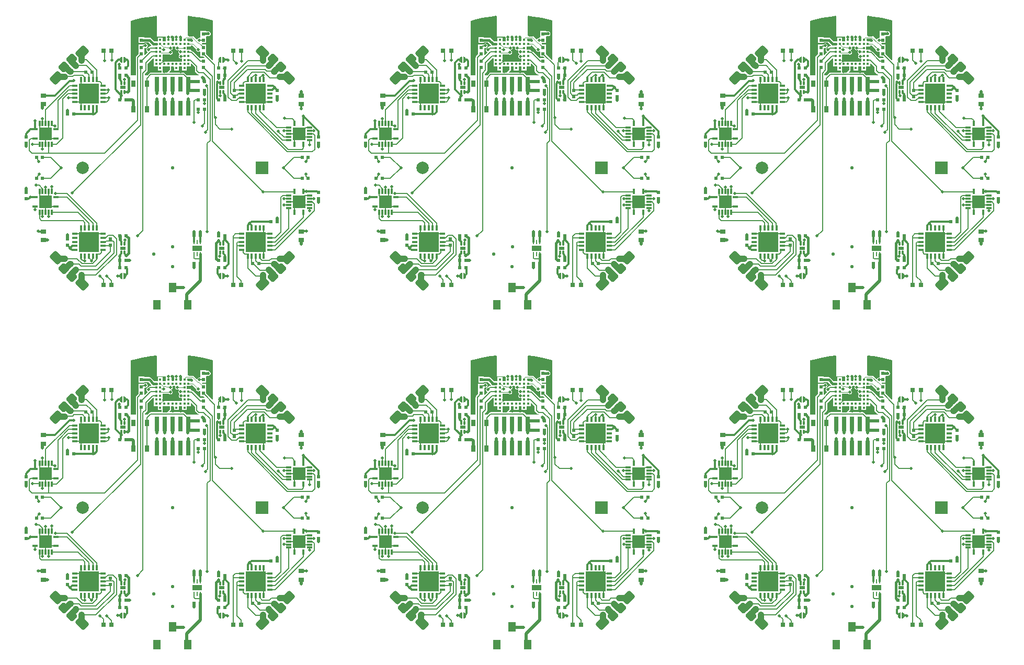
<source format=gtl>
G04*
G04 #@! TF.GenerationSoftware,Altium Limited,Altium Designer,22.3.1 (43)*
G04*
G04 Layer_Physical_Order=1*
G04 Layer_Color=255*
%FSLAX25Y25*%
%MOIN*%
G70*
G04*
G04 #@! TF.SameCoordinates,BE9F1A3D-2FD5-4231-B36C-A3B311DF6078*
G04*
G04*
G04 #@! TF.FilePolarity,Positive*
G04*
G01*
G75*
%ADD10C,0.00600*%
%ADD11R,0.12598X0.12598*%
%ADD12R,0.01203X0.03387*%
%ADD13R,0.03387X0.01203*%
%ADD14R,0.12598X0.12598*%
G04:AMPARAMS|DCode=15|XSize=35.43mil|YSize=10.24mil|CornerRadius=1.28mil|HoleSize=0mil|Usage=FLASHONLY|Rotation=0.000|XOffset=0mil|YOffset=0mil|HoleType=Round|Shape=RoundedRectangle|*
%AMROUNDEDRECTD15*
21,1,0.03543,0.00768,0,0,0.0*
21,1,0.03287,0.01024,0,0,0.0*
1,1,0.00256,0.01644,-0.00384*
1,1,0.00256,-0.01644,-0.00384*
1,1,0.00256,-0.01644,0.00384*
1,1,0.00256,0.01644,0.00384*
%
%ADD15ROUNDEDRECTD15*%
G04:AMPARAMS|DCode=16|XSize=35.43mil|YSize=10.24mil|CornerRadius=1.28mil|HoleSize=0mil|Usage=FLASHONLY|Rotation=270.000|XOffset=0mil|YOffset=0mil|HoleType=Round|Shape=RoundedRectangle|*
%AMROUNDEDRECTD16*
21,1,0.03543,0.00768,0,0,270.0*
21,1,0.03287,0.01024,0,0,270.0*
1,1,0.00256,-0.00384,-0.01644*
1,1,0.00256,-0.00384,0.01644*
1,1,0.00256,0.00384,0.01644*
1,1,0.00256,0.00384,-0.01644*
%
%ADD16ROUNDEDRECTD16*%
%ADD17R,0.07874X0.07874*%
%ADD18R,0.07874X0.07874*%
%ADD19R,0.02992X0.09449*%
G04:AMPARAMS|DCode=20|XSize=23.62mil|YSize=11.81mil|CornerRadius=2.95mil|HoleSize=0mil|Usage=FLASHONLY|Rotation=270.000|XOffset=0mil|YOffset=0mil|HoleType=Round|Shape=RoundedRectangle|*
%AMROUNDEDRECTD20*
21,1,0.02362,0.00591,0,0,270.0*
21,1,0.01772,0.01181,0,0,270.0*
1,1,0.00591,-0.00295,-0.00886*
1,1,0.00591,-0.00295,0.00886*
1,1,0.00591,0.00295,0.00886*
1,1,0.00591,0.00295,-0.00886*
%
%ADD20ROUNDEDRECTD20*%
%ADD21R,0.03386X0.01968*%
%ADD22R,0.01575X0.01575*%
%ADD23R,0.01968X0.01968*%
%ADD24R,0.04724X0.05906*%
%ADD25R,0.04724X0.06299*%
%ADD26R,0.05906X0.03347*%
%ADD27R,0.00984X0.02953*%
%ADD28C,0.00787*%
%ADD29R,0.02362X0.02165*%
%ADD30R,0.02165X0.02362*%
%ADD31R,0.02362X0.01968*%
%ADD32R,0.01968X0.02362*%
%ADD33R,0.02953X0.03150*%
%ADD34R,0.03200X0.03000*%
%ADD35R,0.02559X0.04134*%
G04:AMPARAMS|DCode=36|XSize=55.12mil|YSize=59.06mil|CornerRadius=13.78mil|HoleSize=0mil|Usage=FLASHONLY|Rotation=225.000|XOffset=0mil|YOffset=0mil|HoleType=Round|Shape=RoundedRectangle|*
%AMROUNDEDRECTD36*
21,1,0.05512,0.03150,0,0,225.0*
21,1,0.02756,0.05906,0,0,225.0*
1,1,0.02756,-0.02088,0.00139*
1,1,0.02756,-0.00139,0.02088*
1,1,0.02756,0.02088,-0.00139*
1,1,0.02756,0.00139,-0.02088*
%
%ADD36ROUNDEDRECTD36*%
G04:AMPARAMS|DCode=37|XSize=59.06mil|YSize=78.74mil|CornerRadius=14.76mil|HoleSize=0mil|Usage=FLASHONLY|Rotation=225.000|XOffset=0mil|YOffset=0mil|HoleType=Round|Shape=RoundedRectangle|*
%AMROUNDEDRECTD37*
21,1,0.05906,0.04921,0,0,225.0*
21,1,0.02953,0.07874,0,0,225.0*
1,1,0.02953,-0.02784,0.00696*
1,1,0.02953,-0.00696,0.02784*
1,1,0.02953,0.02784,-0.00696*
1,1,0.02953,0.00696,-0.02784*
%
%ADD37ROUNDEDRECTD37*%
G04:AMPARAMS|DCode=38|XSize=55.12mil|YSize=59.06mil|CornerRadius=13.78mil|HoleSize=0mil|Usage=FLASHONLY|Rotation=315.000|XOffset=0mil|YOffset=0mil|HoleType=Round|Shape=RoundedRectangle|*
%AMROUNDEDRECTD38*
21,1,0.05512,0.03150,0,0,315.0*
21,1,0.02756,0.05906,0,0,315.0*
1,1,0.02756,-0.00139,-0.02088*
1,1,0.02756,-0.02088,-0.00139*
1,1,0.02756,0.00139,0.02088*
1,1,0.02756,0.02088,0.00139*
%
%ADD38ROUNDEDRECTD38*%
G04:AMPARAMS|DCode=39|XSize=59.06mil|YSize=78.74mil|CornerRadius=14.76mil|HoleSize=0mil|Usage=FLASHONLY|Rotation=315.000|XOffset=0mil|YOffset=0mil|HoleType=Round|Shape=RoundedRectangle|*
%AMROUNDEDRECTD39*
21,1,0.05906,0.04921,0,0,315.0*
21,1,0.02953,0.07874,0,0,315.0*
1,1,0.02953,-0.00696,-0.02784*
1,1,0.02953,-0.02784,-0.00696*
1,1,0.02953,0.00696,0.02784*
1,1,0.02953,0.02784,0.00696*
%
%ADD39ROUNDEDRECTD39*%
%ADD40C,0.01575*%
%ADD41C,0.00492*%
%ADD42C,0.01181*%
%ADD43C,0.00787*%
%ADD44C,0.01968*%
%ADD45C,0.03937*%
%ADD46C,0.07874*%
%ADD47C,0.03937*%
%ADD48C,0.02165*%
%ADD49C,0.01968*%
G36*
X561024Y450964D02*
Y437894D01*
X566597D01*
X566775Y437500D01*
X566732Y437451D01*
X566732D01*
Y434892D01*
X564764D01*
Y437451D01*
X561614D01*
Y434892D01*
X560895D01*
X560605Y434930D01*
X559442D01*
X557422Y436950D01*
X557093Y437202D01*
X556710Y437361D01*
X556299Y437415D01*
X552953D01*
Y437795D01*
X549409D01*
Y433858D01*
X552953D01*
Y434238D01*
X555641D01*
X557270Y432609D01*
X557286Y432572D01*
X557462Y432343D01*
X557350Y432032D01*
X557275Y431949D01*
X556841D01*
X556532Y431909D01*
X556245Y431790D01*
X555998Y431600D01*
X555271Y430873D01*
X555251Y430870D01*
X554915Y430731D01*
X554628Y430510D01*
X554407Y430223D01*
X554268Y429887D01*
X554220Y429528D01*
X554268Y429168D01*
X554407Y428833D01*
X554628Y428545D01*
X554915Y428324D01*
X554919Y428322D01*
X555012Y427858D01*
X553415Y426261D01*
X553051Y426412D01*
X553051Y429134D01*
X553051Y429528D01*
Y430698D01*
X553224D01*
X553532Y430739D01*
X553709Y430812D01*
X553839Y430795D01*
X554198Y430843D01*
X554533Y430981D01*
X554821Y431202D01*
X555042Y431490D01*
X555181Y431825D01*
X555228Y432185D01*
X555181Y432545D01*
X555042Y432880D01*
X554821Y433168D01*
X554533Y433389D01*
X554198Y433528D01*
X553839Y433575D01*
X553479Y433528D01*
X553144Y433389D01*
X552856Y433168D01*
X552850Y433161D01*
X552746Y433081D01*
X551870D01*
X551793Y433071D01*
X549311D01*
Y429528D01*
X549311Y429134D01*
X549311Y428740D01*
Y426882D01*
X547977Y425547D01*
X547787Y425300D01*
X547668Y425013D01*
X547628Y424705D01*
Y413386D01*
X544419D01*
X544419Y448096D01*
X546523Y448702D01*
X551853Y449918D01*
X557242Y450834D01*
X560730Y451227D01*
X561024Y450964D01*
D02*
G37*
G36*
X344488D02*
Y437894D01*
X350062D01*
X350240Y437500D01*
X350197Y437451D01*
X350197D01*
Y434892D01*
X348228D01*
Y437451D01*
X345079D01*
Y434892D01*
X344360D01*
X344070Y434930D01*
X342907D01*
X340887Y436950D01*
X340558Y437202D01*
X340175Y437361D01*
X339764Y437415D01*
X336417D01*
Y437795D01*
X332874D01*
Y433858D01*
X336417D01*
Y434238D01*
X339106D01*
X340735Y432609D01*
X340750Y432572D01*
X340926Y432343D01*
X340814Y432032D01*
X340740Y431949D01*
X340305D01*
X339997Y431909D01*
X339709Y431790D01*
X339463Y431600D01*
X338735Y430873D01*
X338715Y430870D01*
X338380Y430731D01*
X338092Y430510D01*
X337871Y430223D01*
X337732Y429887D01*
X337685Y429528D01*
X337732Y429168D01*
X337871Y428833D01*
X338092Y428545D01*
X338380Y428324D01*
X338384Y428322D01*
X338476Y427858D01*
X336879Y426261D01*
X336516Y426412D01*
X336516Y429134D01*
X336516Y429528D01*
Y430698D01*
X336688D01*
X336997Y430739D01*
X337173Y430812D01*
X337303Y430795D01*
X337663Y430843D01*
X337998Y430981D01*
X338286Y431202D01*
X338507Y431490D01*
X338646Y431825D01*
X338693Y432185D01*
X338646Y432545D01*
X338507Y432880D01*
X338286Y433168D01*
X337998Y433389D01*
X337663Y433528D01*
X337303Y433575D01*
X336943Y433528D01*
X336608Y433389D01*
X336320Y433168D01*
X336315Y433161D01*
X336211Y433081D01*
X335335D01*
X335257Y433071D01*
X332776D01*
Y429528D01*
X332776Y429134D01*
X332776Y428740D01*
Y426882D01*
X331441Y425547D01*
X331252Y425300D01*
X331133Y425013D01*
X331092Y424705D01*
Y413386D01*
X327884D01*
X327884Y448096D01*
X329988Y448702D01*
X335317Y449918D01*
X340707Y450834D01*
X344195Y451227D01*
X344488Y450964D01*
D02*
G37*
G36*
X127953D02*
Y437894D01*
X133526D01*
X133704Y437500D01*
X133661Y437451D01*
X133661D01*
Y434892D01*
X131693D01*
Y437451D01*
X128543D01*
Y434892D01*
X127824D01*
X127534Y434930D01*
X126372D01*
X124352Y436950D01*
X124023Y437202D01*
X123640Y437361D01*
X123228Y437415D01*
X119882D01*
Y437795D01*
X116339D01*
Y433858D01*
X119882D01*
Y434238D01*
X122570D01*
X124199Y432609D01*
X124215Y432572D01*
X124391Y432343D01*
X124279Y432032D01*
X124204Y431949D01*
X123770D01*
X123461Y431909D01*
X123174Y431790D01*
X122927Y431600D01*
X122200Y430873D01*
X122180Y430870D01*
X121844Y430731D01*
X121557Y430510D01*
X121336Y430223D01*
X121197Y429887D01*
X121150Y429528D01*
X121197Y429168D01*
X121336Y428833D01*
X121557Y428545D01*
X121844Y428324D01*
X121848Y428322D01*
X121941Y427858D01*
X120344Y426261D01*
X119980Y426412D01*
X119980Y429134D01*
X119980Y429528D01*
Y430698D01*
X120153D01*
X120461Y430739D01*
X120638Y430812D01*
X120768Y430795D01*
X121127Y430843D01*
X121463Y430981D01*
X121750Y431202D01*
X121971Y431490D01*
X122110Y431825D01*
X122158Y432185D01*
X122110Y432545D01*
X121971Y432880D01*
X121750Y433168D01*
X121463Y433389D01*
X121127Y433528D01*
X120768Y433575D01*
X120408Y433528D01*
X120073Y433389D01*
X119785Y433168D01*
X119780Y433161D01*
X119676Y433081D01*
X118799D01*
X118722Y433071D01*
X116240D01*
Y429528D01*
X116240Y429134D01*
X116240Y428740D01*
Y426882D01*
X114906Y425547D01*
X114716Y425300D01*
X114597Y425013D01*
X114557Y424705D01*
Y413386D01*
X111348D01*
X111348Y448096D01*
X113452Y448702D01*
X118782Y449918D01*
X124171Y450834D01*
X127659Y451227D01*
X127953Y450964D01*
D02*
G37*
G36*
X572847Y431348D02*
X572772Y431167D01*
X572724Y430807D01*
X572772Y430447D01*
X572910Y430112D01*
X573131Y429824D01*
X573419Y429603D01*
X573755Y429465D01*
X574114Y429417D01*
X574474Y429465D01*
X574755Y429581D01*
X574865Y429580D01*
X574892Y429568D01*
X574937Y429495D01*
X574996Y429095D01*
X574879Y428943D01*
X574740Y428608D01*
X574693Y428248D01*
X574740Y427888D01*
X574879Y427553D01*
X575100Y427265D01*
X575388Y427044D01*
X575410Y427035D01*
X575426Y427004D01*
X575450Y426592D01*
X575297Y426475D01*
X575076Y426187D01*
X574937Y425852D01*
X574890Y425492D01*
X574937Y425132D01*
X575076Y424797D01*
X575297Y424509D01*
X575585Y424289D01*
X575920Y424150D01*
X576280Y424102D01*
X576575Y424141D01*
X576646Y424127D01*
X576686Y424108D01*
X576968Y423860D01*
Y422096D01*
X564764D01*
Y426763D01*
X568746D01*
X568892Y426651D01*
X569227Y426512D01*
X569587Y426465D01*
X569946Y426512D01*
X570282Y426651D01*
X570569Y426872D01*
X570790Y427159D01*
X570929Y427495D01*
X570976Y427854D01*
X570929Y428214D01*
X570790Y428549D01*
X570569Y428837D01*
X570282Y429058D01*
X570178Y429101D01*
X570187Y429523D01*
X570380Y429603D01*
X570668Y429824D01*
X570889Y430112D01*
X571028Y430447D01*
X571075Y430807D01*
X571028Y431167D01*
X570952Y431348D01*
X571163Y431742D01*
X572636D01*
X572847Y431348D01*
D02*
G37*
G36*
X356311D02*
X356236Y431167D01*
X356189Y430807D01*
X356236Y430447D01*
X356375Y430112D01*
X356596Y429824D01*
X356884Y429603D01*
X357219Y429465D01*
X357579Y429417D01*
X357939Y429465D01*
X358220Y429581D01*
X358329Y429580D01*
X358357Y429568D01*
X358402Y429495D01*
X358460Y429095D01*
X358344Y428943D01*
X358205Y428608D01*
X358157Y428248D01*
X358205Y427888D01*
X358344Y427553D01*
X358564Y427265D01*
X358852Y427044D01*
X358874Y427035D01*
X358890Y427004D01*
X358915Y426592D01*
X358761Y426475D01*
X358541Y426187D01*
X358402Y425852D01*
X358354Y425492D01*
X358402Y425132D01*
X358541Y424797D01*
X358761Y424509D01*
X359049Y424289D01*
X359384Y424150D01*
X359744Y424102D01*
X360039Y424141D01*
X360111Y424127D01*
X360151Y424108D01*
X360433Y423860D01*
Y422096D01*
X348228D01*
Y426763D01*
X352210D01*
X352356Y426651D01*
X352692Y426512D01*
X353051Y426465D01*
X353411Y426512D01*
X353746Y426651D01*
X354034Y426872D01*
X354255Y427159D01*
X354394Y427495D01*
X354441Y427854D01*
X354394Y428214D01*
X354255Y428549D01*
X354034Y428837D01*
X353746Y429058D01*
X353643Y429101D01*
X353651Y429523D01*
X353844Y429603D01*
X354132Y429824D01*
X354353Y430112D01*
X354492Y430447D01*
X354539Y430807D01*
X354492Y431167D01*
X354417Y431348D01*
X354627Y431742D01*
X356101D01*
X356311Y431348D01*
D02*
G37*
G36*
X139776D02*
X139701Y431167D01*
X139654Y430807D01*
X139701Y430447D01*
X139840Y430112D01*
X140060Y429824D01*
X140348Y429603D01*
X140684Y429465D01*
X141043Y429417D01*
X141403Y429465D01*
X141684Y429581D01*
X141794Y429580D01*
X141821Y429568D01*
X141866Y429495D01*
X141925Y429095D01*
X141808Y428943D01*
X141669Y428608D01*
X141622Y428248D01*
X141669Y427888D01*
X141808Y427553D01*
X142029Y427265D01*
X142317Y427044D01*
X142339Y427035D01*
X142355Y427004D01*
X142379Y426592D01*
X142226Y426475D01*
X142005Y426187D01*
X141866Y425852D01*
X141819Y425492D01*
X141866Y425132D01*
X142005Y424797D01*
X142226Y424509D01*
X142514Y424289D01*
X142849Y424150D01*
X143209Y424102D01*
X143504Y424141D01*
X143575Y424127D01*
X143616Y424108D01*
X143898Y423860D01*
Y422096D01*
X131693D01*
Y426763D01*
X135675D01*
X135821Y426651D01*
X136156Y426512D01*
X136516Y426465D01*
X136875Y426512D01*
X137211Y426651D01*
X137498Y426872D01*
X137719Y427159D01*
X137858Y427495D01*
X137906Y427854D01*
X137858Y428214D01*
X137719Y428549D01*
X137498Y428837D01*
X137211Y429058D01*
X137107Y429101D01*
X137116Y429523D01*
X137309Y429603D01*
X137597Y429824D01*
X137818Y430112D01*
X137957Y430447D01*
X138004Y430807D01*
X137957Y431167D01*
X137881Y431348D01*
X138092Y431742D01*
X139565D01*
X139776Y431348D01*
D02*
G37*
G36*
X586115Y429757D02*
X586110Y429724D01*
X586158Y429365D01*
X586296Y429030D01*
X586517Y428742D01*
X586805Y428521D01*
X587140Y428382D01*
X587500Y428335D01*
X587860Y428382D01*
X588195Y428521D01*
X588287Y428592D01*
X588681Y428398D01*
Y425197D01*
X590736D01*
X591357Y424576D01*
X591206Y424213D01*
X588681D01*
X588681Y424213D01*
Y424213D01*
X588346Y424362D01*
X583986Y428723D01*
X583739Y428912D01*
X583452Y429031D01*
X583143Y429072D01*
X582677D01*
Y429774D01*
X580118D01*
Y431742D01*
X582677D01*
Y432275D01*
X583597D01*
X586115Y429757D01*
D02*
G37*
G36*
X369579D02*
X369575Y429724D01*
X369622Y429365D01*
X369761Y429030D01*
X369982Y428742D01*
X370270Y428521D01*
X370605Y428382D01*
X370965Y428335D01*
X371324Y428382D01*
X371659Y428521D01*
X371752Y428592D01*
X372146Y428398D01*
Y425197D01*
X374201D01*
X374822Y424576D01*
X374671Y424213D01*
X372146D01*
X372146Y424213D01*
Y424213D01*
X371811Y424362D01*
X367450Y428723D01*
X367203Y428912D01*
X366916Y429031D01*
X366608Y429072D01*
X366142D01*
Y429774D01*
X363583D01*
Y431742D01*
X366142D01*
Y432275D01*
X367062D01*
X369579Y429757D01*
D02*
G37*
G36*
X153044D02*
X153039Y429724D01*
X153087Y429365D01*
X153226Y429030D01*
X153446Y428742D01*
X153734Y428521D01*
X154069Y428382D01*
X154429Y428335D01*
X154789Y428382D01*
X155124Y428521D01*
X155217Y428592D01*
X155610Y428398D01*
Y425197D01*
X157666D01*
X158286Y424576D01*
X158135Y424213D01*
X155610D01*
X155610Y424213D01*
Y424213D01*
X155275Y424362D01*
X150915Y428723D01*
X150668Y428912D01*
X150381Y429031D01*
X150072Y429072D01*
X149606D01*
Y429774D01*
X147047D01*
Y431742D01*
X149606D01*
Y432275D01*
X150527D01*
X153044Y429757D01*
D02*
G37*
G36*
X584490Y450834D02*
X589880Y449918D01*
X595209Y448702D01*
X596617Y448296D01*
X596617Y423200D01*
X596253Y423049D01*
X592421Y426882D01*
Y429134D01*
X592421D01*
Y429134D01*
X592421D01*
Y433071D01*
X590155D01*
X589732Y433495D01*
X589882Y433858D01*
X592421D01*
X592421Y437995D01*
X592700Y438274D01*
X593701D01*
X594112Y438328D01*
X594495Y438487D01*
X594824Y438739D01*
X595076Y439068D01*
X595235Y439451D01*
X595289Y439862D01*
X595235Y440273D01*
X595076Y440656D01*
X594824Y440985D01*
X594495Y441238D01*
X594112Y441397D01*
X593701Y441451D01*
X592421D01*
Y441732D01*
X588681D01*
Y438189D01*
X588681Y437795D01*
Y437513D01*
X588287Y437204D01*
X588189Y437217D01*
X587829Y437169D01*
X587494Y437030D01*
X587206Y436810D01*
X586985Y436522D01*
X586915Y436351D01*
X586483Y436227D01*
X584472Y438237D01*
X584256Y438403D01*
X584005Y438507D01*
X583735Y438542D01*
X580709D01*
Y450964D01*
X581002Y451227D01*
X584490Y450834D01*
D02*
G37*
G36*
X367955D02*
X373344Y449918D01*
X378674Y448702D01*
X380082Y448296D01*
X380082Y423200D01*
X379718Y423049D01*
X375886Y426882D01*
Y429134D01*
X375886D01*
Y429134D01*
X375886D01*
Y433071D01*
X373620D01*
X373196Y433495D01*
X373347Y433858D01*
X375886D01*
X375886Y437995D01*
X376164Y438274D01*
X377165D01*
X377576Y438328D01*
X377960Y438487D01*
X378289Y438739D01*
X378541Y439068D01*
X378700Y439451D01*
X378754Y439862D01*
X378700Y440273D01*
X378541Y440656D01*
X378289Y440985D01*
X377960Y441238D01*
X377576Y441397D01*
X377165Y441451D01*
X375886D01*
Y441732D01*
X372146D01*
Y438189D01*
X372146Y437795D01*
Y437513D01*
X371752Y437204D01*
X371654Y437217D01*
X371294Y437169D01*
X370959Y437030D01*
X370671Y436810D01*
X370450Y436522D01*
X370379Y436351D01*
X369947Y436227D01*
X367937Y438237D01*
X367721Y438403D01*
X367470Y438507D01*
X367200Y438542D01*
X364173D01*
Y450964D01*
X364467Y451227D01*
X367955Y450834D01*
D02*
G37*
G36*
X151419D02*
X156809Y449918D01*
X162138Y448702D01*
X163546Y448296D01*
X163546Y423200D01*
X163182Y423049D01*
X159350Y426882D01*
Y429134D01*
X159350D01*
Y429134D01*
X159350D01*
Y433071D01*
X157084D01*
X156661Y433495D01*
X156811Y433858D01*
X159350D01*
X159350Y437995D01*
X159629Y438274D01*
X160630D01*
X161041Y438328D01*
X161424Y438487D01*
X161753Y438739D01*
X162005Y439068D01*
X162164Y439451D01*
X162218Y439862D01*
X162164Y440273D01*
X162005Y440656D01*
X161753Y440985D01*
X161424Y441238D01*
X161041Y441397D01*
X160630Y441451D01*
X159350D01*
Y441732D01*
X155610D01*
Y438189D01*
X155610Y437795D01*
Y437513D01*
X155217Y437204D01*
X155118Y437217D01*
X154758Y437169D01*
X154423Y437030D01*
X154135Y436810D01*
X153914Y436522D01*
X153844Y436351D01*
X153412Y436227D01*
X151401Y438237D01*
X151185Y438403D01*
X150934Y438507D01*
X150664Y438542D01*
X147638D01*
Y450964D01*
X147931Y451227D01*
X151419Y450834D01*
D02*
G37*
G36*
X603428Y425067D02*
X603682Y424898D01*
X603972Y424608D01*
X604182Y424378D01*
X604412Y423988D01*
X604522Y423618D01*
X604502Y422748D01*
X604402Y422468D01*
X604072Y421928D01*
X603742Y421608D01*
X603381Y421382D01*
X602982Y421258D01*
X602782Y421328D01*
X602664Y421535D01*
Y424929D01*
X602962Y425218D01*
X603428Y425067D01*
D02*
G37*
G36*
X540436D02*
X540690Y424898D01*
X540980Y424608D01*
X541190Y424378D01*
X541420Y423988D01*
X541530Y423618D01*
X541510Y422748D01*
X541410Y422468D01*
X541080Y421928D01*
X540750Y421608D01*
X540389Y421382D01*
X539990Y421258D01*
X539790Y421328D01*
X539672Y421535D01*
Y424929D01*
X539970Y425218D01*
X540436Y425067D01*
D02*
G37*
G36*
X386893D02*
X387147Y424898D01*
X387437Y424608D01*
X387647Y424378D01*
X387877Y423988D01*
X387987Y423618D01*
X387967Y422748D01*
X387867Y422468D01*
X387537Y421928D01*
X387207Y421608D01*
X386845Y421382D01*
X386447Y421258D01*
X386247Y421328D01*
X386129Y421535D01*
Y424929D01*
X386427Y425218D01*
X386893Y425067D01*
D02*
G37*
G36*
X323901D02*
X324155Y424898D01*
X324445Y424608D01*
X324655Y424378D01*
X324885Y423988D01*
X324995Y423618D01*
X324975Y422748D01*
X324875Y422468D01*
X324545Y421928D01*
X324215Y421608D01*
X323853Y421382D01*
X323455Y421258D01*
X323255Y421328D01*
X323137Y421535D01*
Y424929D01*
X323435Y425218D01*
X323901Y425067D01*
D02*
G37*
G36*
X170357D02*
X170611Y424898D01*
X170901Y424608D01*
X171111Y424378D01*
X171341Y423988D01*
X171451Y423618D01*
X171431Y422748D01*
X171331Y422468D01*
X171001Y421928D01*
X170671Y421608D01*
X170310Y421382D01*
X169911Y421258D01*
X169711Y421328D01*
X169594Y421535D01*
Y424929D01*
X169891Y425218D01*
X170357Y425067D01*
D02*
G37*
G36*
X107365D02*
X107619Y424898D01*
X107909Y424608D01*
X108119Y424378D01*
X108349Y423988D01*
X108459Y423618D01*
X108439Y422748D01*
X108339Y422468D01*
X108009Y421928D01*
X107679Y421608D01*
X107318Y421382D01*
X106919Y421258D01*
X106719Y421328D01*
X106601Y421535D01*
Y424929D01*
X106899Y425218D01*
X107365Y425067D01*
D02*
G37*
G36*
X601942Y425128D02*
X602060Y424921D01*
Y421528D01*
X601762Y421238D01*
X601296Y421390D01*
X601042Y421558D01*
X600752Y421848D01*
X600542Y422078D01*
X600312Y422468D01*
X600202Y422838D01*
X600222Y423708D01*
X600322Y423988D01*
X600652Y424528D01*
X600982Y424848D01*
X601343Y425075D01*
X601742Y425198D01*
X601942Y425128D01*
D02*
G37*
G36*
X538950D02*
X539068Y424921D01*
Y421528D01*
X538770Y421238D01*
X538304Y421390D01*
X538050Y421558D01*
X537760Y421848D01*
X537550Y422078D01*
X537320Y422468D01*
X537210Y422838D01*
X537230Y423708D01*
X537330Y423988D01*
X537660Y424528D01*
X537990Y424848D01*
X538351Y425075D01*
X538750Y425198D01*
X538950Y425128D01*
D02*
G37*
G36*
X385407D02*
X385525Y424921D01*
Y421528D01*
X385227Y421238D01*
X384761Y421390D01*
X384507Y421558D01*
X384217Y421848D01*
X384007Y422078D01*
X383777Y422468D01*
X383667Y422838D01*
X383687Y423708D01*
X383787Y423988D01*
X384117Y424528D01*
X384447Y424848D01*
X384808Y425075D01*
X385207Y425198D01*
X385407Y425128D01*
D02*
G37*
G36*
X322415D02*
X322533Y424921D01*
Y421528D01*
X322235Y421238D01*
X321769Y421390D01*
X321515Y421558D01*
X321225Y421848D01*
X321015Y422078D01*
X320785Y422468D01*
X320675Y422838D01*
X320695Y423708D01*
X320795Y423988D01*
X321125Y424528D01*
X321455Y424848D01*
X321816Y425075D01*
X322215Y425198D01*
X322415Y425128D01*
D02*
G37*
G36*
X168871D02*
X168989Y424921D01*
Y421528D01*
X168691Y421238D01*
X168225Y421390D01*
X167971Y421558D01*
X167681Y421848D01*
X167471Y422078D01*
X167241Y422468D01*
X167131Y422838D01*
X167151Y423708D01*
X167251Y423988D01*
X167581Y424528D01*
X167911Y424848D01*
X168273Y425075D01*
X168671Y425198D01*
X168871Y425128D01*
D02*
G37*
G36*
X105879D02*
X105997Y424921D01*
Y421528D01*
X105699Y421238D01*
X105233Y421390D01*
X104979Y421558D01*
X104689Y421848D01*
X104479Y422078D01*
X104249Y422468D01*
X104139Y422838D01*
X104159Y423708D01*
X104259Y423988D01*
X104589Y424528D01*
X104919Y424848D01*
X105280Y425075D01*
X105679Y425198D01*
X105879Y425128D01*
D02*
G37*
G36*
X585275Y418650D02*
Y416290D01*
X585316Y415981D01*
X585435Y415694D01*
X585624Y415447D01*
X586953Y414118D01*
X587200Y413929D01*
X587487Y413810D01*
X587718Y413779D01*
X587692Y413386D01*
X580071D01*
X578736Y414720D01*
X578489Y414910D01*
X578202Y415029D01*
X577894Y415069D01*
X569081D01*
X568931Y415433D01*
X569859Y416362D01*
X569877Y416388D01*
X569882D01*
Y416396D01*
X570033Y416622D01*
X570094Y416929D01*
Y418898D01*
X570135Y418947D01*
X571850D01*
Y416388D01*
X575000D01*
Y418947D01*
X576968D01*
Y416388D01*
X580118D01*
Y418947D01*
X582677D01*
Y420734D01*
X583041Y420885D01*
X585275Y418650D01*
D02*
G37*
G36*
X368740D02*
Y416290D01*
X368780Y415981D01*
X368899Y415694D01*
X369089Y415447D01*
X370418Y414118D01*
X370664Y413929D01*
X370952Y413810D01*
X371183Y413779D01*
X371157Y413386D01*
X363535D01*
X362201Y414720D01*
X361954Y414910D01*
X361667Y415029D01*
X361358Y415069D01*
X352546D01*
X352395Y415433D01*
X353324Y416362D01*
X353341Y416388D01*
X353346D01*
Y416396D01*
X353498Y416622D01*
X353559Y416929D01*
Y418898D01*
X353599Y418947D01*
X355315D01*
Y416388D01*
X358465D01*
Y418947D01*
X360433D01*
Y416388D01*
X363583D01*
Y418947D01*
X366142D01*
Y420734D01*
X366506Y420885D01*
X368740Y418650D01*
D02*
G37*
G36*
X152204D02*
Y416290D01*
X152245Y415981D01*
X152364Y415694D01*
X152553Y415447D01*
X153882Y414118D01*
X154129Y413929D01*
X154416Y413810D01*
X154647Y413779D01*
X154621Y413386D01*
X147000D01*
X145665Y414720D01*
X145419Y414910D01*
X145131Y415029D01*
X144823Y415069D01*
X136010D01*
X135860Y415433D01*
X136788Y416362D01*
X136806Y416388D01*
X136811D01*
Y416396D01*
X136962Y416622D01*
X137023Y416929D01*
Y418898D01*
X137064Y418947D01*
X138779D01*
Y416388D01*
X141929D01*
Y418947D01*
X143898D01*
Y416388D01*
X147047D01*
Y418947D01*
X149606D01*
Y420734D01*
X149970Y420885D01*
X152204Y418650D01*
D02*
G37*
G36*
X569291Y416929D02*
X567224Y414862D01*
X564764D01*
Y418898D01*
X569291D01*
Y416929D01*
D02*
G37*
G36*
X352756D02*
X350689Y414862D01*
X348228D01*
Y418898D01*
X352756D01*
Y416929D01*
D02*
G37*
G36*
X136221D02*
X134153Y414862D01*
X131693D01*
Y418898D01*
X136221D01*
Y416929D01*
D02*
G37*
G36*
X559055Y424158D02*
Y421506D01*
X559055D01*
Y418947D01*
X561614D01*
Y416388D01*
X563961D01*
Y415069D01*
X557185D01*
X556877Y415029D01*
X556589Y414910D01*
X556343Y414720D01*
X555008Y413386D01*
X553357D01*
Y414270D01*
X554779Y415693D01*
X554969Y415940D01*
X555088Y416227D01*
X555128Y416536D01*
Y420766D01*
X558661Y424299D01*
X559055Y424158D01*
D02*
G37*
G36*
X342520D02*
Y421506D01*
X342520D01*
Y418947D01*
X345079D01*
Y416388D01*
X347426D01*
Y415069D01*
X340650D01*
X340341Y415029D01*
X340054Y414910D01*
X339807Y414720D01*
X338473Y413386D01*
X336821D01*
Y414270D01*
X338244Y415693D01*
X338433Y415940D01*
X338552Y416227D01*
X338593Y416536D01*
Y420766D01*
X342126Y424299D01*
X342520Y424158D01*
D02*
G37*
G36*
X125984D02*
Y421506D01*
X125984D01*
Y418947D01*
X128543D01*
Y416388D01*
X130890D01*
Y415069D01*
X124114D01*
X123806Y415029D01*
X123519Y414910D01*
X123272Y414720D01*
X121937Y413386D01*
X120286D01*
Y414270D01*
X121709Y415693D01*
X121898Y415940D01*
X122017Y416227D01*
X122057Y416536D01*
Y420766D01*
X125591Y424299D01*
X125984Y424158D01*
D02*
G37*
G36*
X603428Y287272D02*
X603682Y287103D01*
X603972Y286813D01*
X604182Y286583D01*
X604412Y286193D01*
X604522Y285823D01*
X604502Y284953D01*
X604402Y284673D01*
X604072Y284133D01*
X603742Y283813D01*
X603381Y283587D01*
X602982Y283463D01*
X602782Y283533D01*
X602664Y283740D01*
Y287134D01*
X602962Y287423D01*
X603428Y287272D01*
D02*
G37*
G36*
X540436D02*
X540690Y287103D01*
X540980Y286813D01*
X541190Y286583D01*
X541420Y286193D01*
X541530Y285823D01*
X541510Y284953D01*
X541410Y284673D01*
X541080Y284133D01*
X540750Y283813D01*
X540389Y283587D01*
X539990Y283463D01*
X539790Y283533D01*
X539672Y283740D01*
Y287134D01*
X539970Y287423D01*
X540436Y287272D01*
D02*
G37*
G36*
X386893D02*
X387147Y287103D01*
X387437Y286813D01*
X387647Y286583D01*
X387877Y286193D01*
X387987Y285823D01*
X387967Y284953D01*
X387867Y284673D01*
X387537Y284133D01*
X387207Y283813D01*
X386845Y283587D01*
X386447Y283463D01*
X386247Y283533D01*
X386129Y283740D01*
Y287134D01*
X386427Y287423D01*
X386893Y287272D01*
D02*
G37*
G36*
X323901D02*
X324155Y287103D01*
X324445Y286813D01*
X324655Y286583D01*
X324885Y286193D01*
X324995Y285823D01*
X324975Y284953D01*
X324875Y284673D01*
X324545Y284133D01*
X324215Y283813D01*
X323853Y283587D01*
X323455Y283463D01*
X323255Y283533D01*
X323137Y283740D01*
Y287134D01*
X323435Y287423D01*
X323901Y287272D01*
D02*
G37*
G36*
X170357D02*
X170611Y287103D01*
X170901Y286813D01*
X171111Y286583D01*
X171341Y286193D01*
X171451Y285823D01*
X171431Y284953D01*
X171331Y284673D01*
X171001Y284133D01*
X170671Y283813D01*
X170310Y283587D01*
X169911Y283463D01*
X169711Y283533D01*
X169594Y283740D01*
Y287134D01*
X169891Y287423D01*
X170357Y287272D01*
D02*
G37*
G36*
X107365D02*
X107619Y287103D01*
X107909Y286813D01*
X108119Y286583D01*
X108349Y286193D01*
X108459Y285823D01*
X108439Y284953D01*
X108339Y284673D01*
X108009Y284133D01*
X107679Y283813D01*
X107318Y283587D01*
X106919Y283463D01*
X106719Y283533D01*
X106601Y283740D01*
Y287134D01*
X106899Y287423D01*
X107365Y287272D01*
D02*
G37*
G36*
X601942Y287333D02*
X602060Y287126D01*
Y283732D01*
X601762Y283443D01*
X601296Y283594D01*
X601042Y283763D01*
X600752Y284053D01*
X600542Y284283D01*
X600312Y284673D01*
X600202Y285043D01*
X600222Y285913D01*
X600322Y286193D01*
X600652Y286733D01*
X600982Y287053D01*
X601343Y287280D01*
X601742Y287403D01*
X601942Y287333D01*
D02*
G37*
G36*
X538950D02*
X539068Y287126D01*
Y283732D01*
X538770Y283443D01*
X538304Y283594D01*
X538050Y283763D01*
X537760Y284053D01*
X537550Y284283D01*
X537320Y284673D01*
X537210Y285043D01*
X537230Y285913D01*
X537330Y286193D01*
X537660Y286733D01*
X537990Y287053D01*
X538351Y287280D01*
X538750Y287403D01*
X538950Y287333D01*
D02*
G37*
G36*
X385407D02*
X385525Y287126D01*
Y283732D01*
X385227Y283443D01*
X384761Y283594D01*
X384507Y283763D01*
X384217Y284053D01*
X384007Y284283D01*
X383777Y284673D01*
X383667Y285043D01*
X383687Y285913D01*
X383787Y286193D01*
X384117Y286733D01*
X384447Y287053D01*
X384808Y287280D01*
X385207Y287403D01*
X385407Y287333D01*
D02*
G37*
G36*
X322415D02*
X322533Y287126D01*
Y283732D01*
X322235Y283443D01*
X321769Y283594D01*
X321515Y283763D01*
X321225Y284053D01*
X321015Y284283D01*
X320785Y284673D01*
X320675Y285043D01*
X320695Y285913D01*
X320795Y286193D01*
X321125Y286733D01*
X321455Y287053D01*
X321816Y287280D01*
X322215Y287403D01*
X322415Y287333D01*
D02*
G37*
G36*
X168871D02*
X168989Y287126D01*
Y283732D01*
X168691Y283443D01*
X168225Y283594D01*
X167971Y283763D01*
X167681Y284053D01*
X167471Y284283D01*
X167241Y284673D01*
X167131Y285043D01*
X167151Y285913D01*
X167251Y286193D01*
X167581Y286733D01*
X167911Y287053D01*
X168273Y287280D01*
X168671Y287403D01*
X168871Y287333D01*
D02*
G37*
G36*
X105879D02*
X105997Y287126D01*
Y283732D01*
X105699Y283443D01*
X105233Y283594D01*
X104979Y283763D01*
X104689Y284053D01*
X104479Y284283D01*
X104249Y284673D01*
X104139Y285043D01*
X104159Y285913D01*
X104259Y286193D01*
X104589Y286733D01*
X104919Y287053D01*
X105280Y287280D01*
X105679Y287403D01*
X105879Y287333D01*
D02*
G37*
G36*
X561024Y234429D02*
Y221358D01*
X566597D01*
X566775Y220965D01*
X566732Y220915D01*
X566732D01*
Y218356D01*
X564764D01*
Y220915D01*
X561614D01*
Y218356D01*
X560895D01*
X560605Y218394D01*
X559442D01*
X557422Y220414D01*
X557093Y220667D01*
X556710Y220826D01*
X556299Y220880D01*
X552953D01*
Y221260D01*
X549409D01*
Y217323D01*
X552953D01*
Y217703D01*
X555641D01*
X557270Y216074D01*
X557286Y216037D01*
X557462Y215807D01*
X557350Y215497D01*
X557275Y215414D01*
X556841D01*
X556532Y215373D01*
X556245Y215254D01*
X555998Y215065D01*
X555271Y214337D01*
X555251Y214335D01*
X554915Y214196D01*
X554628Y213975D01*
X554407Y213687D01*
X554268Y213352D01*
X554220Y212992D01*
X554268Y212632D01*
X554407Y212297D01*
X554628Y212009D01*
X554915Y211789D01*
X554919Y211787D01*
X555012Y211322D01*
X553415Y209726D01*
X553051Y209876D01*
X553051Y212598D01*
X553051Y212992D01*
Y214163D01*
X553224D01*
X553532Y214204D01*
X553709Y214277D01*
X553839Y214260D01*
X554198Y214307D01*
X554533Y214446D01*
X554821Y214667D01*
X555042Y214955D01*
X555181Y215290D01*
X555228Y215650D01*
X555181Y216009D01*
X555042Y216344D01*
X554821Y216632D01*
X554533Y216853D01*
X554198Y216992D01*
X553839Y217039D01*
X553479Y216992D01*
X553144Y216853D01*
X552856Y216632D01*
X552850Y216625D01*
X552746Y216546D01*
X551870D01*
X551793Y216535D01*
X549311D01*
Y212992D01*
X549311Y212598D01*
X549311Y212205D01*
Y210346D01*
X547977Y209012D01*
X547787Y208765D01*
X547668Y208478D01*
X547628Y208169D01*
Y196850D01*
X544419D01*
X544419Y231560D01*
X546523Y232166D01*
X551853Y233383D01*
X557242Y234298D01*
X560730Y234691D01*
X561024Y234429D01*
D02*
G37*
G36*
X344488D02*
Y221358D01*
X350062D01*
X350240Y220965D01*
X350197Y220915D01*
X350197D01*
Y218356D01*
X348228D01*
Y220915D01*
X345079D01*
Y218356D01*
X344360D01*
X344070Y218394D01*
X342907D01*
X340887Y220414D01*
X340558Y220667D01*
X340175Y220826D01*
X339764Y220880D01*
X336417D01*
Y221260D01*
X332874D01*
Y217323D01*
X336417D01*
Y217703D01*
X339106D01*
X340735Y216074D01*
X340750Y216037D01*
X340926Y215807D01*
X340814Y215497D01*
X340740Y215414D01*
X340305D01*
X339997Y215373D01*
X339709Y215254D01*
X339463Y215065D01*
X338735Y214337D01*
X338715Y214335D01*
X338380Y214196D01*
X338092Y213975D01*
X337871Y213687D01*
X337732Y213352D01*
X337685Y212992D01*
X337732Y212632D01*
X337871Y212297D01*
X338092Y212009D01*
X338380Y211789D01*
X338384Y211787D01*
X338476Y211322D01*
X336879Y209726D01*
X336516Y209876D01*
X336516Y212598D01*
X336516Y212992D01*
Y214163D01*
X336688D01*
X336997Y214204D01*
X337173Y214277D01*
X337303Y214260D01*
X337663Y214307D01*
X337998Y214446D01*
X338286Y214667D01*
X338507Y214955D01*
X338646Y215290D01*
X338693Y215650D01*
X338646Y216009D01*
X338507Y216344D01*
X338286Y216632D01*
X337998Y216853D01*
X337663Y216992D01*
X337303Y217039D01*
X336943Y216992D01*
X336608Y216853D01*
X336320Y216632D01*
X336315Y216625D01*
X336211Y216546D01*
X335335D01*
X335257Y216535D01*
X332776D01*
Y212992D01*
X332776Y212598D01*
X332776Y212205D01*
Y210346D01*
X331441Y209012D01*
X331252Y208765D01*
X331133Y208478D01*
X331092Y208169D01*
Y196850D01*
X327884D01*
X327884Y231560D01*
X329988Y232166D01*
X335317Y233383D01*
X340707Y234298D01*
X344195Y234691D01*
X344488Y234429D01*
D02*
G37*
G36*
X127953D02*
Y221358D01*
X133526D01*
X133704Y220965D01*
X133661Y220915D01*
X133661D01*
Y218356D01*
X131693D01*
Y220915D01*
X128543D01*
Y218356D01*
X127824D01*
X127534Y218394D01*
X126372D01*
X124352Y220414D01*
X124023Y220667D01*
X123640Y220826D01*
X123228Y220880D01*
X119882D01*
Y221260D01*
X116339D01*
Y217323D01*
X119882D01*
Y217703D01*
X122570D01*
X124199Y216074D01*
X124215Y216037D01*
X124391Y215807D01*
X124279Y215497D01*
X124204Y215414D01*
X123770D01*
X123461Y215373D01*
X123174Y215254D01*
X122927Y215065D01*
X122200Y214337D01*
X122180Y214335D01*
X121844Y214196D01*
X121557Y213975D01*
X121336Y213687D01*
X121197Y213352D01*
X121150Y212992D01*
X121197Y212632D01*
X121336Y212297D01*
X121557Y212009D01*
X121844Y211789D01*
X121848Y211787D01*
X121941Y211322D01*
X120344Y209726D01*
X119980Y209876D01*
X119980Y212598D01*
X119980Y212992D01*
Y214163D01*
X120153D01*
X120461Y214204D01*
X120638Y214277D01*
X120768Y214260D01*
X121127Y214307D01*
X121463Y214446D01*
X121750Y214667D01*
X121971Y214955D01*
X122110Y215290D01*
X122158Y215650D01*
X122110Y216009D01*
X121971Y216344D01*
X121750Y216632D01*
X121463Y216853D01*
X121127Y216992D01*
X120768Y217039D01*
X120408Y216992D01*
X120073Y216853D01*
X119785Y216632D01*
X119780Y216625D01*
X119676Y216546D01*
X118799D01*
X118722Y216535D01*
X116240D01*
Y212992D01*
X116240Y212598D01*
X116240Y212205D01*
Y210346D01*
X114906Y209012D01*
X114716Y208765D01*
X114597Y208478D01*
X114557Y208169D01*
Y196850D01*
X111348D01*
X111348Y231560D01*
X113452Y232166D01*
X118782Y233383D01*
X124171Y234298D01*
X127659Y234691D01*
X127953Y234429D01*
D02*
G37*
G36*
X572847Y214813D02*
X572772Y214631D01*
X572724Y214272D01*
X572772Y213912D01*
X572910Y213577D01*
X573131Y213289D01*
X573419Y213068D01*
X573755Y212929D01*
X574114Y212882D01*
X574474Y212929D01*
X574755Y213046D01*
X574865Y213044D01*
X574892Y213032D01*
X574937Y212959D01*
X574996Y212559D01*
X574879Y212407D01*
X574740Y212072D01*
X574693Y211713D01*
X574740Y211353D01*
X574879Y211018D01*
X575100Y210730D01*
X575388Y210509D01*
X575410Y210500D01*
X575426Y210469D01*
X575450Y210057D01*
X575297Y209940D01*
X575076Y209652D01*
X574937Y209316D01*
X574890Y208957D01*
X574937Y208597D01*
X575076Y208262D01*
X575297Y207974D01*
X575585Y207753D01*
X575920Y207614D01*
X576280Y207567D01*
X576575Y207606D01*
X576646Y207592D01*
X576686Y207573D01*
X576968Y207324D01*
Y205561D01*
X564764D01*
Y210227D01*
X568746D01*
X568892Y210115D01*
X569227Y209976D01*
X569587Y209929D01*
X569946Y209976D01*
X570282Y210115D01*
X570569Y210336D01*
X570790Y210624D01*
X570929Y210959D01*
X570976Y211319D01*
X570929Y211679D01*
X570790Y212014D01*
X570569Y212302D01*
X570282Y212523D01*
X570178Y212565D01*
X570187Y212988D01*
X570380Y213068D01*
X570668Y213289D01*
X570889Y213577D01*
X571028Y213912D01*
X571075Y214272D01*
X571028Y214631D01*
X570952Y214813D01*
X571163Y215207D01*
X572636D01*
X572847Y214813D01*
D02*
G37*
G36*
X356311D02*
X356236Y214631D01*
X356189Y214272D01*
X356236Y213912D01*
X356375Y213577D01*
X356596Y213289D01*
X356884Y213068D01*
X357219Y212929D01*
X357579Y212882D01*
X357939Y212929D01*
X358220Y213046D01*
X358329Y213044D01*
X358357Y213032D01*
X358402Y212959D01*
X358460Y212559D01*
X358344Y212407D01*
X358205Y212072D01*
X358157Y211713D01*
X358205Y211353D01*
X358344Y211018D01*
X358564Y210730D01*
X358852Y210509D01*
X358874Y210500D01*
X358890Y210469D01*
X358915Y210057D01*
X358761Y209940D01*
X358541Y209652D01*
X358402Y209316D01*
X358354Y208957D01*
X358402Y208597D01*
X358541Y208262D01*
X358761Y207974D01*
X359049Y207753D01*
X359384Y207614D01*
X359744Y207567D01*
X360039Y207606D01*
X360111Y207592D01*
X360151Y207573D01*
X360433Y207324D01*
Y205561D01*
X348228D01*
Y210227D01*
X352210D01*
X352356Y210115D01*
X352692Y209976D01*
X353051Y209929D01*
X353411Y209976D01*
X353746Y210115D01*
X354034Y210336D01*
X354255Y210624D01*
X354394Y210959D01*
X354441Y211319D01*
X354394Y211679D01*
X354255Y212014D01*
X354034Y212302D01*
X353746Y212523D01*
X353643Y212565D01*
X353651Y212988D01*
X353844Y213068D01*
X354132Y213289D01*
X354353Y213577D01*
X354492Y213912D01*
X354539Y214272D01*
X354492Y214631D01*
X354417Y214813D01*
X354627Y215207D01*
X356101D01*
X356311Y214813D01*
D02*
G37*
G36*
X139776D02*
X139701Y214631D01*
X139654Y214272D01*
X139701Y213912D01*
X139840Y213577D01*
X140060Y213289D01*
X140348Y213068D01*
X140684Y212929D01*
X141043Y212882D01*
X141403Y212929D01*
X141684Y213046D01*
X141794Y213044D01*
X141821Y213032D01*
X141866Y212959D01*
X141925Y212559D01*
X141808Y212407D01*
X141669Y212072D01*
X141622Y211713D01*
X141669Y211353D01*
X141808Y211018D01*
X142029Y210730D01*
X142317Y210509D01*
X142339Y210500D01*
X142355Y210469D01*
X142379Y210057D01*
X142226Y209940D01*
X142005Y209652D01*
X141866Y209316D01*
X141819Y208957D01*
X141866Y208597D01*
X142005Y208262D01*
X142226Y207974D01*
X142514Y207753D01*
X142849Y207614D01*
X143209Y207567D01*
X143504Y207606D01*
X143575Y207592D01*
X143616Y207573D01*
X143898Y207324D01*
Y205561D01*
X131693D01*
Y210227D01*
X135675D01*
X135821Y210115D01*
X136156Y209976D01*
X136516Y209929D01*
X136875Y209976D01*
X137211Y210115D01*
X137498Y210336D01*
X137719Y210624D01*
X137858Y210959D01*
X137906Y211319D01*
X137858Y211679D01*
X137719Y212014D01*
X137498Y212302D01*
X137211Y212523D01*
X137107Y212565D01*
X137116Y212988D01*
X137309Y213068D01*
X137597Y213289D01*
X137818Y213577D01*
X137957Y213912D01*
X138004Y214272D01*
X137957Y214631D01*
X137881Y214813D01*
X138092Y215207D01*
X139565D01*
X139776Y214813D01*
D02*
G37*
G36*
X586115Y213222D02*
X586110Y213189D01*
X586158Y212829D01*
X586296Y212494D01*
X586517Y212206D01*
X586805Y211985D01*
X587140Y211846D01*
X587500Y211799D01*
X587860Y211846D01*
X588195Y211985D01*
X588287Y212056D01*
X588681Y211862D01*
Y208661D01*
X590736D01*
X591357Y208041D01*
X591206Y207677D01*
X588681D01*
X588681Y207677D01*
Y207677D01*
X588346Y207827D01*
X583986Y212187D01*
X583739Y212377D01*
X583452Y212496D01*
X583143Y212536D01*
X582677D01*
Y213238D01*
X580118D01*
Y215207D01*
X582677D01*
Y215739D01*
X583597D01*
X586115Y213222D01*
D02*
G37*
G36*
X369579D02*
X369575Y213189D01*
X369622Y212829D01*
X369761Y212494D01*
X369982Y212206D01*
X370270Y211985D01*
X370605Y211846D01*
X370965Y211799D01*
X371324Y211846D01*
X371659Y211985D01*
X371752Y212056D01*
X372146Y211862D01*
Y208661D01*
X374201D01*
X374822Y208041D01*
X374671Y207677D01*
X372146D01*
X372146Y207677D01*
Y207677D01*
X371811Y207827D01*
X367450Y212187D01*
X367203Y212377D01*
X366916Y212496D01*
X366608Y212536D01*
X366142D01*
Y213238D01*
X363583D01*
Y215207D01*
X366142D01*
Y215739D01*
X367062D01*
X369579Y213222D01*
D02*
G37*
G36*
X153044D02*
X153039Y213189D01*
X153087Y212829D01*
X153226Y212494D01*
X153446Y212206D01*
X153734Y211985D01*
X154069Y211846D01*
X154429Y211799D01*
X154789Y211846D01*
X155124Y211985D01*
X155217Y212056D01*
X155610Y211862D01*
Y208661D01*
X157666D01*
X158286Y208041D01*
X158135Y207677D01*
X155610D01*
X155610Y207677D01*
Y207677D01*
X155275Y207827D01*
X150915Y212187D01*
X150668Y212377D01*
X150381Y212496D01*
X150072Y212536D01*
X149606D01*
Y213238D01*
X147047D01*
Y215207D01*
X149606D01*
Y215739D01*
X150527D01*
X153044Y213222D01*
D02*
G37*
G36*
X584490Y234298D02*
X589880Y233383D01*
X595209Y232166D01*
X596617Y231761D01*
X596617Y206665D01*
X596253Y206514D01*
X592421Y210346D01*
Y212598D01*
X592421D01*
Y212598D01*
X592421D01*
Y216535D01*
X590155D01*
X589732Y216959D01*
X589882Y217323D01*
X592421D01*
X592421Y221460D01*
X592700Y221738D01*
X593701D01*
X594112Y221793D01*
X594495Y221951D01*
X594824Y222204D01*
X595076Y222533D01*
X595235Y222916D01*
X595289Y223327D01*
X595235Y223738D01*
X595076Y224121D01*
X594824Y224450D01*
X594495Y224702D01*
X594112Y224861D01*
X593701Y224915D01*
X592421D01*
Y225197D01*
X588681D01*
Y221654D01*
X588681Y221260D01*
Y220977D01*
X588287Y220668D01*
X588189Y220681D01*
X587829Y220634D01*
X587494Y220495D01*
X587206Y220274D01*
X586985Y219986D01*
X586915Y219816D01*
X586483Y219691D01*
X584472Y221702D01*
X584256Y221867D01*
X584005Y221971D01*
X583735Y222007D01*
X580709D01*
Y234429D01*
X581002Y234691D01*
X584490Y234298D01*
D02*
G37*
G36*
X367955D02*
X373344Y233383D01*
X378674Y232166D01*
X380082Y231761D01*
X380082Y206665D01*
X379718Y206514D01*
X375886Y210346D01*
Y212598D01*
X375886D01*
Y212598D01*
X375886D01*
Y216535D01*
X373620D01*
X373196Y216959D01*
X373347Y217323D01*
X375886D01*
X375886Y221460D01*
X376164Y221738D01*
X377165D01*
X377576Y221793D01*
X377960Y221951D01*
X378289Y222204D01*
X378541Y222533D01*
X378700Y222916D01*
X378754Y223327D01*
X378700Y223738D01*
X378541Y224121D01*
X378289Y224450D01*
X377960Y224702D01*
X377576Y224861D01*
X377165Y224915D01*
X375886D01*
Y225197D01*
X372146D01*
Y221654D01*
X372146Y221260D01*
Y220977D01*
X371752Y220668D01*
X371654Y220681D01*
X371294Y220634D01*
X370959Y220495D01*
X370671Y220274D01*
X370450Y219986D01*
X370379Y219816D01*
X369947Y219691D01*
X367937Y221702D01*
X367721Y221867D01*
X367470Y221971D01*
X367200Y222007D01*
X364173D01*
Y234429D01*
X364467Y234691D01*
X367955Y234298D01*
D02*
G37*
G36*
X151419D02*
X156809Y233383D01*
X162138Y232166D01*
X163546Y231761D01*
X163546Y206665D01*
X163182Y206514D01*
X159350Y210346D01*
Y212598D01*
X159350D01*
Y212598D01*
X159350D01*
Y216535D01*
X157084D01*
X156661Y216959D01*
X156811Y217323D01*
X159350D01*
X159350Y221460D01*
X159629Y221738D01*
X160630D01*
X161041Y221793D01*
X161424Y221951D01*
X161753Y222204D01*
X162005Y222533D01*
X162164Y222916D01*
X162218Y223327D01*
X162164Y223738D01*
X162005Y224121D01*
X161753Y224450D01*
X161424Y224702D01*
X161041Y224861D01*
X160630Y224915D01*
X159350D01*
Y225197D01*
X155610D01*
Y221654D01*
X155610Y221260D01*
Y220977D01*
X155217Y220668D01*
X155118Y220681D01*
X154758Y220634D01*
X154423Y220495D01*
X154135Y220274D01*
X153914Y219986D01*
X153844Y219816D01*
X153412Y219691D01*
X151401Y221702D01*
X151185Y221867D01*
X150934Y221971D01*
X150664Y222007D01*
X147638D01*
Y234429D01*
X147931Y234691D01*
X151419Y234298D01*
D02*
G37*
G36*
X603428Y208531D02*
X603682Y208363D01*
X603972Y208073D01*
X604182Y207843D01*
X604412Y207453D01*
X604522Y207083D01*
X604502Y206213D01*
X604402Y205933D01*
X604072Y205393D01*
X603742Y205073D01*
X603381Y204847D01*
X602982Y204723D01*
X602782Y204793D01*
X602664Y205000D01*
Y208394D01*
X602962Y208683D01*
X603428Y208531D01*
D02*
G37*
G36*
X540436D02*
X540690Y208363D01*
X540980Y208073D01*
X541190Y207843D01*
X541420Y207453D01*
X541530Y207083D01*
X541510Y206213D01*
X541410Y205933D01*
X541080Y205393D01*
X540750Y205073D01*
X540389Y204847D01*
X539990Y204723D01*
X539790Y204793D01*
X539672Y205000D01*
Y208394D01*
X539970Y208683D01*
X540436Y208531D01*
D02*
G37*
G36*
X386893D02*
X387147Y208363D01*
X387437Y208073D01*
X387647Y207843D01*
X387877Y207453D01*
X387987Y207083D01*
X387967Y206213D01*
X387867Y205933D01*
X387537Y205393D01*
X387207Y205073D01*
X386845Y204847D01*
X386447Y204723D01*
X386247Y204793D01*
X386129Y205000D01*
Y208394D01*
X386427Y208683D01*
X386893Y208531D01*
D02*
G37*
G36*
X323901D02*
X324155Y208363D01*
X324445Y208073D01*
X324655Y207843D01*
X324885Y207453D01*
X324995Y207083D01*
X324975Y206213D01*
X324875Y205933D01*
X324545Y205393D01*
X324215Y205073D01*
X323853Y204847D01*
X323455Y204723D01*
X323255Y204793D01*
X323137Y205000D01*
Y208394D01*
X323435Y208683D01*
X323901Y208531D01*
D02*
G37*
G36*
X170357D02*
X170611Y208363D01*
X170901Y208073D01*
X171111Y207843D01*
X171341Y207453D01*
X171451Y207083D01*
X171431Y206213D01*
X171331Y205933D01*
X171001Y205393D01*
X170671Y205073D01*
X170310Y204847D01*
X169911Y204723D01*
X169711Y204793D01*
X169594Y205000D01*
Y208394D01*
X169891Y208683D01*
X170357Y208531D01*
D02*
G37*
G36*
X107365D02*
X107619Y208363D01*
X107909Y208073D01*
X108119Y207843D01*
X108349Y207453D01*
X108459Y207083D01*
X108439Y206213D01*
X108339Y205933D01*
X108009Y205393D01*
X107679Y205073D01*
X107318Y204847D01*
X106919Y204723D01*
X106719Y204793D01*
X106601Y205000D01*
Y208394D01*
X106899Y208683D01*
X107365Y208531D01*
D02*
G37*
G36*
X601942Y208593D02*
X602060Y208386D01*
Y204992D01*
X601762Y204703D01*
X601296Y204854D01*
X601042Y205023D01*
X600752Y205313D01*
X600542Y205543D01*
X600312Y205933D01*
X600202Y206303D01*
X600222Y207173D01*
X600322Y207453D01*
X600652Y207993D01*
X600982Y208313D01*
X601343Y208539D01*
X601742Y208663D01*
X601942Y208593D01*
D02*
G37*
G36*
X538950D02*
X539068Y208386D01*
Y204992D01*
X538770Y204703D01*
X538304Y204854D01*
X538050Y205023D01*
X537760Y205313D01*
X537550Y205543D01*
X537320Y205933D01*
X537210Y206303D01*
X537230Y207173D01*
X537330Y207453D01*
X537660Y207993D01*
X537990Y208313D01*
X538351Y208539D01*
X538750Y208663D01*
X538950Y208593D01*
D02*
G37*
G36*
X385407D02*
X385525Y208386D01*
Y204992D01*
X385227Y204703D01*
X384761Y204854D01*
X384507Y205023D01*
X384217Y205313D01*
X384007Y205543D01*
X383777Y205933D01*
X383667Y206303D01*
X383687Y207173D01*
X383787Y207453D01*
X384117Y207993D01*
X384447Y208313D01*
X384808Y208539D01*
X385207Y208663D01*
X385407Y208593D01*
D02*
G37*
G36*
X322415D02*
X322533Y208386D01*
Y204992D01*
X322235Y204703D01*
X321769Y204854D01*
X321515Y205023D01*
X321225Y205313D01*
X321015Y205543D01*
X320785Y205933D01*
X320675Y206303D01*
X320695Y207173D01*
X320795Y207453D01*
X321125Y207993D01*
X321455Y208313D01*
X321816Y208539D01*
X322215Y208663D01*
X322415Y208593D01*
D02*
G37*
G36*
X168871D02*
X168989Y208386D01*
Y204992D01*
X168691Y204703D01*
X168225Y204854D01*
X167971Y205023D01*
X167681Y205313D01*
X167471Y205543D01*
X167241Y205933D01*
X167131Y206303D01*
X167151Y207173D01*
X167251Y207453D01*
X167581Y207993D01*
X167911Y208313D01*
X168273Y208539D01*
X168671Y208663D01*
X168871Y208593D01*
D02*
G37*
G36*
X105879D02*
X105997Y208386D01*
Y204992D01*
X105699Y204703D01*
X105233Y204854D01*
X104979Y205023D01*
X104689Y205313D01*
X104479Y205543D01*
X104249Y205933D01*
X104139Y206303D01*
X104159Y207173D01*
X104259Y207453D01*
X104589Y207993D01*
X104919Y208313D01*
X105280Y208539D01*
X105679Y208663D01*
X105879Y208593D01*
D02*
G37*
G36*
X585275Y202115D02*
Y199754D01*
X585316Y199446D01*
X585435Y199158D01*
X585624Y198912D01*
X586953Y197583D01*
X587200Y197394D01*
X587487Y197274D01*
X587718Y197244D01*
X587692Y196850D01*
X580071D01*
X578736Y198185D01*
X578489Y198374D01*
X578202Y198493D01*
X577894Y198534D01*
X569081D01*
X568931Y198898D01*
X569859Y199826D01*
X569877Y199852D01*
X569882D01*
Y199860D01*
X570033Y200086D01*
X570094Y200394D01*
Y202362D01*
X570135Y202412D01*
X571850D01*
Y199852D01*
X575000D01*
Y202412D01*
X576968D01*
Y199852D01*
X580118D01*
Y202412D01*
X582677D01*
Y204199D01*
X583041Y204349D01*
X585275Y202115D01*
D02*
G37*
G36*
X368740D02*
Y199754D01*
X368780Y199446D01*
X368899Y199158D01*
X369089Y198912D01*
X370418Y197583D01*
X370664Y197394D01*
X370952Y197274D01*
X371183Y197244D01*
X371157Y196850D01*
X363535D01*
X362201Y198185D01*
X361954Y198374D01*
X361667Y198493D01*
X361358Y198534D01*
X352546D01*
X352395Y198898D01*
X353324Y199826D01*
X353341Y199852D01*
X353346D01*
Y199860D01*
X353498Y200086D01*
X353559Y200394D01*
Y202362D01*
X353599Y202412D01*
X355315D01*
Y199852D01*
X358465D01*
Y202412D01*
X360433D01*
Y199852D01*
X363583D01*
Y202412D01*
X366142D01*
Y204199D01*
X366506Y204349D01*
X368740Y202115D01*
D02*
G37*
G36*
X152204D02*
Y199754D01*
X152245Y199446D01*
X152364Y199158D01*
X152553Y198912D01*
X153882Y197583D01*
X154129Y197394D01*
X154416Y197274D01*
X154647Y197244D01*
X154621Y196850D01*
X147000D01*
X145665Y198185D01*
X145419Y198374D01*
X145131Y198493D01*
X144823Y198534D01*
X136010D01*
X135860Y198898D01*
X136788Y199826D01*
X136806Y199852D01*
X136811D01*
Y199860D01*
X136962Y200086D01*
X137023Y200394D01*
Y202362D01*
X137064Y202412D01*
X138779D01*
Y199852D01*
X141929D01*
Y202412D01*
X143898D01*
Y199852D01*
X147047D01*
Y202412D01*
X149606D01*
Y204199D01*
X149970Y204349D01*
X152204Y202115D01*
D02*
G37*
G36*
X569291Y200394D02*
X567224Y198327D01*
X564764D01*
Y202362D01*
X569291D01*
Y200394D01*
D02*
G37*
G36*
X352756D02*
X350689Y198327D01*
X348228D01*
Y202362D01*
X352756D01*
Y200394D01*
D02*
G37*
G36*
X136221D02*
X134153Y198327D01*
X131693D01*
Y202362D01*
X136221D01*
Y200394D01*
D02*
G37*
G36*
X559055Y207623D02*
Y204971D01*
X559055D01*
Y202412D01*
X561614D01*
Y199852D01*
X563961D01*
Y198534D01*
X557185D01*
X556877Y198493D01*
X556589Y198374D01*
X556343Y198185D01*
X555008Y196850D01*
X553357D01*
Y197735D01*
X554779Y199158D01*
X554969Y199404D01*
X555088Y199692D01*
X555128Y200000D01*
Y204231D01*
X558661Y207764D01*
X559055Y207623D01*
D02*
G37*
G36*
X342520D02*
Y204971D01*
X342520D01*
Y202412D01*
X345079D01*
Y199852D01*
X347426D01*
Y198534D01*
X340650D01*
X340341Y198493D01*
X340054Y198374D01*
X339807Y198185D01*
X338473Y196850D01*
X336821D01*
Y197735D01*
X338244Y199158D01*
X338433Y199404D01*
X338552Y199692D01*
X338593Y200000D01*
Y204231D01*
X342126Y207764D01*
X342520Y207623D01*
D02*
G37*
G36*
X125984D02*
Y204971D01*
X125984D01*
Y202412D01*
X128543D01*
Y199852D01*
X130890D01*
Y198534D01*
X124114D01*
X123806Y198493D01*
X123519Y198374D01*
X123272Y198185D01*
X121937Y196850D01*
X120286D01*
Y197735D01*
X121709Y199158D01*
X121898Y199404D01*
X122017Y199692D01*
X122057Y200000D01*
Y204231D01*
X125591Y207764D01*
X125984Y207623D01*
D02*
G37*
G36*
X603428Y70736D02*
X603682Y70568D01*
X603972Y70278D01*
X604182Y70048D01*
X604412Y69658D01*
X604522Y69288D01*
X604502Y68418D01*
X604402Y68138D01*
X604072Y67598D01*
X603742Y67278D01*
X603381Y67051D01*
X602982Y66928D01*
X602782Y66998D01*
X602664Y67205D01*
Y70598D01*
X602962Y70888D01*
X603428Y70736D01*
D02*
G37*
G36*
X540436D02*
X540690Y70568D01*
X540980Y70278D01*
X541190Y70048D01*
X541420Y69658D01*
X541530Y69288D01*
X541510Y68418D01*
X541410Y68138D01*
X541080Y67598D01*
X540750Y67278D01*
X540389Y67051D01*
X539990Y66928D01*
X539790Y66998D01*
X539672Y67205D01*
Y70598D01*
X539970Y70888D01*
X540436Y70736D01*
D02*
G37*
G36*
X386893D02*
X387147Y70568D01*
X387437Y70278D01*
X387647Y70048D01*
X387877Y69658D01*
X387987Y69288D01*
X387967Y68418D01*
X387867Y68138D01*
X387537Y67598D01*
X387207Y67278D01*
X386845Y67051D01*
X386447Y66928D01*
X386247Y66998D01*
X386129Y67205D01*
Y70598D01*
X386427Y70888D01*
X386893Y70736D01*
D02*
G37*
G36*
X323901D02*
X324155Y70568D01*
X324445Y70278D01*
X324655Y70048D01*
X324885Y69658D01*
X324995Y69288D01*
X324975Y68418D01*
X324875Y68138D01*
X324545Y67598D01*
X324215Y67278D01*
X323853Y67051D01*
X323455Y66928D01*
X323255Y66998D01*
X323137Y67205D01*
Y70598D01*
X323435Y70888D01*
X323901Y70736D01*
D02*
G37*
G36*
X170357D02*
X170611Y70568D01*
X170901Y70278D01*
X171111Y70048D01*
X171341Y69658D01*
X171451Y69288D01*
X171431Y68418D01*
X171331Y68138D01*
X171001Y67598D01*
X170671Y67278D01*
X170310Y67051D01*
X169911Y66928D01*
X169711Y66998D01*
X169594Y67205D01*
Y70598D01*
X169891Y70888D01*
X170357Y70736D01*
D02*
G37*
G36*
X107365D02*
X107619Y70568D01*
X107909Y70278D01*
X108119Y70048D01*
X108349Y69658D01*
X108459Y69288D01*
X108439Y68418D01*
X108339Y68138D01*
X108009Y67598D01*
X107679Y67278D01*
X107318Y67051D01*
X106919Y66928D01*
X106719Y66998D01*
X106601Y67205D01*
Y70598D01*
X106899Y70888D01*
X107365Y70736D01*
D02*
G37*
G36*
X601942Y70798D02*
X602060Y70591D01*
Y67197D01*
X601762Y66908D01*
X601296Y67059D01*
X601042Y67228D01*
X600752Y67518D01*
X600542Y67748D01*
X600312Y68138D01*
X600202Y68508D01*
X600222Y69378D01*
X600322Y69658D01*
X600652Y70198D01*
X600982Y70518D01*
X601343Y70744D01*
X601742Y70868D01*
X601942Y70798D01*
D02*
G37*
G36*
X538950D02*
X539068Y70591D01*
Y67197D01*
X538770Y66908D01*
X538304Y67059D01*
X538050Y67228D01*
X537760Y67518D01*
X537550Y67748D01*
X537320Y68138D01*
X537210Y68508D01*
X537230Y69378D01*
X537330Y69658D01*
X537660Y70198D01*
X537990Y70518D01*
X538351Y70744D01*
X538750Y70868D01*
X538950Y70798D01*
D02*
G37*
G36*
X385407D02*
X385525Y70591D01*
Y67197D01*
X385227Y66908D01*
X384761Y67059D01*
X384507Y67228D01*
X384217Y67518D01*
X384007Y67748D01*
X383777Y68138D01*
X383667Y68508D01*
X383687Y69378D01*
X383787Y69658D01*
X384117Y70198D01*
X384447Y70518D01*
X384808Y70744D01*
X385207Y70868D01*
X385407Y70798D01*
D02*
G37*
G36*
X322415D02*
X322533Y70591D01*
Y67197D01*
X322235Y66908D01*
X321769Y67059D01*
X321515Y67228D01*
X321225Y67518D01*
X321015Y67748D01*
X320785Y68138D01*
X320675Y68508D01*
X320695Y69378D01*
X320795Y69658D01*
X321125Y70198D01*
X321455Y70518D01*
X321816Y70744D01*
X322215Y70868D01*
X322415Y70798D01*
D02*
G37*
G36*
X168871D02*
X168989Y70591D01*
Y67197D01*
X168691Y66908D01*
X168225Y67059D01*
X167971Y67228D01*
X167681Y67518D01*
X167471Y67748D01*
X167241Y68138D01*
X167131Y68508D01*
X167151Y69378D01*
X167251Y69658D01*
X167581Y70198D01*
X167911Y70518D01*
X168273Y70744D01*
X168671Y70868D01*
X168871Y70798D01*
D02*
G37*
G36*
X105879D02*
X105997Y70591D01*
Y67197D01*
X105699Y66908D01*
X105233Y67059D01*
X104979Y67228D01*
X104689Y67518D01*
X104479Y67748D01*
X104249Y68138D01*
X104139Y68508D01*
X104159Y69378D01*
X104259Y69658D01*
X104589Y70198D01*
X104919Y70518D01*
X105280Y70744D01*
X105679Y70868D01*
X105879Y70798D01*
D02*
G37*
D10*
X169894Y204998D02*
G03*
X169894Y208388I-435J1695D01*
G01*
X168689D02*
G03*
X168689Y204998I435J-1695D01*
G01*
X106901D02*
G03*
X106901Y208388I-435J1695D01*
G01*
X105697D02*
G03*
X105697Y204998I435J-1695D01*
G01*
Y70593D02*
G03*
X105697Y67203I435J-1695D01*
G01*
X106901D02*
G03*
X106901Y70593I-435J1695D01*
G01*
X169894Y67203D02*
G03*
X169894Y70593I-435J1695D01*
G01*
X168689D02*
G03*
X168689Y67203I435J-1695D01*
G01*
X386429Y204998D02*
G03*
X386429Y208388I-435J1695D01*
G01*
X385225D02*
G03*
X385225Y204998I435J-1695D01*
G01*
X323437D02*
G03*
X323437Y208388I-435J1695D01*
G01*
X322232D02*
G03*
X322232Y204998I435J-1695D01*
G01*
Y70593D02*
G03*
X322232Y67203I435J-1695D01*
G01*
X323437D02*
G03*
X323437Y70593I-435J1695D01*
G01*
X386429Y67203D02*
G03*
X386429Y70593I-435J1695D01*
G01*
X385225D02*
G03*
X385225Y67203I435J-1695D01*
G01*
X602964Y204998D02*
G03*
X602964Y208388I-435J1695D01*
G01*
X601760D02*
G03*
X601760Y204998I435J-1695D01*
G01*
X539972D02*
G03*
X539972Y208388I-435J1695D01*
G01*
X538768D02*
G03*
X538768Y204998I435J-1695D01*
G01*
Y70593D02*
G03*
X538768Y67203I435J-1695D01*
G01*
X539972D02*
G03*
X539972Y70593I-435J1695D01*
G01*
X602964Y67203D02*
G03*
X602964Y70593I-435J1695D01*
G01*
X601760D02*
G03*
X601760Y67203I435J-1695D01*
G01*
X169894Y421533D02*
G03*
X169894Y424923I-435J1695D01*
G01*
X168689D02*
G03*
X168689Y421533I435J-1695D01*
G01*
X106901D02*
G03*
X106901Y424923I-435J1695D01*
G01*
X105697D02*
G03*
X105697Y421533I435J-1695D01*
G01*
Y287128D02*
G03*
X105697Y283738I435J-1695D01*
G01*
X106901D02*
G03*
X106901Y287128I-435J1695D01*
G01*
X169894Y283738D02*
G03*
X169894Y287128I-435J1695D01*
G01*
X168689D02*
G03*
X168689Y283738I435J-1695D01*
G01*
X386429Y421533D02*
G03*
X386429Y424923I-435J1695D01*
G01*
X385225D02*
G03*
X385225Y421533I435J-1695D01*
G01*
X323437D02*
G03*
X323437Y424923I-435J1695D01*
G01*
X322232D02*
G03*
X322232Y421533I435J-1695D01*
G01*
Y287128D02*
G03*
X322232Y283738I435J-1695D01*
G01*
X323437D02*
G03*
X323437Y287128I-435J1695D01*
G01*
X386429Y283738D02*
G03*
X386429Y287128I-435J1695D01*
G01*
X385225D02*
G03*
X385225Y283738I435J-1695D01*
G01*
X602964Y421533D02*
G03*
X602964Y424923I-435J1695D01*
G01*
X601760D02*
G03*
X601760Y421533I435J-1695D01*
G01*
X539972D02*
G03*
X539972Y424923I-435J1695D01*
G01*
X538768D02*
G03*
X538768Y421533I435J-1695D01*
G01*
Y287128D02*
G03*
X538768Y283738I435J-1695D01*
G01*
X539972D02*
G03*
X539972Y287128I-435J1695D01*
G01*
X602964Y283738D02*
G03*
X602964Y287128I-435J1695D01*
G01*
X601760D02*
G03*
X601760Y283738I435J-1695D01*
G01*
D11*
X84646Y185039D02*
D03*
X190945Y90551D02*
D03*
X301181Y185039D02*
D03*
X407480Y90551D02*
D03*
X517717Y185039D02*
D03*
X624016Y90551D02*
D03*
X84646Y401575D02*
D03*
X190945Y307087D02*
D03*
X301181Y401575D02*
D03*
X407480Y307087D02*
D03*
X517717Y401575D02*
D03*
X624016Y307087D02*
D03*
D12*
X89764Y176096D02*
D03*
X87205D02*
D03*
X84646D02*
D03*
X82087D02*
D03*
X79528D02*
D03*
Y193983D02*
D03*
X82087D02*
D03*
X84646D02*
D03*
X87205D02*
D03*
X89764D02*
D03*
X196063Y176096D02*
D03*
X193504D02*
D03*
X190945D02*
D03*
X188386D02*
D03*
X185827D02*
D03*
Y193983D02*
D03*
X188386D02*
D03*
X190945D02*
D03*
X193504D02*
D03*
X196063D02*
D03*
X79528Y99495D02*
D03*
X82087D02*
D03*
X84646D02*
D03*
X87205D02*
D03*
X89764D02*
D03*
Y81608D02*
D03*
X87205D02*
D03*
X84646D02*
D03*
X82087D02*
D03*
X79528D02*
D03*
X185827Y99495D02*
D03*
X188386D02*
D03*
X190945D02*
D03*
X193504D02*
D03*
X196063D02*
D03*
Y81608D02*
D03*
X193504D02*
D03*
X190945D02*
D03*
X188386D02*
D03*
X185827D02*
D03*
X306299Y176096D02*
D03*
X303740D02*
D03*
X301181D02*
D03*
X298622D02*
D03*
X296063D02*
D03*
Y193983D02*
D03*
X298622D02*
D03*
X301181D02*
D03*
X303740D02*
D03*
X306299D02*
D03*
X412598Y176096D02*
D03*
X410039D02*
D03*
X407480D02*
D03*
X404921D02*
D03*
X402362D02*
D03*
Y193983D02*
D03*
X404921D02*
D03*
X407480D02*
D03*
X410039D02*
D03*
X412598D02*
D03*
X296063Y99495D02*
D03*
X298622D02*
D03*
X301181D02*
D03*
X303740D02*
D03*
X306299D02*
D03*
Y81608D02*
D03*
X303740D02*
D03*
X301181D02*
D03*
X298622D02*
D03*
X296063D02*
D03*
X402362Y99495D02*
D03*
X404921D02*
D03*
X407480D02*
D03*
X410039D02*
D03*
X412598D02*
D03*
Y81608D02*
D03*
X410039D02*
D03*
X407480D02*
D03*
X404921D02*
D03*
X402362D02*
D03*
X522835Y176096D02*
D03*
X520276D02*
D03*
X517717D02*
D03*
X515158D02*
D03*
X512598D02*
D03*
Y193983D02*
D03*
X515158D02*
D03*
X517717D02*
D03*
X520276D02*
D03*
X522835D02*
D03*
X629134Y176096D02*
D03*
X626575D02*
D03*
X624016D02*
D03*
X621457D02*
D03*
X618898D02*
D03*
Y193983D02*
D03*
X621457D02*
D03*
X624016D02*
D03*
X626575D02*
D03*
X629134D02*
D03*
X512598Y99495D02*
D03*
X515158D02*
D03*
X517717D02*
D03*
X520276D02*
D03*
X522835D02*
D03*
Y81608D02*
D03*
X520276D02*
D03*
X517717D02*
D03*
X515158D02*
D03*
X512598D02*
D03*
X618898Y99495D02*
D03*
X621457D02*
D03*
X624016D02*
D03*
X626575D02*
D03*
X629134D02*
D03*
Y81608D02*
D03*
X626575D02*
D03*
X624016D02*
D03*
X621457D02*
D03*
X618898D02*
D03*
X89764Y392631D02*
D03*
X87205D02*
D03*
X84646D02*
D03*
X82087D02*
D03*
X79528D02*
D03*
Y410519D02*
D03*
X82087D02*
D03*
X84646D02*
D03*
X87205D02*
D03*
X89764D02*
D03*
X196063Y392631D02*
D03*
X193504D02*
D03*
X190945D02*
D03*
X188386D02*
D03*
X185827D02*
D03*
Y410519D02*
D03*
X188386D02*
D03*
X190945D02*
D03*
X193504D02*
D03*
X196063D02*
D03*
X79528Y316030D02*
D03*
X82087D02*
D03*
X84646D02*
D03*
X87205D02*
D03*
X89764D02*
D03*
Y298143D02*
D03*
X87205D02*
D03*
X84646D02*
D03*
X82087D02*
D03*
X79528D02*
D03*
X185827Y316030D02*
D03*
X188386D02*
D03*
X190945D02*
D03*
X193504D02*
D03*
X196063D02*
D03*
Y298143D02*
D03*
X193504D02*
D03*
X190945D02*
D03*
X188386D02*
D03*
X185827D02*
D03*
X306299Y392631D02*
D03*
X303740D02*
D03*
X301181D02*
D03*
X298622D02*
D03*
X296063D02*
D03*
Y410519D02*
D03*
X298622D02*
D03*
X301181D02*
D03*
X303740D02*
D03*
X306299D02*
D03*
X412598Y392631D02*
D03*
X410039D02*
D03*
X407480D02*
D03*
X404921D02*
D03*
X402362D02*
D03*
Y410519D02*
D03*
X404921D02*
D03*
X407480D02*
D03*
X410039D02*
D03*
X412598D02*
D03*
X296063Y316030D02*
D03*
X298622D02*
D03*
X301181D02*
D03*
X303740D02*
D03*
X306299D02*
D03*
Y298143D02*
D03*
X303740D02*
D03*
X301181D02*
D03*
X298622D02*
D03*
X296063D02*
D03*
X402362Y316030D02*
D03*
X404921D02*
D03*
X407480D02*
D03*
X410039D02*
D03*
X412598D02*
D03*
Y298143D02*
D03*
X410039D02*
D03*
X407480D02*
D03*
X404921D02*
D03*
X402362D02*
D03*
X522835Y392631D02*
D03*
X520276D02*
D03*
X517717D02*
D03*
X515158D02*
D03*
X512598D02*
D03*
Y410519D02*
D03*
X515158D02*
D03*
X517717D02*
D03*
X520276D02*
D03*
X522835D02*
D03*
X629134Y392631D02*
D03*
X626575D02*
D03*
X624016D02*
D03*
X621457D02*
D03*
X618898D02*
D03*
Y410519D02*
D03*
X621457D02*
D03*
X624016D02*
D03*
X626575D02*
D03*
X629134D02*
D03*
X512598Y316030D02*
D03*
X515158D02*
D03*
X517717D02*
D03*
X520276D02*
D03*
X522835D02*
D03*
Y298143D02*
D03*
X520276D02*
D03*
X517717D02*
D03*
X515158D02*
D03*
X512598D02*
D03*
X618898Y316030D02*
D03*
X621457D02*
D03*
X624016D02*
D03*
X626575D02*
D03*
X629134D02*
D03*
Y298143D02*
D03*
X626575D02*
D03*
X624016D02*
D03*
X621457D02*
D03*
X618898D02*
D03*
D13*
X75702Y179921D02*
D03*
Y182480D02*
D03*
Y185039D02*
D03*
Y187598D02*
D03*
Y190157D02*
D03*
X93589D02*
D03*
Y187598D02*
D03*
Y185039D02*
D03*
Y182480D02*
D03*
Y179921D02*
D03*
X199889Y190157D02*
D03*
Y187598D02*
D03*
Y185039D02*
D03*
Y182480D02*
D03*
Y179921D02*
D03*
X182001D02*
D03*
Y182480D02*
D03*
Y185039D02*
D03*
Y187598D02*
D03*
Y190157D02*
D03*
X75702Y85433D02*
D03*
Y87992D02*
D03*
Y90551D02*
D03*
Y93110D02*
D03*
Y95669D02*
D03*
X93589D02*
D03*
Y93110D02*
D03*
Y90551D02*
D03*
Y87992D02*
D03*
Y85433D02*
D03*
X199889Y95669D02*
D03*
Y93110D02*
D03*
Y90551D02*
D03*
Y87992D02*
D03*
Y85433D02*
D03*
X182001D02*
D03*
Y87992D02*
D03*
Y90551D02*
D03*
Y93110D02*
D03*
Y95669D02*
D03*
X292237Y179921D02*
D03*
Y182480D02*
D03*
Y185039D02*
D03*
Y187598D02*
D03*
Y190157D02*
D03*
X310125D02*
D03*
Y187598D02*
D03*
Y185039D02*
D03*
Y182480D02*
D03*
Y179921D02*
D03*
X416424Y190157D02*
D03*
Y187598D02*
D03*
Y185039D02*
D03*
Y182480D02*
D03*
Y179921D02*
D03*
X398537D02*
D03*
Y182480D02*
D03*
Y185039D02*
D03*
Y187598D02*
D03*
Y190157D02*
D03*
X292237Y85433D02*
D03*
Y87992D02*
D03*
Y90551D02*
D03*
Y93110D02*
D03*
Y95669D02*
D03*
X310125D02*
D03*
Y93110D02*
D03*
Y90551D02*
D03*
Y87992D02*
D03*
Y85433D02*
D03*
X416424Y95669D02*
D03*
Y93110D02*
D03*
Y90551D02*
D03*
Y87992D02*
D03*
Y85433D02*
D03*
X398537D02*
D03*
Y87992D02*
D03*
Y90551D02*
D03*
Y93110D02*
D03*
Y95669D02*
D03*
X508773Y179921D02*
D03*
Y182480D02*
D03*
Y185039D02*
D03*
Y187598D02*
D03*
Y190157D02*
D03*
X526660D02*
D03*
Y187598D02*
D03*
Y185039D02*
D03*
Y182480D02*
D03*
Y179921D02*
D03*
X632960Y190157D02*
D03*
Y187598D02*
D03*
Y185039D02*
D03*
Y182480D02*
D03*
Y179921D02*
D03*
X615072D02*
D03*
Y182480D02*
D03*
Y185039D02*
D03*
Y187598D02*
D03*
Y190157D02*
D03*
X508773Y85433D02*
D03*
Y87992D02*
D03*
Y90551D02*
D03*
Y93110D02*
D03*
Y95669D02*
D03*
X526660D02*
D03*
Y93110D02*
D03*
Y90551D02*
D03*
Y87992D02*
D03*
Y85433D02*
D03*
X632960Y95669D02*
D03*
Y93110D02*
D03*
Y90551D02*
D03*
Y87992D02*
D03*
Y85433D02*
D03*
X615072D02*
D03*
Y87992D02*
D03*
Y90551D02*
D03*
Y93110D02*
D03*
Y95669D02*
D03*
X75702Y396457D02*
D03*
Y399016D02*
D03*
Y401575D02*
D03*
Y404134D02*
D03*
Y406693D02*
D03*
X93589D02*
D03*
Y404134D02*
D03*
Y401575D02*
D03*
Y399016D02*
D03*
Y396457D02*
D03*
X199889Y406693D02*
D03*
Y404134D02*
D03*
Y401575D02*
D03*
Y399016D02*
D03*
Y396457D02*
D03*
X182001D02*
D03*
Y399016D02*
D03*
Y401575D02*
D03*
Y404134D02*
D03*
Y406693D02*
D03*
X75702Y301969D02*
D03*
Y304528D02*
D03*
Y307087D02*
D03*
Y309646D02*
D03*
Y312205D02*
D03*
X93589D02*
D03*
Y309646D02*
D03*
Y307087D02*
D03*
Y304528D02*
D03*
Y301969D02*
D03*
X199889Y312205D02*
D03*
Y309646D02*
D03*
Y307087D02*
D03*
Y304528D02*
D03*
Y301969D02*
D03*
X182001D02*
D03*
Y304528D02*
D03*
Y307087D02*
D03*
Y309646D02*
D03*
Y312205D02*
D03*
X292237Y396457D02*
D03*
Y399016D02*
D03*
Y401575D02*
D03*
Y404134D02*
D03*
Y406693D02*
D03*
X310125D02*
D03*
Y404134D02*
D03*
Y401575D02*
D03*
Y399016D02*
D03*
Y396457D02*
D03*
X416424Y406693D02*
D03*
Y404134D02*
D03*
Y401575D02*
D03*
Y399016D02*
D03*
Y396457D02*
D03*
X398537D02*
D03*
Y399016D02*
D03*
Y401575D02*
D03*
Y404134D02*
D03*
Y406693D02*
D03*
X292237Y301969D02*
D03*
Y304528D02*
D03*
Y307087D02*
D03*
Y309646D02*
D03*
Y312205D02*
D03*
X310125D02*
D03*
Y309646D02*
D03*
Y307087D02*
D03*
Y304528D02*
D03*
Y301969D02*
D03*
X416424Y312205D02*
D03*
Y309646D02*
D03*
Y307087D02*
D03*
Y304528D02*
D03*
Y301969D02*
D03*
X398537D02*
D03*
Y304528D02*
D03*
Y307087D02*
D03*
Y309646D02*
D03*
Y312205D02*
D03*
X508773Y396457D02*
D03*
Y399016D02*
D03*
Y401575D02*
D03*
Y404134D02*
D03*
Y406693D02*
D03*
X526660D02*
D03*
Y404134D02*
D03*
Y401575D02*
D03*
Y399016D02*
D03*
Y396457D02*
D03*
X632960Y406693D02*
D03*
Y404134D02*
D03*
Y401575D02*
D03*
Y399016D02*
D03*
Y396457D02*
D03*
X615072D02*
D03*
Y399016D02*
D03*
Y401575D02*
D03*
Y404134D02*
D03*
Y406693D02*
D03*
X508773Y301969D02*
D03*
Y304528D02*
D03*
Y307087D02*
D03*
Y309646D02*
D03*
Y312205D02*
D03*
X526660D02*
D03*
Y309646D02*
D03*
Y307087D02*
D03*
Y304528D02*
D03*
Y301969D02*
D03*
X632960Y312205D02*
D03*
Y309646D02*
D03*
Y307087D02*
D03*
Y304528D02*
D03*
Y301969D02*
D03*
X615072D02*
D03*
Y304528D02*
D03*
Y307087D02*
D03*
Y309646D02*
D03*
Y312205D02*
D03*
D14*
X190945Y185039D02*
D03*
X84646Y90551D02*
D03*
X407480Y185039D02*
D03*
X301181Y90551D02*
D03*
X624016Y185039D02*
D03*
X517717Y90551D02*
D03*
X190945Y401575D02*
D03*
X84646Y307087D02*
D03*
X407480Y401575D02*
D03*
X301181Y307087D02*
D03*
X624016Y401575D02*
D03*
X517717Y307087D02*
D03*
D15*
X211870Y163386D02*
D03*
Y161417D02*
D03*
Y159449D02*
D03*
Y157480D02*
D03*
Y155512D02*
D03*
X225138D02*
D03*
Y157480D02*
D03*
Y159449D02*
D03*
Y161417D02*
D03*
Y163386D02*
D03*
X50453Y162402D02*
D03*
Y156496D02*
D03*
X63721D02*
D03*
Y162402D02*
D03*
X50453Y119095D02*
D03*
Y113189D02*
D03*
X63721D02*
D03*
Y119095D02*
D03*
X211870Y120079D02*
D03*
Y118110D02*
D03*
Y116142D02*
D03*
Y114173D02*
D03*
Y112205D02*
D03*
X225138D02*
D03*
Y114173D02*
D03*
Y116142D02*
D03*
Y118110D02*
D03*
Y120079D02*
D03*
X428406Y163386D02*
D03*
Y161417D02*
D03*
Y159449D02*
D03*
Y157480D02*
D03*
Y155512D02*
D03*
X441673D02*
D03*
Y157480D02*
D03*
Y159449D02*
D03*
Y161417D02*
D03*
Y163386D02*
D03*
X266988Y162402D02*
D03*
Y156496D02*
D03*
X280256D02*
D03*
Y162402D02*
D03*
X266988Y119095D02*
D03*
Y113189D02*
D03*
X280256D02*
D03*
Y119095D02*
D03*
X428406Y120079D02*
D03*
Y118110D02*
D03*
Y116142D02*
D03*
Y114173D02*
D03*
Y112205D02*
D03*
X441673D02*
D03*
Y114173D02*
D03*
Y116142D02*
D03*
Y118110D02*
D03*
Y120079D02*
D03*
X644941Y163386D02*
D03*
Y161417D02*
D03*
Y159449D02*
D03*
Y157480D02*
D03*
Y155512D02*
D03*
X658209D02*
D03*
Y157480D02*
D03*
Y159449D02*
D03*
Y161417D02*
D03*
Y163386D02*
D03*
X483524Y162402D02*
D03*
Y156496D02*
D03*
X496791D02*
D03*
Y162402D02*
D03*
X483524Y119095D02*
D03*
Y113189D02*
D03*
X496791D02*
D03*
Y119095D02*
D03*
X644941Y120079D02*
D03*
Y118110D02*
D03*
Y116142D02*
D03*
Y114173D02*
D03*
Y112205D02*
D03*
X658209D02*
D03*
Y114173D02*
D03*
Y116142D02*
D03*
Y118110D02*
D03*
Y120079D02*
D03*
X211870Y379921D02*
D03*
Y377953D02*
D03*
Y375984D02*
D03*
Y374016D02*
D03*
Y372047D02*
D03*
X225138D02*
D03*
Y374016D02*
D03*
Y375984D02*
D03*
Y377953D02*
D03*
Y379921D02*
D03*
X50453Y378937D02*
D03*
Y373031D02*
D03*
X63721D02*
D03*
Y378937D02*
D03*
X50453Y335630D02*
D03*
Y329724D02*
D03*
X63721D02*
D03*
Y335630D02*
D03*
X211870Y336614D02*
D03*
Y334646D02*
D03*
Y332677D02*
D03*
Y330709D02*
D03*
Y328740D02*
D03*
X225138D02*
D03*
Y330709D02*
D03*
Y332677D02*
D03*
Y334646D02*
D03*
Y336614D02*
D03*
X428406Y379921D02*
D03*
Y377953D02*
D03*
Y375984D02*
D03*
Y374016D02*
D03*
Y372047D02*
D03*
X441673D02*
D03*
Y374016D02*
D03*
Y375984D02*
D03*
Y377953D02*
D03*
Y379921D02*
D03*
X266988Y378937D02*
D03*
Y373031D02*
D03*
X280256D02*
D03*
Y378937D02*
D03*
X266988Y335630D02*
D03*
Y329724D02*
D03*
X280256D02*
D03*
Y335630D02*
D03*
X428406Y336614D02*
D03*
Y334646D02*
D03*
Y332677D02*
D03*
Y330709D02*
D03*
Y328740D02*
D03*
X441673D02*
D03*
Y330709D02*
D03*
Y332677D02*
D03*
Y334646D02*
D03*
Y336614D02*
D03*
X644941Y379921D02*
D03*
Y377953D02*
D03*
Y375984D02*
D03*
Y374016D02*
D03*
Y372047D02*
D03*
X658209D02*
D03*
Y374016D02*
D03*
Y375984D02*
D03*
Y377953D02*
D03*
Y379921D02*
D03*
X483524Y378937D02*
D03*
Y373031D02*
D03*
X496791D02*
D03*
Y378937D02*
D03*
X483524Y335630D02*
D03*
Y329724D02*
D03*
X496791D02*
D03*
Y335630D02*
D03*
X644941Y336614D02*
D03*
Y334646D02*
D03*
Y332677D02*
D03*
Y330709D02*
D03*
Y328740D02*
D03*
X658209D02*
D03*
Y330709D02*
D03*
Y332677D02*
D03*
Y334646D02*
D03*
Y336614D02*
D03*
D16*
X221457Y166083D02*
D03*
X215551D02*
D03*
Y152815D02*
D03*
X221457D02*
D03*
X53150D02*
D03*
X55118D02*
D03*
X57087D02*
D03*
X59055D02*
D03*
X61024D02*
D03*
Y166083D02*
D03*
X59055D02*
D03*
X57087D02*
D03*
X55118D02*
D03*
X53150D02*
D03*
Y109508D02*
D03*
X55118D02*
D03*
X57087D02*
D03*
X59055D02*
D03*
X61024D02*
D03*
Y122776D02*
D03*
X59055D02*
D03*
X57087D02*
D03*
X55118D02*
D03*
X53150D02*
D03*
X221457D02*
D03*
X215551D02*
D03*
Y109508D02*
D03*
X221457D02*
D03*
X437992Y166083D02*
D03*
X432087D02*
D03*
Y152815D02*
D03*
X437992D02*
D03*
X269685D02*
D03*
X271654D02*
D03*
X273622D02*
D03*
X275591D02*
D03*
X277559D02*
D03*
Y166083D02*
D03*
X275591D02*
D03*
X273622D02*
D03*
X271654D02*
D03*
X269685D02*
D03*
Y109508D02*
D03*
X271654D02*
D03*
X273622D02*
D03*
X275591D02*
D03*
X277559D02*
D03*
Y122776D02*
D03*
X275591D02*
D03*
X273622D02*
D03*
X271654D02*
D03*
X269685D02*
D03*
X437992D02*
D03*
X432087D02*
D03*
Y109508D02*
D03*
X437992D02*
D03*
X654528Y166083D02*
D03*
X648622D02*
D03*
Y152815D02*
D03*
X654528D02*
D03*
X486221D02*
D03*
X488189D02*
D03*
X490158D02*
D03*
X492126D02*
D03*
X494095D02*
D03*
Y166083D02*
D03*
X492126D02*
D03*
X490158D02*
D03*
X488189D02*
D03*
X486221D02*
D03*
Y109508D02*
D03*
X488189D02*
D03*
X490158D02*
D03*
X492126D02*
D03*
X494095D02*
D03*
Y122776D02*
D03*
X492126D02*
D03*
X490158D02*
D03*
X488189D02*
D03*
X486221D02*
D03*
X654528D02*
D03*
X648622D02*
D03*
Y109508D02*
D03*
X654528D02*
D03*
X221457Y382618D02*
D03*
X215551D02*
D03*
Y369350D02*
D03*
X221457D02*
D03*
X53150D02*
D03*
X55118D02*
D03*
X57087D02*
D03*
X59055D02*
D03*
X61024D02*
D03*
Y382618D02*
D03*
X59055D02*
D03*
X57087D02*
D03*
X55118D02*
D03*
X53150D02*
D03*
Y326043D02*
D03*
X55118D02*
D03*
X57087D02*
D03*
X59055D02*
D03*
X61024D02*
D03*
Y339311D02*
D03*
X59055D02*
D03*
X57087D02*
D03*
X55118D02*
D03*
X53150D02*
D03*
X221457D02*
D03*
X215551D02*
D03*
Y326043D02*
D03*
X221457D02*
D03*
X437992Y382618D02*
D03*
X432087D02*
D03*
Y369350D02*
D03*
X437992D02*
D03*
X269685D02*
D03*
X271654D02*
D03*
X273622D02*
D03*
X275591D02*
D03*
X277559D02*
D03*
Y382618D02*
D03*
X275591D02*
D03*
X273622D02*
D03*
X271654D02*
D03*
X269685D02*
D03*
Y326043D02*
D03*
X271654D02*
D03*
X273622D02*
D03*
X275591D02*
D03*
X277559D02*
D03*
Y339311D02*
D03*
X275591D02*
D03*
X273622D02*
D03*
X271654D02*
D03*
X269685D02*
D03*
X437992D02*
D03*
X432087D02*
D03*
Y326043D02*
D03*
X437992D02*
D03*
X654528Y382618D02*
D03*
X648622D02*
D03*
Y369350D02*
D03*
X654528D02*
D03*
X486221D02*
D03*
X488189D02*
D03*
X490158D02*
D03*
X492126D02*
D03*
X494095D02*
D03*
Y382618D02*
D03*
X492126D02*
D03*
X490158D02*
D03*
X488189D02*
D03*
X486221D02*
D03*
Y326043D02*
D03*
X488189D02*
D03*
X490158D02*
D03*
X492126D02*
D03*
X494095D02*
D03*
Y339311D02*
D03*
X492126D02*
D03*
X490158D02*
D03*
X488189D02*
D03*
X486221D02*
D03*
X654528D02*
D03*
X648622D02*
D03*
Y326043D02*
D03*
X654528D02*
D03*
D17*
X218504Y159449D02*
D03*
Y116142D02*
D03*
X435039Y159449D02*
D03*
Y116142D02*
D03*
X651575Y159449D02*
D03*
Y116142D02*
D03*
X218504Y375984D02*
D03*
Y332677D02*
D03*
X435039Y375984D02*
D03*
Y332677D02*
D03*
X651575Y375984D02*
D03*
Y332677D02*
D03*
D18*
X57087Y159449D02*
D03*
Y116142D02*
D03*
X273622Y159449D02*
D03*
Y116142D02*
D03*
X490158Y159449D02*
D03*
Y116142D02*
D03*
X57087Y375984D02*
D03*
Y332677D02*
D03*
X273622Y375984D02*
D03*
Y332677D02*
D03*
X490158Y375984D02*
D03*
Y332677D02*
D03*
X194882Y137795D02*
D03*
X411417D02*
D03*
X627953D02*
D03*
X194882Y354331D02*
D03*
X411417D02*
D03*
X627953D02*
D03*
D19*
X127795Y175787D02*
D03*
X132795D02*
D03*
X127795Y191142D02*
D03*
X132795D02*
D03*
X137795Y175787D02*
D03*
X142795D02*
D03*
X147795D02*
D03*
X137795Y191142D02*
D03*
X142795D02*
D03*
X147795D02*
D03*
X344331Y175787D02*
D03*
X349331D02*
D03*
X344331Y191142D02*
D03*
X349331D02*
D03*
X354331Y175787D02*
D03*
X359331D02*
D03*
X364331D02*
D03*
X354331Y191142D02*
D03*
X359331D02*
D03*
X364331D02*
D03*
X560866Y175787D02*
D03*
X565866D02*
D03*
X560866Y191142D02*
D03*
X565866D02*
D03*
X570866Y175787D02*
D03*
X575866D02*
D03*
X580866D02*
D03*
X570866Y191142D02*
D03*
X575866D02*
D03*
X580866D02*
D03*
X127795Y392323D02*
D03*
X132795D02*
D03*
X127795Y407677D02*
D03*
X132795D02*
D03*
X137795Y392323D02*
D03*
X142795D02*
D03*
X147795D02*
D03*
X137795Y407677D02*
D03*
X142795D02*
D03*
X147795D02*
D03*
X344331Y392323D02*
D03*
X349331D02*
D03*
X344331Y407677D02*
D03*
X349331D02*
D03*
X354331Y392323D02*
D03*
X359331D02*
D03*
X364331D02*
D03*
X354331Y407677D02*
D03*
X359331D02*
D03*
X364331D02*
D03*
X560866Y392323D02*
D03*
X565866D02*
D03*
X560866Y407677D02*
D03*
X565866D02*
D03*
X570866Y392323D02*
D03*
X575866D02*
D03*
X580866D02*
D03*
X570866Y407677D02*
D03*
X575866D02*
D03*
X580866D02*
D03*
D20*
X107283Y191831D02*
D03*
X105315D02*
D03*
X107283Y186122D02*
D03*
X105315D02*
D03*
X168307D02*
D03*
X170276D02*
D03*
X168307Y191831D02*
D03*
X170276D02*
D03*
X107283Y89468D02*
D03*
X105315D02*
D03*
X107283Y83760D02*
D03*
X105315D02*
D03*
X168307D02*
D03*
X170276D02*
D03*
X168307Y89468D02*
D03*
X170276D02*
D03*
X323819Y191831D02*
D03*
X321850D02*
D03*
X323819Y186122D02*
D03*
X321850D02*
D03*
X384842D02*
D03*
X386811D02*
D03*
X384842Y191831D02*
D03*
X386811D02*
D03*
X323819Y89468D02*
D03*
X321850D02*
D03*
X323819Y83760D02*
D03*
X321850D02*
D03*
X384842D02*
D03*
X386811D02*
D03*
X384842Y89468D02*
D03*
X386811D02*
D03*
X540354Y191831D02*
D03*
X538386D02*
D03*
X540354Y186122D02*
D03*
X538386D02*
D03*
X601378D02*
D03*
X603346D02*
D03*
X601378Y191831D02*
D03*
X603346D02*
D03*
X540354Y89468D02*
D03*
X538386D02*
D03*
X540354Y83760D02*
D03*
X538386D02*
D03*
X601378D02*
D03*
X603346D02*
D03*
X601378Y89468D02*
D03*
X603346D02*
D03*
X107283Y408366D02*
D03*
X105315D02*
D03*
X107283Y402658D02*
D03*
X105315D02*
D03*
X168307D02*
D03*
X170276D02*
D03*
X168307Y408366D02*
D03*
X170276D02*
D03*
X107283Y306004D02*
D03*
X105315D02*
D03*
X107283Y300295D02*
D03*
X105315D02*
D03*
X168307D02*
D03*
X170276D02*
D03*
X168307Y306004D02*
D03*
X170276D02*
D03*
X323819Y408366D02*
D03*
X321850D02*
D03*
X323819Y402658D02*
D03*
X321850D02*
D03*
X384842D02*
D03*
X386811D02*
D03*
X384842Y408366D02*
D03*
X386811D02*
D03*
X323819Y306004D02*
D03*
X321850D02*
D03*
X323819Y300295D02*
D03*
X321850D02*
D03*
X384842D02*
D03*
X386811D02*
D03*
X384842Y306004D02*
D03*
X386811D02*
D03*
X540354Y408366D02*
D03*
X538386D02*
D03*
X540354Y402658D02*
D03*
X538386D02*
D03*
X601378D02*
D03*
X603346D02*
D03*
X601378Y408366D02*
D03*
X603346D02*
D03*
X540354Y306004D02*
D03*
X538386D02*
D03*
X540354Y300295D02*
D03*
X538386D02*
D03*
X601378D02*
D03*
X603346D02*
D03*
X601378Y306004D02*
D03*
X603346D02*
D03*
D21*
X106299Y188976D02*
D03*
X169291D02*
D03*
X106299Y86614D02*
D03*
X169291D02*
D03*
X322835Y188976D02*
D03*
X385827D02*
D03*
X322835Y86614D02*
D03*
X385827D02*
D03*
X539370Y188976D02*
D03*
X602362D02*
D03*
X539370Y86614D02*
D03*
X602362D02*
D03*
X106299Y405512D02*
D03*
X169291D02*
D03*
X106299Y303150D02*
D03*
X169291D02*
D03*
X322835Y405512D02*
D03*
X385827D02*
D03*
X322835Y303150D02*
D03*
X385827D02*
D03*
X539370Y405512D02*
D03*
X602362D02*
D03*
X539370Y303150D02*
D03*
X602362D02*
D03*
D22*
X148622Y222589D02*
D03*
Y231644D02*
D03*
Y227116D02*
D03*
X126969Y227116D02*
D03*
Y231644D02*
D03*
Y222589D02*
D03*
X130118Y214222D02*
D03*
Y211663D02*
D03*
Y209104D02*
D03*
Y206545D02*
D03*
Y203986D02*
D03*
X132677D02*
D03*
X135236D02*
D03*
X137795D02*
D03*
X140354D02*
D03*
X142913D02*
D03*
X145472Y203986D02*
D03*
Y206545D02*
D03*
Y209104D02*
D03*
Y211663D02*
D03*
Y214222D02*
D03*
Y216781D02*
D03*
X142913Y216781D02*
D03*
X140354D02*
D03*
X137795D02*
D03*
X135236D02*
D03*
X132677D02*
D03*
X130118D02*
D03*
X127559Y216781D02*
D03*
Y214222D02*
D03*
Y211663D02*
D03*
Y209104D02*
D03*
Y206545D02*
D03*
X127559Y203986D02*
D03*
X127559Y201427D02*
D03*
X130118D02*
D03*
X132677D02*
D03*
X135236Y201427D02*
D03*
X137795Y201427D02*
D03*
X140354D02*
D03*
X142913Y201427D02*
D03*
X145472Y201427D02*
D03*
X148031D02*
D03*
X148031Y203986D02*
D03*
X148031Y206545D02*
D03*
Y209104D02*
D03*
Y211663D02*
D03*
X148031Y214222D02*
D03*
Y216781D02*
D03*
X148031Y219340D02*
D03*
X145472D02*
D03*
X142913D02*
D03*
X140354D02*
D03*
X137795D02*
D03*
X135236Y219340D02*
D03*
X132677Y219340D02*
D03*
X130118D02*
D03*
X127559D02*
D03*
X365158Y222589D02*
D03*
Y231644D02*
D03*
Y227116D02*
D03*
X343504Y227116D02*
D03*
Y231644D02*
D03*
Y222589D02*
D03*
X346654Y214222D02*
D03*
Y211663D02*
D03*
Y209104D02*
D03*
Y206545D02*
D03*
Y203986D02*
D03*
X349213D02*
D03*
X351772D02*
D03*
X354331D02*
D03*
X356890D02*
D03*
X359449D02*
D03*
X362008Y203986D02*
D03*
Y206545D02*
D03*
Y209104D02*
D03*
Y211663D02*
D03*
Y214222D02*
D03*
Y216781D02*
D03*
X359449Y216781D02*
D03*
X356890D02*
D03*
X354331D02*
D03*
X351772D02*
D03*
X349213D02*
D03*
X346654D02*
D03*
X344094Y216781D02*
D03*
Y214222D02*
D03*
Y211663D02*
D03*
Y209104D02*
D03*
Y206545D02*
D03*
X344094Y203986D02*
D03*
X344094Y201427D02*
D03*
X346654D02*
D03*
X349213D02*
D03*
X351772Y201427D02*
D03*
X354331Y201427D02*
D03*
X356890D02*
D03*
X359449Y201427D02*
D03*
X362008Y201427D02*
D03*
X364567D02*
D03*
X364567Y203986D02*
D03*
X364567Y206545D02*
D03*
Y209104D02*
D03*
Y211663D02*
D03*
X364567Y214222D02*
D03*
Y216781D02*
D03*
X364567Y219340D02*
D03*
X362008D02*
D03*
X359449D02*
D03*
X356890D02*
D03*
X354331D02*
D03*
X351772Y219340D02*
D03*
X349213Y219340D02*
D03*
X346654D02*
D03*
X344094D02*
D03*
X581693Y222589D02*
D03*
Y231644D02*
D03*
Y227116D02*
D03*
X560039Y227116D02*
D03*
Y231644D02*
D03*
Y222589D02*
D03*
X563189Y214222D02*
D03*
Y211663D02*
D03*
Y209104D02*
D03*
Y206545D02*
D03*
Y203986D02*
D03*
X565748D02*
D03*
X568307D02*
D03*
X570866D02*
D03*
X573425D02*
D03*
X575984D02*
D03*
X578543Y203986D02*
D03*
Y206545D02*
D03*
Y209104D02*
D03*
Y211663D02*
D03*
Y214222D02*
D03*
Y216781D02*
D03*
X575984Y216781D02*
D03*
X573425D02*
D03*
X570866D02*
D03*
X568307D02*
D03*
X565748D02*
D03*
X563189D02*
D03*
X560630Y216781D02*
D03*
Y214222D02*
D03*
Y211663D02*
D03*
Y209104D02*
D03*
Y206545D02*
D03*
X560630Y203986D02*
D03*
X560630Y201427D02*
D03*
X563189D02*
D03*
X565748D02*
D03*
X568307Y201427D02*
D03*
X570866Y201427D02*
D03*
X573425D02*
D03*
X575984Y201427D02*
D03*
X578543Y201427D02*
D03*
X581102D02*
D03*
X581102Y203986D02*
D03*
X581102Y206545D02*
D03*
Y209104D02*
D03*
Y211663D02*
D03*
X581102Y214222D02*
D03*
Y216781D02*
D03*
X581102Y219340D02*
D03*
X578543D02*
D03*
X575984D02*
D03*
X573425D02*
D03*
X570866D02*
D03*
X568307Y219340D02*
D03*
X565748Y219340D02*
D03*
X563189D02*
D03*
X560630D02*
D03*
X148622Y439124D02*
D03*
Y448179D02*
D03*
Y443652D02*
D03*
X126969Y443652D02*
D03*
Y448179D02*
D03*
Y439124D02*
D03*
X130118Y430758D02*
D03*
Y428199D02*
D03*
Y425640D02*
D03*
Y423081D02*
D03*
Y420522D02*
D03*
X132677D02*
D03*
X135236D02*
D03*
X137795D02*
D03*
X140354D02*
D03*
X142913D02*
D03*
X145472Y420522D02*
D03*
Y423081D02*
D03*
Y425640D02*
D03*
Y428199D02*
D03*
Y430758D02*
D03*
Y433317D02*
D03*
X142913Y433317D02*
D03*
X140354D02*
D03*
X137795D02*
D03*
X135236D02*
D03*
X132677D02*
D03*
X130118D02*
D03*
X127559Y433317D02*
D03*
Y430758D02*
D03*
Y428199D02*
D03*
Y425640D02*
D03*
Y423081D02*
D03*
X127559Y420522D02*
D03*
X127559Y417963D02*
D03*
X130118D02*
D03*
X132677D02*
D03*
X135236Y417963D02*
D03*
X137795Y417963D02*
D03*
X140354D02*
D03*
X142913Y417963D02*
D03*
X145472Y417963D02*
D03*
X148031D02*
D03*
X148031Y420522D02*
D03*
X148031Y423081D02*
D03*
Y425640D02*
D03*
Y428199D02*
D03*
X148031Y430758D02*
D03*
Y433317D02*
D03*
X148031Y435876D02*
D03*
X145472D02*
D03*
X142913D02*
D03*
X140354D02*
D03*
X137795D02*
D03*
X135236Y435876D02*
D03*
X132677Y435876D02*
D03*
X130118D02*
D03*
X127559D02*
D03*
X365158Y439124D02*
D03*
Y448179D02*
D03*
Y443652D02*
D03*
X343504Y443652D02*
D03*
Y448179D02*
D03*
Y439124D02*
D03*
X346654Y430758D02*
D03*
Y428199D02*
D03*
Y425640D02*
D03*
Y423081D02*
D03*
Y420522D02*
D03*
X349213D02*
D03*
X351772D02*
D03*
X354331D02*
D03*
X356890D02*
D03*
X359449D02*
D03*
X362008Y420522D02*
D03*
Y423081D02*
D03*
Y425640D02*
D03*
Y428199D02*
D03*
Y430758D02*
D03*
Y433317D02*
D03*
X359449Y433317D02*
D03*
X356890D02*
D03*
X354331D02*
D03*
X351772D02*
D03*
X349213D02*
D03*
X346654D02*
D03*
X344094Y433317D02*
D03*
Y430758D02*
D03*
Y428199D02*
D03*
Y425640D02*
D03*
Y423081D02*
D03*
X344094Y420522D02*
D03*
X344094Y417963D02*
D03*
X346654D02*
D03*
X349213D02*
D03*
X351772Y417963D02*
D03*
X354331Y417963D02*
D03*
X356890D02*
D03*
X359449Y417963D02*
D03*
X362008Y417963D02*
D03*
X364567D02*
D03*
X364567Y420522D02*
D03*
X364567Y423081D02*
D03*
Y425640D02*
D03*
Y428199D02*
D03*
X364567Y430758D02*
D03*
Y433317D02*
D03*
X364567Y435876D02*
D03*
X362008D02*
D03*
X359449D02*
D03*
X356890D02*
D03*
X354331D02*
D03*
X351772Y435876D02*
D03*
X349213Y435876D02*
D03*
X346654D02*
D03*
X344094D02*
D03*
X581693Y439124D02*
D03*
Y448179D02*
D03*
Y443652D02*
D03*
X560039Y443652D02*
D03*
Y448179D02*
D03*
Y439124D02*
D03*
X563189Y430758D02*
D03*
Y428199D02*
D03*
Y425640D02*
D03*
Y423081D02*
D03*
Y420522D02*
D03*
X565748D02*
D03*
X568307D02*
D03*
X570866D02*
D03*
X573425D02*
D03*
X575984D02*
D03*
X578543Y420522D02*
D03*
Y423081D02*
D03*
Y425640D02*
D03*
Y428199D02*
D03*
Y430758D02*
D03*
Y433317D02*
D03*
X575984Y433317D02*
D03*
X573425D02*
D03*
X570866D02*
D03*
X568307D02*
D03*
X565748D02*
D03*
X563189D02*
D03*
X560630Y433317D02*
D03*
Y430758D02*
D03*
Y428199D02*
D03*
Y425640D02*
D03*
Y423081D02*
D03*
X560630Y420522D02*
D03*
X560630Y417963D02*
D03*
X563189D02*
D03*
X565748D02*
D03*
X568307Y417963D02*
D03*
X570866Y417963D02*
D03*
X573425D02*
D03*
X575984Y417963D02*
D03*
X578543Y417963D02*
D03*
X581102D02*
D03*
X581102Y420522D02*
D03*
X581102Y423081D02*
D03*
Y425640D02*
D03*
Y428199D02*
D03*
X581102Y430758D02*
D03*
Y433317D02*
D03*
X581102Y435876D02*
D03*
X578543D02*
D03*
X575984D02*
D03*
X573425D02*
D03*
X570866D02*
D03*
X568307Y435876D02*
D03*
X565748Y435876D02*
D03*
X563189D02*
D03*
X560630D02*
D03*
D23*
X133858Y209203D02*
D03*
X350394D02*
D03*
X566929D02*
D03*
X133858Y425738D02*
D03*
X350394D02*
D03*
X566929D02*
D03*
D24*
X127953Y50394D02*
D03*
X147638D02*
D03*
X344488D02*
D03*
X364173D02*
D03*
X561024D02*
D03*
X580709D02*
D03*
X127953Y266929D02*
D03*
X147638D02*
D03*
X344488D02*
D03*
X364173D02*
D03*
X561024D02*
D03*
X580709D02*
D03*
D25*
X137795Y61614D02*
D03*
X354331D02*
D03*
X570866D02*
D03*
X137795Y278150D02*
D03*
X354331D02*
D03*
X570866D02*
D03*
D26*
X153543Y86614D02*
D03*
X370079D02*
D03*
X586614D02*
D03*
X153543Y303150D02*
D03*
X370079D02*
D03*
X586614D02*
D03*
D27*
X151575Y82677D02*
D03*
X155512D02*
D03*
X153543D02*
D03*
X151575Y90551D02*
D03*
X155512D02*
D03*
X153543D02*
D03*
X368110Y82677D02*
D03*
X372047D02*
D03*
X370079D02*
D03*
X368110Y90551D02*
D03*
X372047D02*
D03*
X370079D02*
D03*
X584646Y82677D02*
D03*
X588583D02*
D03*
X586614D02*
D03*
X584646Y90551D02*
D03*
X588583D02*
D03*
X586614D02*
D03*
X151575Y299213D02*
D03*
X155512D02*
D03*
X153543D02*
D03*
X151575Y307087D02*
D03*
X155512D02*
D03*
X153543D02*
D03*
X368110Y299213D02*
D03*
X372047D02*
D03*
X370079D02*
D03*
X368110Y307087D02*
D03*
X372047D02*
D03*
X370079D02*
D03*
X584646Y299213D02*
D03*
X588583D02*
D03*
X586614D02*
D03*
X584646Y307087D02*
D03*
X588583D02*
D03*
X586614D02*
D03*
D28*
X168061Y206693D02*
D03*
X170521D02*
D03*
X105069D02*
D03*
X107529D02*
D03*
Y68898D02*
D03*
X105069D02*
D03*
X168061D02*
D03*
X170521D02*
D03*
X384597Y206693D02*
D03*
X387057D02*
D03*
X321605D02*
D03*
X324065D02*
D03*
Y68898D02*
D03*
X321605D02*
D03*
X384597D02*
D03*
X387057D02*
D03*
X601132Y206693D02*
D03*
X603592D02*
D03*
X538140D02*
D03*
X540600D02*
D03*
Y68898D02*
D03*
X538140D02*
D03*
X601132D02*
D03*
X603592D02*
D03*
X168061Y423228D02*
D03*
X170521D02*
D03*
X105069D02*
D03*
X107529D02*
D03*
Y285433D02*
D03*
X105069D02*
D03*
X168061D02*
D03*
X170521D02*
D03*
X384597Y423228D02*
D03*
X387057D02*
D03*
X321605D02*
D03*
X324065D02*
D03*
Y285433D02*
D03*
X321605D02*
D03*
X384597D02*
D03*
X387057D02*
D03*
X601132Y423228D02*
D03*
X603592D02*
D03*
X538140D02*
D03*
X540600D02*
D03*
Y285433D02*
D03*
X538140D02*
D03*
X601132D02*
D03*
X603592D02*
D03*
D29*
X154331Y181102D02*
D03*
X158268D02*
D03*
X158268Y175197D02*
D03*
X154331D02*
D03*
X171260Y201575D02*
D03*
X167323D02*
D03*
X108268D02*
D03*
X104331D02*
D03*
X104331Y74016D02*
D03*
X108268D02*
D03*
X171260D02*
D03*
X167323D02*
D03*
X220472Y144488D02*
D03*
X224410D02*
D03*
X220472Y131102D02*
D03*
X224410D02*
D03*
X55118Y144488D02*
D03*
X51181D02*
D03*
X55118Y131102D02*
D03*
X51181D02*
D03*
X154331Y187008D02*
D03*
X158268D02*
D03*
X370866Y181102D02*
D03*
X374803D02*
D03*
X374803Y175197D02*
D03*
X370866D02*
D03*
X387795Y201575D02*
D03*
X383858D02*
D03*
X324803D02*
D03*
X320866D02*
D03*
X320866Y74016D02*
D03*
X324803D02*
D03*
X387795D02*
D03*
X383858D02*
D03*
X437008Y144488D02*
D03*
X440945D02*
D03*
X437008Y131102D02*
D03*
X440945D02*
D03*
X271654Y144488D02*
D03*
X267717D02*
D03*
X271654Y131102D02*
D03*
X267717D02*
D03*
X370866Y187008D02*
D03*
X374803D02*
D03*
X587402Y181102D02*
D03*
X591339D02*
D03*
X591339Y175197D02*
D03*
X587402D02*
D03*
X604331Y201575D02*
D03*
X600394D02*
D03*
X541339D02*
D03*
X537402D02*
D03*
X537402Y74016D02*
D03*
X541339D02*
D03*
X604331D02*
D03*
X600394D02*
D03*
X653543Y144488D02*
D03*
X657480D02*
D03*
X653543Y131102D02*
D03*
X657480D02*
D03*
X488189Y144488D02*
D03*
X484252D02*
D03*
X488189Y131102D02*
D03*
X484252D02*
D03*
X587402Y187008D02*
D03*
X591339D02*
D03*
X154331Y397638D02*
D03*
X158268D02*
D03*
X158268Y391732D02*
D03*
X154331D02*
D03*
X171260Y418110D02*
D03*
X167323D02*
D03*
X108268D02*
D03*
X104331D02*
D03*
X104331Y290551D02*
D03*
X108268D02*
D03*
X171260D02*
D03*
X167323D02*
D03*
X220472Y361024D02*
D03*
X224410D02*
D03*
X220472Y347638D02*
D03*
X224410D02*
D03*
X55118Y361024D02*
D03*
X51181D02*
D03*
X55118Y347638D02*
D03*
X51181D02*
D03*
X154331Y403543D02*
D03*
X158268D02*
D03*
X370866Y397638D02*
D03*
X374803D02*
D03*
X374803Y391732D02*
D03*
X370866D02*
D03*
X387795Y418110D02*
D03*
X383858D02*
D03*
X324803D02*
D03*
X320866D02*
D03*
X320866Y290551D02*
D03*
X324803D02*
D03*
X387795D02*
D03*
X383858D02*
D03*
X437008Y361024D02*
D03*
X440945D02*
D03*
X437008Y347638D02*
D03*
X440945D02*
D03*
X271654Y361024D02*
D03*
X267717D02*
D03*
X271654Y347638D02*
D03*
X267717D02*
D03*
X370866Y403543D02*
D03*
X374803D02*
D03*
X587402Y397638D02*
D03*
X591339D02*
D03*
X591339Y391732D02*
D03*
X587402D02*
D03*
X604331Y418110D02*
D03*
X600394D02*
D03*
X541339D02*
D03*
X537402D02*
D03*
X537402Y290551D02*
D03*
X541339D02*
D03*
X604331D02*
D03*
X600394D02*
D03*
X653543Y361024D02*
D03*
X657480D02*
D03*
X653543Y347638D02*
D03*
X657480D02*
D03*
X488189Y361024D02*
D03*
X484252D02*
D03*
X488189Y347638D02*
D03*
X484252D02*
D03*
X587402Y403543D02*
D03*
X591339D02*
D03*
D30*
X157480Y214567D02*
D03*
Y210630D02*
D03*
X118110Y214567D02*
D03*
Y210630D02*
D03*
Y205709D02*
D03*
Y201772D02*
D03*
X157480Y205709D02*
D03*
Y201772D02*
D03*
Y219291D02*
D03*
Y223228D02*
D03*
X374016Y214567D02*
D03*
Y210630D02*
D03*
X334646Y214567D02*
D03*
Y210630D02*
D03*
Y205709D02*
D03*
Y201772D02*
D03*
X374016Y205709D02*
D03*
Y201772D02*
D03*
Y219291D02*
D03*
Y223228D02*
D03*
X590551Y214567D02*
D03*
Y210630D02*
D03*
X551181Y214567D02*
D03*
Y210630D02*
D03*
Y205709D02*
D03*
Y201772D02*
D03*
X590551Y205709D02*
D03*
Y201772D02*
D03*
Y219291D02*
D03*
Y223228D02*
D03*
X157480Y431102D02*
D03*
Y427165D02*
D03*
X118110Y431102D02*
D03*
Y427165D02*
D03*
Y422244D02*
D03*
Y418307D02*
D03*
X157480Y422244D02*
D03*
Y418307D02*
D03*
Y435827D02*
D03*
Y439764D02*
D03*
X374016Y431102D02*
D03*
Y427165D02*
D03*
X334646Y431102D02*
D03*
Y427165D02*
D03*
Y422244D02*
D03*
Y418307D02*
D03*
X374016Y422244D02*
D03*
Y418307D02*
D03*
Y435827D02*
D03*
Y439764D02*
D03*
X590551Y431102D02*
D03*
Y427165D02*
D03*
X551181Y431102D02*
D03*
Y427165D02*
D03*
Y422244D02*
D03*
Y418307D02*
D03*
X590551Y422244D02*
D03*
Y418307D02*
D03*
Y435827D02*
D03*
Y439764D02*
D03*
D31*
X70866Y172047D02*
D03*
X74803D02*
D03*
X82677Y198819D02*
D03*
X86614D02*
D03*
X204724Y103543D02*
D03*
X200787D02*
D03*
X192913Y76772D02*
D03*
X188976D02*
D03*
X104331Y196850D02*
D03*
X108268D02*
D03*
X108268Y181102D02*
D03*
X104331D02*
D03*
X171260D02*
D03*
X167323D02*
D03*
X167323Y196850D02*
D03*
X171260D02*
D03*
X104331Y94488D02*
D03*
X108268D02*
D03*
X108268Y78740D02*
D03*
X104331D02*
D03*
X171260D02*
D03*
X167323D02*
D03*
X167323Y94488D02*
D03*
X171260D02*
D03*
X151575Y76772D02*
D03*
X155512D02*
D03*
X151575Y94882D02*
D03*
X155512D02*
D03*
X158268Y192913D02*
D03*
X154331D02*
D03*
X287402Y172047D02*
D03*
X291339D02*
D03*
X299213Y198819D02*
D03*
X303150D02*
D03*
X421260Y103543D02*
D03*
X417323D02*
D03*
X409449Y76772D02*
D03*
X405512D02*
D03*
X320866Y196850D02*
D03*
X324803D02*
D03*
X324803Y181102D02*
D03*
X320866D02*
D03*
X387795D02*
D03*
X383858D02*
D03*
X383858Y196850D02*
D03*
X387795D02*
D03*
X320866Y94488D02*
D03*
X324803D02*
D03*
X324803Y78740D02*
D03*
X320866D02*
D03*
X387795D02*
D03*
X383858D02*
D03*
X383858Y94488D02*
D03*
X387795D02*
D03*
X368110Y76772D02*
D03*
X372047D02*
D03*
X368110Y94882D02*
D03*
X372047D02*
D03*
X374803Y192913D02*
D03*
X370866D02*
D03*
X503937Y172047D02*
D03*
X507874D02*
D03*
X515748Y198819D02*
D03*
X519685D02*
D03*
X637795Y103543D02*
D03*
X633858D02*
D03*
X625984Y76772D02*
D03*
X622047D02*
D03*
X537402Y196850D02*
D03*
X541339D02*
D03*
X541339Y181102D02*
D03*
X537402D02*
D03*
X604331D02*
D03*
X600394D02*
D03*
X600394Y196850D02*
D03*
X604331D02*
D03*
X537402Y94488D02*
D03*
X541339D02*
D03*
X541339Y78740D02*
D03*
X537402D02*
D03*
X604331D02*
D03*
X600394D02*
D03*
X600394Y94488D02*
D03*
X604331D02*
D03*
X584646Y76772D02*
D03*
X588583D02*
D03*
X584646Y94882D02*
D03*
X588583D02*
D03*
X591339Y192913D02*
D03*
X587402D02*
D03*
X70866Y388583D02*
D03*
X74803D02*
D03*
X82677Y415354D02*
D03*
X86614D02*
D03*
X204724Y320079D02*
D03*
X200787D02*
D03*
X192913Y293307D02*
D03*
X188976D02*
D03*
X104331Y413386D02*
D03*
X108268D02*
D03*
X108268Y397638D02*
D03*
X104331D02*
D03*
X171260D02*
D03*
X167323D02*
D03*
X167323Y413386D02*
D03*
X171260D02*
D03*
X104331Y311024D02*
D03*
X108268D02*
D03*
X108268Y295276D02*
D03*
X104331D02*
D03*
X171260D02*
D03*
X167323D02*
D03*
X167323Y311024D02*
D03*
X171260D02*
D03*
X151575Y293307D02*
D03*
X155512D02*
D03*
X151575Y311417D02*
D03*
X155512D02*
D03*
X158268Y409449D02*
D03*
X154331D02*
D03*
X287402Y388583D02*
D03*
X291339D02*
D03*
X299213Y415354D02*
D03*
X303150D02*
D03*
X421260Y320079D02*
D03*
X417323D02*
D03*
X409449Y293307D02*
D03*
X405512D02*
D03*
X320866Y413386D02*
D03*
X324803D02*
D03*
X324803Y397638D02*
D03*
X320866D02*
D03*
X387795D02*
D03*
X383858D02*
D03*
X383858Y413386D02*
D03*
X387795D02*
D03*
X320866Y311024D02*
D03*
X324803D02*
D03*
X324803Y295276D02*
D03*
X320866D02*
D03*
X387795D02*
D03*
X383858D02*
D03*
X383858Y311024D02*
D03*
X387795D02*
D03*
X368110Y293307D02*
D03*
X372047D02*
D03*
X368110Y311417D02*
D03*
X372047D02*
D03*
X374803Y409449D02*
D03*
X370866D02*
D03*
X503937Y388583D02*
D03*
X507874D02*
D03*
X515748Y415354D02*
D03*
X519685D02*
D03*
X637795Y320079D02*
D03*
X633858D02*
D03*
X625984Y293307D02*
D03*
X622047D02*
D03*
X537402Y413386D02*
D03*
X541339D02*
D03*
X541339Y397638D02*
D03*
X537402D02*
D03*
X604331D02*
D03*
X600394D02*
D03*
X600394Y413386D02*
D03*
X604331D02*
D03*
X537402Y311024D02*
D03*
X541339D02*
D03*
X541339Y295276D02*
D03*
X537402D02*
D03*
X604331D02*
D03*
X600394D02*
D03*
X600394Y311024D02*
D03*
X604331D02*
D03*
X584646Y293307D02*
D03*
X588583D02*
D03*
X584646Y311417D02*
D03*
X588583D02*
D03*
X591339Y409449D02*
D03*
X587402D02*
D03*
D32*
X204724Y183071D02*
D03*
Y187008D02*
D03*
X177165Y183071D02*
D03*
Y187008D02*
D03*
X70866Y88583D02*
D03*
Y92520D02*
D03*
X98425Y92520D02*
D03*
Y88583D02*
D03*
X231102Y153543D02*
D03*
Y157480D02*
D03*
X44488Y153543D02*
D03*
Y157480D02*
D03*
X231102Y118110D02*
D03*
Y122047D02*
D03*
X44488Y122047D02*
D03*
Y118110D02*
D03*
X118110Y223228D02*
D03*
Y219291D02*
D03*
X421260Y183071D02*
D03*
Y187008D02*
D03*
X393701Y183071D02*
D03*
Y187008D02*
D03*
X287402Y88583D02*
D03*
Y92520D02*
D03*
X314961Y92520D02*
D03*
Y88583D02*
D03*
X447638Y153543D02*
D03*
Y157480D02*
D03*
X261024Y153543D02*
D03*
Y157480D02*
D03*
X447638Y118110D02*
D03*
Y122047D02*
D03*
X261024Y122047D02*
D03*
Y118110D02*
D03*
X334646Y223228D02*
D03*
Y219291D02*
D03*
X637795Y183071D02*
D03*
Y187008D02*
D03*
X610236Y183071D02*
D03*
Y187008D02*
D03*
X503937Y88583D02*
D03*
Y92520D02*
D03*
X531496Y92520D02*
D03*
Y88583D02*
D03*
X664173Y153543D02*
D03*
Y157480D02*
D03*
X477559Y153543D02*
D03*
Y157480D02*
D03*
X664173Y118110D02*
D03*
Y122047D02*
D03*
X477559Y122047D02*
D03*
Y118110D02*
D03*
X551181Y223228D02*
D03*
Y219291D02*
D03*
X204724Y399606D02*
D03*
Y403543D02*
D03*
X177165Y399606D02*
D03*
Y403543D02*
D03*
X70866Y305118D02*
D03*
Y309055D02*
D03*
X98425Y309055D02*
D03*
Y305118D02*
D03*
X231102Y370079D02*
D03*
Y374016D02*
D03*
X44488Y370079D02*
D03*
Y374016D02*
D03*
X231102Y334646D02*
D03*
Y338583D02*
D03*
X44488Y338583D02*
D03*
Y334646D02*
D03*
X118110Y439764D02*
D03*
Y435827D02*
D03*
X421260Y399606D02*
D03*
Y403543D02*
D03*
X393701Y399606D02*
D03*
Y403543D02*
D03*
X287402Y305118D02*
D03*
Y309055D02*
D03*
X314961Y309055D02*
D03*
Y305118D02*
D03*
X447638Y370079D02*
D03*
Y374016D02*
D03*
X261024Y370079D02*
D03*
Y374016D02*
D03*
X447638Y334646D02*
D03*
Y338583D02*
D03*
X261024Y338583D02*
D03*
Y334646D02*
D03*
X334646Y439764D02*
D03*
Y435827D02*
D03*
X637795Y399606D02*
D03*
Y403543D02*
D03*
X610236Y399606D02*
D03*
Y403543D02*
D03*
X503937Y305118D02*
D03*
Y309055D02*
D03*
X531496Y309055D02*
D03*
Y305118D02*
D03*
X664173Y370079D02*
D03*
Y374016D02*
D03*
X477559Y370079D02*
D03*
Y374016D02*
D03*
X664173Y334646D02*
D03*
Y338583D02*
D03*
X477559Y338583D02*
D03*
Y334646D02*
D03*
X551181Y439764D02*
D03*
Y435827D02*
D03*
D33*
X93799Y212598D02*
D03*
X99114D02*
D03*
X176476D02*
D03*
X181791D02*
D03*
Y62992D02*
D03*
X176476D02*
D03*
X99114D02*
D03*
X93799D02*
D03*
X310335Y212598D02*
D03*
X315650D02*
D03*
X393012D02*
D03*
X398327D02*
D03*
Y62992D02*
D03*
X393012D02*
D03*
X315650D02*
D03*
X310335D02*
D03*
X526870Y212598D02*
D03*
X532185D02*
D03*
X609547D02*
D03*
X614862D02*
D03*
Y62992D02*
D03*
X609547D02*
D03*
X532185D02*
D03*
X526870D02*
D03*
X93799Y429134D02*
D03*
X99114D02*
D03*
X176476D02*
D03*
X181791D02*
D03*
Y279528D02*
D03*
X176476D02*
D03*
X99114D02*
D03*
X93799D02*
D03*
X310335Y429134D02*
D03*
X315650D02*
D03*
X393012D02*
D03*
X398327D02*
D03*
Y279528D02*
D03*
X393012D02*
D03*
X315650D02*
D03*
X310335D02*
D03*
X526870Y429134D02*
D03*
X532185D02*
D03*
X609547D02*
D03*
X614862D02*
D03*
Y279528D02*
D03*
X609547D02*
D03*
X532185D02*
D03*
X526870D02*
D03*
D34*
X55512Y91738D02*
D03*
Y97238D02*
D03*
X220079Y183852D02*
D03*
Y178352D02*
D03*
X55512D02*
D03*
Y183852D02*
D03*
X220079Y91738D02*
D03*
Y97238D02*
D03*
X272047Y91738D02*
D03*
Y97238D02*
D03*
X436614Y183852D02*
D03*
Y178352D02*
D03*
X272047D02*
D03*
Y183852D02*
D03*
X436614Y91738D02*
D03*
Y97238D02*
D03*
X488583Y91738D02*
D03*
Y97238D02*
D03*
X653150Y183852D02*
D03*
Y178352D02*
D03*
X488583D02*
D03*
Y183852D02*
D03*
X653150Y91738D02*
D03*
Y97238D02*
D03*
X55512Y308274D02*
D03*
Y313774D02*
D03*
X220079Y400388D02*
D03*
Y394888D02*
D03*
X55512D02*
D03*
Y400388D02*
D03*
X220079Y308274D02*
D03*
Y313774D02*
D03*
X272047Y308274D02*
D03*
Y313774D02*
D03*
X436614Y400388D02*
D03*
Y394888D02*
D03*
X272047D02*
D03*
Y400388D02*
D03*
X436614Y308274D02*
D03*
Y313774D02*
D03*
X488583Y308274D02*
D03*
Y313774D02*
D03*
X653150Y400388D02*
D03*
Y394888D02*
D03*
X488583D02*
D03*
Y400388D02*
D03*
X653150Y308274D02*
D03*
Y313774D02*
D03*
D35*
X113091Y175295D02*
D03*
Y191634D02*
D03*
X121555Y175295D02*
D03*
Y191634D02*
D03*
X329626Y175295D02*
D03*
Y191634D02*
D03*
X338091Y175295D02*
D03*
Y191634D02*
D03*
X546161Y175295D02*
D03*
Y191634D02*
D03*
X554626Y175295D02*
D03*
Y191634D02*
D03*
X113091Y391831D02*
D03*
Y408169D02*
D03*
X121555Y391831D02*
D03*
Y408169D02*
D03*
X329626Y391831D02*
D03*
Y408169D02*
D03*
X338091Y391831D02*
D03*
Y408169D02*
D03*
X546161Y391831D02*
D03*
Y408169D02*
D03*
X554626Y391831D02*
D03*
Y408169D02*
D03*
D36*
X202060Y207071D02*
D03*
X207071Y202060D02*
D03*
X73531Y68520D02*
D03*
X68520Y73531D02*
D03*
X418595Y207071D02*
D03*
X423606Y202060D02*
D03*
X290066Y68520D02*
D03*
X285055Y73531D02*
D03*
X635131Y207071D02*
D03*
X640142Y202060D02*
D03*
X506601Y68520D02*
D03*
X501590Y73531D02*
D03*
X202060Y423606D02*
D03*
X207071Y418595D02*
D03*
X73531Y285055D02*
D03*
X68520Y290066D02*
D03*
X418595Y423606D02*
D03*
X423606Y418595D02*
D03*
X290066Y285055D02*
D03*
X285055Y290066D02*
D03*
X635131Y423606D02*
D03*
X640142Y418595D02*
D03*
X506601Y285055D02*
D03*
X501590Y290066D02*
D03*
D37*
X195281Y211623D02*
D03*
X211623Y195281D02*
D03*
X80309Y63968D02*
D03*
X63968Y80309D02*
D03*
X411817Y211623D02*
D03*
X428158Y195281D02*
D03*
X296845Y63968D02*
D03*
X280503Y80309D02*
D03*
X628352Y211623D02*
D03*
X644694Y195281D02*
D03*
X513380Y63968D02*
D03*
X497039Y80309D02*
D03*
X195281Y428158D02*
D03*
X211623Y411817D02*
D03*
X80309Y280503D02*
D03*
X63968Y296845D02*
D03*
X411817Y428158D02*
D03*
X428158Y411817D02*
D03*
X296845Y280503D02*
D03*
X280503Y296845D02*
D03*
X628352Y428158D02*
D03*
X644694Y411817D02*
D03*
X513380Y280503D02*
D03*
X497039Y296845D02*
D03*
D38*
X68520Y202060D02*
D03*
X73531Y207071D02*
D03*
X207071Y73531D02*
D03*
X202060Y68520D02*
D03*
X285055Y202060D02*
D03*
X290066Y207071D02*
D03*
X423606Y73531D02*
D03*
X418595Y68520D02*
D03*
X501590Y202060D02*
D03*
X506601Y207071D02*
D03*
X640142Y73531D02*
D03*
X635131Y68520D02*
D03*
X68520Y418595D02*
D03*
X73531Y423606D02*
D03*
X207071Y290066D02*
D03*
X202060Y285055D02*
D03*
X285055Y418595D02*
D03*
X290066Y423606D02*
D03*
X423606Y290066D02*
D03*
X418595Y285055D02*
D03*
X501590Y418595D02*
D03*
X506601Y423606D02*
D03*
X640142Y290066D02*
D03*
X635131Y285055D02*
D03*
D39*
X63968Y195281D02*
D03*
X80309Y211623D02*
D03*
X211623Y80309D02*
D03*
X195281Y63968D02*
D03*
X280503Y195281D02*
D03*
X296845Y211623D02*
D03*
X428158Y80309D02*
D03*
X411817Y63968D02*
D03*
X497039Y195281D02*
D03*
X513380Y211623D02*
D03*
X644694Y80309D02*
D03*
X628352Y63968D02*
D03*
X63968Y411817D02*
D03*
X80309Y428158D02*
D03*
X211623Y296845D02*
D03*
X195281Y280503D02*
D03*
X280503Y411817D02*
D03*
X296845Y428158D02*
D03*
X428158Y296845D02*
D03*
X411817Y280503D02*
D03*
X497039Y411817D02*
D03*
X513380Y428158D02*
D03*
X644694Y296845D02*
D03*
X628352Y280503D02*
D03*
D40*
X149757Y219329D02*
X149992Y219094D01*
X150098D01*
X148043Y219329D02*
X149757D01*
X148031Y214222D02*
X149561D01*
X150857Y212926D01*
X151739D02*
X151814Y212851D01*
X150857Y212926D02*
X151739D01*
X148634Y222577D02*
X148657Y222600D01*
X150386Y222687D02*
X150492D01*
X148657Y222600D02*
X150299D01*
X150386Y222687D01*
X148031Y219340D02*
X148043Y219329D01*
X110039Y186721D02*
Y195276D01*
X108465Y196850D02*
X110039Y195276D01*
X109449Y186024D02*
Y186130D01*
X110039Y186721D01*
X142913Y199213D02*
Y201378D01*
X137795Y199311D02*
X137795Y199311D01*
X137795Y201427D02*
X137795Y201427D01*
Y199311D02*
Y201427D01*
X137254Y208711D02*
X137303Y208760D01*
X134730Y208711D02*
X137254D01*
X137752Y221303D02*
X137795Y221260D01*
Y219340D02*
Y221260D01*
X134892Y208169D02*
X136319Y206742D01*
X133858Y209203D02*
X134540Y208521D01*
X134892Y208169D01*
X125098Y227165D02*
X125148Y227116D01*
X126969D01*
X125098Y231693D02*
X125136Y231655D01*
X126858D01*
X118110Y219291D02*
X123228D01*
X125714Y216806D01*
X108366Y94587D02*
X109941Y93012D01*
X165748Y79921D02*
Y89846D01*
Y79921D02*
X166535Y79134D01*
X165748Y89846D02*
X167224Y91322D01*
X125689Y201378D02*
X125727Y201416D01*
X127548D01*
X127559Y201427D01*
X148622Y227116D02*
X148634Y227105D01*
X150356D02*
X150394Y227067D01*
X148634Y227105D02*
X150356D01*
X108169Y81693D02*
X109941Y83465D01*
Y93012D01*
X108268Y196850D02*
X108465D01*
X148622Y231644D02*
X150443D01*
X142913Y219341D02*
Y221260D01*
X142913Y219340D02*
X142913Y219341D01*
X157579Y223327D02*
X160630D01*
X157480Y223228D02*
X157579Y223327D01*
X136319Y206742D02*
X138730D01*
X124729Y222613D02*
X126944D01*
X126969Y222589D01*
X124705Y222638D02*
X124729Y222613D01*
X138730Y206742D02*
X138779Y206693D01*
X155512Y80315D02*
Y82677D01*
Y76870D02*
Y80315D01*
X125714Y216806D02*
X127534D01*
X125615D02*
X125714D01*
X125591Y216831D02*
X125615Y216806D01*
X127534D02*
X127559Y216781D01*
X150443Y231644D02*
X150492Y231594D01*
X148031Y201427D02*
X150049Y199409D01*
X150295D01*
X366293Y219329D02*
X366527Y219094D01*
X366634D01*
X364579Y219329D02*
X366293D01*
X364567Y214222D02*
X366097D01*
X367393Y212926D01*
X368275D02*
X368350Y212851D01*
X367393Y212926D02*
X368275D01*
X365169Y222577D02*
X365192Y222600D01*
X366921Y222687D02*
X367028D01*
X365192Y222600D02*
X366834D01*
X366921Y222687D01*
X364567Y219340D02*
X364579Y219329D01*
X326575Y186721D02*
Y195276D01*
X325000Y196850D02*
X326575Y195276D01*
X325984Y186024D02*
Y186130D01*
X326575Y186721D01*
X359449Y199213D02*
Y201378D01*
X354331Y199311D02*
X354331Y199311D01*
X354331Y201427D02*
X354331Y201427D01*
Y199311D02*
Y201427D01*
X353789Y208711D02*
X353839Y208760D01*
X351265Y208711D02*
X353789D01*
X354288Y221303D02*
X354331Y221260D01*
Y219340D02*
Y221260D01*
X351427Y208169D02*
X352854Y206742D01*
X350394Y209203D02*
X351076Y208521D01*
X351427Y208169D01*
X341634Y227165D02*
X341683Y227116D01*
X343504D01*
X341634Y231693D02*
X341671Y231655D01*
X343394D01*
X334646Y219291D02*
X339764D01*
X342249Y216806D01*
X324902Y94587D02*
X326476Y93012D01*
X382283Y79921D02*
Y89846D01*
Y79921D02*
X383071Y79134D01*
X382283Y89846D02*
X383760Y91322D01*
X342224Y201378D02*
X342262Y201416D01*
X344083D01*
X344094Y201427D01*
X365158Y227116D02*
X365169Y227105D01*
X366892D02*
X366929Y227067D01*
X365169Y227105D02*
X366892D01*
X324705Y81693D02*
X326476Y83465D01*
Y93012D01*
X324803Y196850D02*
X325000D01*
X365158Y231644D02*
X366978D01*
X359449Y219341D02*
Y221260D01*
X359449Y219340D02*
X359449Y219341D01*
X374114Y223327D02*
X377165D01*
X374016Y223228D02*
X374114Y223327D01*
X352854Y206742D02*
X355266D01*
X341265Y222613D02*
X343479D01*
X343504Y222589D01*
X341240Y222638D02*
X341265Y222613D01*
X355266Y206742D02*
X355315Y206693D01*
X372047Y80315D02*
Y82677D01*
Y76870D02*
Y80315D01*
X342249Y216806D02*
X344070D01*
X342151D02*
X342249D01*
X342126Y216831D02*
X342151Y216806D01*
X344070D02*
X344094Y216781D01*
X366978Y231644D02*
X367028Y231594D01*
X364567Y201427D02*
X366585Y199409D01*
X366831D01*
X582828Y219329D02*
X583063Y219094D01*
X583169D01*
X581114Y219329D02*
X582828D01*
X581102Y214222D02*
X582632D01*
X583928Y212926D01*
X584810D02*
X584885Y212851D01*
X583928Y212926D02*
X584810D01*
X581705Y222577D02*
X581728Y222600D01*
X583457Y222687D02*
X583563D01*
X581728Y222600D02*
X583370D01*
X583457Y222687D01*
X581102Y219340D02*
X581114Y219329D01*
X543110Y186721D02*
Y195276D01*
X541536Y196850D02*
X543110Y195276D01*
X542520Y186024D02*
Y186130D01*
X543110Y186721D01*
X575984Y199213D02*
Y201378D01*
X570866Y199311D02*
X570866Y199311D01*
X570866Y201427D02*
X570866Y201427D01*
Y199311D02*
Y201427D01*
X570325Y208711D02*
X570374Y208760D01*
X567801Y208711D02*
X570325D01*
X570823Y221303D02*
X570866Y221260D01*
Y219340D02*
Y221260D01*
X567963Y208169D02*
X569390Y206742D01*
X566929Y209203D02*
X567611Y208521D01*
X567963Y208169D01*
X558169Y227165D02*
X558218Y227116D01*
X560039D01*
X558169Y231693D02*
X558207Y231655D01*
X559929D01*
X551181Y219291D02*
X556299D01*
X558784Y216806D01*
X541437Y94587D02*
X543012Y93012D01*
X598819Y79921D02*
Y89846D01*
Y79921D02*
X599606Y79134D01*
X598819Y89846D02*
X600295Y91322D01*
X558760Y201378D02*
X558798Y201416D01*
X560618D01*
X560630Y201427D01*
X581693Y227116D02*
X581705Y227105D01*
X583427D02*
X583465Y227067D01*
X581705Y227105D02*
X583427D01*
X541240Y81693D02*
X543012Y83465D01*
Y93012D01*
X541339Y196850D02*
X541536D01*
X581693Y231644D02*
X583514D01*
X575984Y219341D02*
Y221260D01*
X575984Y219340D02*
X575984Y219341D01*
X590650Y223327D02*
X593701D01*
X590551Y223228D02*
X590650Y223327D01*
X569390Y206742D02*
X571801D01*
X557800Y222613D02*
X560015D01*
X560039Y222589D01*
X557776Y222638D02*
X557800Y222613D01*
X571801Y206742D02*
X571850Y206693D01*
X588583Y80315D02*
Y82677D01*
Y76870D02*
Y80315D01*
X558784Y216806D02*
X560605D01*
X558686D02*
X558784D01*
X558661Y216831D02*
X558686Y216806D01*
X560605D02*
X560630Y216781D01*
X583514Y231644D02*
X583563Y231594D01*
X581102Y201427D02*
X583120Y199409D01*
X583366D01*
X149757Y435864D02*
X149992Y435630D01*
X150098D01*
X148043Y435864D02*
X149757D01*
X148031Y430758D02*
X149561D01*
X150857Y429462D01*
X151739D02*
X151814Y429386D01*
X150857Y429462D02*
X151739D01*
X148634Y439113D02*
X148657Y439136D01*
X150386Y439222D02*
X150492D01*
X148657Y439136D02*
X150299D01*
X150386Y439222D01*
X148031Y435876D02*
X148043Y435864D01*
X110039Y403256D02*
Y411811D01*
X108465Y413386D02*
X110039Y411811D01*
X109449Y402559D02*
Y402666D01*
X110039Y403256D01*
X142913Y415748D02*
Y417913D01*
X137795Y415846D02*
X137795Y415846D01*
X137795Y417963D02*
X137795Y417963D01*
Y415846D02*
Y417963D01*
X137254Y425246D02*
X137303Y425295D01*
X134730Y425246D02*
X137254D01*
X137752Y437838D02*
X137795Y437795D01*
Y435876D02*
Y437795D01*
X134892Y424705D02*
X136319Y423278D01*
X133858Y425738D02*
X134540Y425056D01*
X134892Y424705D01*
X125098Y443701D02*
X125148Y443652D01*
X126969D01*
X125098Y448228D02*
X125136Y448191D01*
X126858D01*
X118110Y435827D02*
X123228D01*
X125714Y433342D01*
X108366Y311122D02*
X109941Y309547D01*
X165748Y296457D02*
Y306381D01*
Y296457D02*
X166535Y295669D01*
X165748Y306381D02*
X167224Y307858D01*
X125689Y417913D02*
X125727Y417951D01*
X127548D01*
X127559Y417963D01*
X148622Y443652D02*
X148634Y443640D01*
X150356D02*
X150394Y443602D01*
X148634Y443640D02*
X150356D01*
X108169Y298228D02*
X109941Y300000D01*
Y309547D01*
X108268Y413386D02*
X108465D01*
X148622Y448179D02*
X150443D01*
X142913Y435876D02*
Y437795D01*
X142913Y435876D02*
X142913Y435876D01*
X157579Y439862D02*
X160630D01*
X157480Y439764D02*
X157579Y439862D01*
X136319Y423278D02*
X138730D01*
X124729Y439149D02*
X126944D01*
X126969Y439124D01*
X124705Y439173D02*
X124729Y439149D01*
X138730Y423278D02*
X138779Y423228D01*
X155512Y296850D02*
Y299213D01*
Y293406D02*
Y296850D01*
X125714Y433342D02*
X127534D01*
X125615D02*
X125714D01*
X125591Y433366D02*
X125615Y433342D01*
X127534D02*
X127559Y433317D01*
X150443Y448179D02*
X150492Y448130D01*
X148031Y417963D02*
X150049Y415945D01*
X150295D01*
X366293Y435864D02*
X366527Y435630D01*
X366634D01*
X364579Y435864D02*
X366293D01*
X364567Y430758D02*
X366097D01*
X367393Y429462D01*
X368275D02*
X368350Y429386D01*
X367393Y429462D02*
X368275D01*
X365169Y439113D02*
X365192Y439136D01*
X366921Y439222D02*
X367028D01*
X365192Y439136D02*
X366834D01*
X366921Y439222D01*
X364567Y435876D02*
X364579Y435864D01*
X326575Y403256D02*
Y411811D01*
X325000Y413386D02*
X326575Y411811D01*
X325984Y402559D02*
Y402666D01*
X326575Y403256D01*
X359449Y415748D02*
Y417913D01*
X354331Y415846D02*
X354331Y415846D01*
X354331Y417963D02*
X354331Y417963D01*
Y415846D02*
Y417963D01*
X353789Y425246D02*
X353839Y425295D01*
X351265Y425246D02*
X353789D01*
X354288Y437838D02*
X354331Y437795D01*
Y435876D02*
Y437795D01*
X351427Y424705D02*
X352854Y423278D01*
X350394Y425738D02*
X351076Y425056D01*
X351427Y424705D01*
X341634Y443701D02*
X341683Y443652D01*
X343504D01*
X341634Y448228D02*
X341671Y448191D01*
X343394D01*
X334646Y435827D02*
X339764D01*
X342249Y433342D01*
X324902Y311122D02*
X326476Y309547D01*
X382283Y296457D02*
Y306381D01*
Y296457D02*
X383071Y295669D01*
X382283Y306381D02*
X383760Y307858D01*
X342224Y417913D02*
X342262Y417951D01*
X344083D01*
X344094Y417963D01*
X365158Y443652D02*
X365169Y443640D01*
X366892D02*
X366929Y443602D01*
X365169Y443640D02*
X366892D01*
X324705Y298228D02*
X326476Y300000D01*
Y309547D01*
X324803Y413386D02*
X325000D01*
X365158Y448179D02*
X366978D01*
X359449Y435876D02*
Y437795D01*
X359449Y435876D02*
X359449Y435876D01*
X374114Y439862D02*
X377165D01*
X374016Y439764D02*
X374114Y439862D01*
X352854Y423278D02*
X355266D01*
X341265Y439149D02*
X343479D01*
X343504Y439124D01*
X341240Y439173D02*
X341265Y439149D01*
X355266Y423278D02*
X355315Y423228D01*
X372047Y296850D02*
Y299213D01*
Y293406D02*
Y296850D01*
X342249Y433342D02*
X344070D01*
X342151D02*
X342249D01*
X342126Y433366D02*
X342151Y433342D01*
X344070D02*
X344094Y433317D01*
X366978Y448179D02*
X367028Y448130D01*
X364567Y417963D02*
X366585Y415945D01*
X366831D01*
X582828Y435864D02*
X583063Y435630D01*
X583169D01*
X581114Y435864D02*
X582828D01*
X581102Y430758D02*
X582632D01*
X583928Y429462D01*
X584810D02*
X584885Y429386D01*
X583928Y429462D02*
X584810D01*
X581705Y439113D02*
X581728Y439136D01*
X583457Y439222D02*
X583563D01*
X581728Y439136D02*
X583370D01*
X583457Y439222D01*
X581102Y435876D02*
X581114Y435864D01*
X543110Y403256D02*
Y411811D01*
X541536Y413386D02*
X543110Y411811D01*
X542520Y402559D02*
Y402666D01*
X543110Y403256D01*
X575984Y415748D02*
Y417913D01*
X570866Y415846D02*
X570866Y415846D01*
X570866Y417963D02*
X570866Y417963D01*
Y415846D02*
Y417963D01*
X570325Y425246D02*
X570374Y425295D01*
X567801Y425246D02*
X570325D01*
X570823Y437838D02*
X570866Y437795D01*
Y435876D02*
Y437795D01*
X567963Y424705D02*
X569390Y423278D01*
X566929Y425738D02*
X567611Y425056D01*
X567963Y424705D01*
X558169Y443701D02*
X558218Y443652D01*
X560039D01*
X558169Y448228D02*
X558207Y448191D01*
X559929D01*
X551181Y435827D02*
X556299D01*
X558784Y433342D01*
X541437Y311122D02*
X543012Y309547D01*
X598819Y296457D02*
Y306381D01*
Y296457D02*
X599606Y295669D01*
X598819Y306381D02*
X600295Y307858D01*
X558760Y417913D02*
X558798Y417951D01*
X560618D01*
X560630Y417963D01*
X581693Y443652D02*
X581705Y443640D01*
X583427D02*
X583465Y443602D01*
X581705Y443640D02*
X583427D01*
X541240Y298228D02*
X543012Y300000D01*
Y309547D01*
X541339Y413386D02*
X541536D01*
X581693Y448179D02*
X583514D01*
X575984Y435876D02*
Y437795D01*
X575984Y435876D02*
X575984Y435876D01*
X590650Y439862D02*
X593701D01*
X590551Y439764D02*
X590650Y439862D01*
X569390Y423278D02*
X571801D01*
X557800Y439149D02*
X560015D01*
X560039Y439124D01*
X557776Y439173D02*
X557800Y439149D01*
X571801Y423278D02*
X571850Y423228D01*
X588583Y296850D02*
Y299213D01*
Y293406D02*
Y296850D01*
X558784Y433342D02*
X560605D01*
X558686D02*
X558784D01*
X558661Y433366D02*
X558686Y433342D01*
X560605D02*
X560630Y433317D01*
X583514Y448179D02*
X583563Y448130D01*
X581102Y417963D02*
X583120Y415945D01*
X583366D01*
D41*
X157480Y214567D02*
Y214665D01*
X146187Y220965D02*
X150664D01*
X154577Y217569D02*
X157480Y214665D01*
X150664Y220965D02*
X154060Y217569D01*
X154577D01*
X132382Y206250D02*
Y206299D01*
X130118Y203986D02*
X132382Y206250D01*
X145841Y220619D02*
X146187Y220965D01*
X136467Y211270D02*
X136516Y211319D01*
X130512Y211270D02*
X136467D01*
X145473Y219291D02*
X145841Y219660D01*
Y220619D01*
X141068Y214247D02*
X145546D01*
X130620Y216289D02*
X131949Y214961D01*
X133563D02*
X133988Y214535D01*
X131949Y214961D02*
X133563D01*
X135236Y219193D02*
Y221260D01*
X148031Y216781D02*
X150958D01*
X154429Y213311D01*
X130544Y216289D02*
X130620D01*
X130003Y216831D02*
X130544Y216289D01*
X154429Y213189D02*
Y213311D01*
X132156Y213464D02*
X132382Y213238D01*
X130876Y213464D02*
X132156D01*
X130118Y211663D02*
X130512Y211270D01*
X130118Y214222D02*
X130876Y213464D01*
X133988Y214535D02*
X136351D01*
X136614Y214272D01*
X141043D02*
X141068Y214247D01*
X140354Y219341D02*
Y221161D01*
X140354Y219340D02*
X140354Y219341D01*
X118110Y205709D02*
Y205807D01*
X143282Y209031D02*
X145399D01*
X143209Y208957D02*
X143282Y209031D01*
X145399D02*
X145472Y209104D01*
X145448Y211688D02*
X145472Y211663D01*
X143012Y211713D02*
X143036Y211688D01*
X145448D01*
X158169Y200984D02*
X158268D01*
X157480Y201673D02*
X158169Y200984D01*
X157480Y201673D02*
Y201772D01*
X374016Y214567D02*
Y214665D01*
X362722Y220965D02*
X367200D01*
X371112Y217569D02*
X374016Y214665D01*
X367200Y220965D02*
X370595Y217569D01*
X371112D01*
X348917Y206250D02*
Y206299D01*
X346654Y203986D02*
X348917Y206250D01*
X362376Y220619D02*
X362722Y220965D01*
X353002Y211270D02*
X353051Y211319D01*
X347047Y211270D02*
X353002D01*
X362008Y219291D02*
X362376Y219660D01*
Y220619D01*
X357603Y214247D02*
X362082D01*
X347155Y216289D02*
X348484Y214961D01*
X350098D02*
X350524Y214535D01*
X348484Y214961D02*
X350098D01*
X351772Y219193D02*
Y221260D01*
X364567Y216781D02*
X367494D01*
X370965Y213311D01*
X347080Y216289D02*
X347155D01*
X346538Y216831D02*
X347080Y216289D01*
X370965Y213189D02*
Y213311D01*
X348691Y213464D02*
X348917Y213238D01*
X347412Y213464D02*
X348691D01*
X346654Y211663D02*
X347047Y211270D01*
X346654Y214222D02*
X347412Y213464D01*
X350524Y214535D02*
X352886D01*
X353150Y214272D01*
X357579D02*
X357603Y214247D01*
X356890Y219341D02*
Y221161D01*
X356890Y219340D02*
X356890Y219341D01*
X334646Y205709D02*
Y205807D01*
X359818Y209031D02*
X361934D01*
X359744Y208957D02*
X359818Y209031D01*
X361934D02*
X362008Y209104D01*
X361983Y211688D02*
X362008Y211663D01*
X359547Y211713D02*
X359572Y211688D01*
X361983D01*
X374705Y200984D02*
X374803D01*
X374016Y201673D02*
X374705Y200984D01*
X374016Y201673D02*
Y201772D01*
X590551Y214567D02*
Y214665D01*
X579258Y220965D02*
X583735D01*
X587648Y217569D02*
X590551Y214665D01*
X583735Y220965D02*
X587131Y217569D01*
X587648D01*
X565453Y206250D02*
Y206299D01*
X563189Y203986D02*
X565453Y206250D01*
X578912Y220619D02*
X579258Y220965D01*
X569537Y211270D02*
X569587Y211319D01*
X563583Y211270D02*
X569537D01*
X578543Y219291D02*
X578912Y219660D01*
Y220619D01*
X574139Y214247D02*
X578617D01*
X563691Y216289D02*
X565020Y214961D01*
X566634D02*
X567059Y214535D01*
X565020Y214961D02*
X566634D01*
X568307Y219193D02*
Y221260D01*
X581102Y216781D02*
X584029D01*
X587500Y213311D01*
X563615Y216289D02*
X563691D01*
X563074Y216831D02*
X563615Y216289D01*
X587500Y213189D02*
Y213311D01*
X565227Y213464D02*
X565453Y213238D01*
X563947Y213464D02*
X565227D01*
X563189Y211663D02*
X563583Y211270D01*
X563189Y214222D02*
X563947Y213464D01*
X567059Y214535D02*
X569421D01*
X569685Y214272D01*
X574114D02*
X574139Y214247D01*
X573425Y219341D02*
Y221161D01*
X573425Y219340D02*
X573425Y219341D01*
X551181Y205709D02*
Y205807D01*
X576353Y209031D02*
X578470D01*
X576280Y208957D02*
X576353Y209031D01*
X578470D02*
X578543Y209104D01*
X578519Y211688D02*
X578543Y211663D01*
X576083Y211713D02*
X576107Y211688D01*
X578519D01*
X591240Y200984D02*
X591339D01*
X590551Y201673D02*
X591240Y200984D01*
X590551Y201673D02*
Y201772D01*
X157480Y431102D02*
Y431201D01*
X146187Y437500D02*
X150664D01*
X154577Y434104D02*
X157480Y431201D01*
X150664Y437500D02*
X154060Y434104D01*
X154577D01*
X132382Y422786D02*
Y422835D01*
X130118Y420522D02*
X132382Y422786D01*
X145841Y437154D02*
X146187Y437500D01*
X136467Y427805D02*
X136516Y427854D01*
X130512Y427805D02*
X136467D01*
X145473Y435827D02*
X145841Y436195D01*
Y437154D01*
X141068Y430783D02*
X145546D01*
X130620Y432825D02*
X131949Y431496D01*
X133563D02*
X133988Y431071D01*
X131949Y431496D02*
X133563D01*
X135236Y435728D02*
Y437795D01*
X148031Y433317D02*
X150958D01*
X154429Y429846D01*
X130544Y432825D02*
X130620D01*
X130003Y433366D02*
X130544Y432825D01*
X154429Y429724D02*
Y429846D01*
X132156Y430000D02*
X132382Y429774D01*
X130876Y430000D02*
X132156D01*
X130118Y428199D02*
X130512Y427805D01*
X130118Y430758D02*
X130876Y430000D01*
X133988Y431071D02*
X136351D01*
X136614Y430807D01*
X141043D02*
X141068Y430783D01*
X140354Y435876D02*
Y437697D01*
X140354Y435876D02*
X140354Y435876D01*
X118110Y422244D02*
Y422342D01*
X143282Y425566D02*
X145399D01*
X143209Y425492D02*
X143282Y425566D01*
X145399D02*
X145472Y425640D01*
X145448Y428223D02*
X145472Y428199D01*
X143012Y428248D02*
X143036Y428223D01*
X145448D01*
X158169Y417520D02*
X158268D01*
X157480Y418209D02*
X158169Y417520D01*
X157480Y418209D02*
Y418307D01*
X374016Y431102D02*
Y431201D01*
X362722Y437500D02*
X367200D01*
X371112Y434104D02*
X374016Y431201D01*
X367200Y437500D02*
X370595Y434104D01*
X371112D01*
X348917Y422786D02*
Y422835D01*
X346654Y420522D02*
X348917Y422786D01*
X362376Y437154D02*
X362722Y437500D01*
X353002Y427805D02*
X353051Y427854D01*
X347047Y427805D02*
X353002D01*
X362008Y435827D02*
X362376Y436195D01*
Y437154D01*
X357603Y430783D02*
X362082D01*
X347155Y432825D02*
X348484Y431496D01*
X350098D02*
X350524Y431071D01*
X348484Y431496D02*
X350098D01*
X351772Y435728D02*
Y437795D01*
X364567Y433317D02*
X367494D01*
X370965Y429846D01*
X347080Y432825D02*
X347155D01*
X346538Y433366D02*
X347080Y432825D01*
X370965Y429724D02*
Y429846D01*
X348691Y430000D02*
X348917Y429774D01*
X347412Y430000D02*
X348691D01*
X346654Y428199D02*
X347047Y427805D01*
X346654Y430758D02*
X347412Y430000D01*
X350524Y431071D02*
X352886D01*
X353150Y430807D01*
X357579D02*
X357603Y430783D01*
X356890Y435876D02*
Y437697D01*
X356890Y435876D02*
X356890Y435876D01*
X334646Y422244D02*
Y422342D01*
X359818Y425566D02*
X361934D01*
X359744Y425492D02*
X359818Y425566D01*
X361934D02*
X362008Y425640D01*
X361983Y428223D02*
X362008Y428199D01*
X359547Y428248D02*
X359572Y428223D01*
X361983D01*
X374705Y417520D02*
X374803D01*
X374016Y418209D02*
X374705Y417520D01*
X374016Y418209D02*
Y418307D01*
X590551Y431102D02*
Y431201D01*
X579258Y437500D02*
X583735D01*
X587648Y434104D02*
X590551Y431201D01*
X583735Y437500D02*
X587131Y434104D01*
X587648D01*
X565453Y422786D02*
Y422835D01*
X563189Y420522D02*
X565453Y422786D01*
X578912Y437154D02*
X579258Y437500D01*
X569537Y427805D02*
X569587Y427854D01*
X563583Y427805D02*
X569537D01*
X578543Y435827D02*
X578912Y436195D01*
Y437154D01*
X574139Y430783D02*
X578617D01*
X563691Y432825D02*
X565020Y431496D01*
X566634D02*
X567059Y431071D01*
X565020Y431496D02*
X566634D01*
X568307Y435728D02*
Y437795D01*
X581102Y433317D02*
X584029D01*
X587500Y429846D01*
X563615Y432825D02*
X563691D01*
X563074Y433366D02*
X563615Y432825D01*
X587500Y429724D02*
Y429846D01*
X565227Y430000D02*
X565453Y429774D01*
X563947Y430000D02*
X565227D01*
X563189Y428199D02*
X563583Y427805D01*
X563189Y430758D02*
X563947Y430000D01*
X567059Y431071D02*
X569421D01*
X569685Y430807D01*
X574114D02*
X574139Y430783D01*
X573425Y435876D02*
Y437697D01*
X573425Y435876D02*
X573425Y435876D01*
X551181Y422244D02*
Y422342D01*
X576353Y425566D02*
X578470D01*
X576280Y425492D02*
X576353Y425566D01*
X578470D02*
X578543Y425640D01*
X578519Y428223D02*
X578543Y428199D01*
X576083Y428248D02*
X576107Y428223D01*
X578519D01*
X591240Y417520D02*
X591339D01*
X590551Y418209D02*
X591240Y417520D01*
X590551Y418209D02*
Y418307D01*
D42*
X166142Y182087D02*
X167126Y181102D01*
X166142Y191618D02*
X166634Y192110D01*
X166142Y182087D02*
Y191618D01*
X166634Y192110D02*
Y192323D01*
X104088Y201818D02*
Y203590D01*
Y201818D02*
X104331Y201575D01*
X103937Y203740D02*
X104088Y203590D01*
X72389Y193255D02*
X74849D01*
X75000Y193405D01*
X62986Y183852D02*
X72389Y193255D01*
X109744Y202953D02*
Y205906D01*
X108957Y206693D02*
X109744Y205906D01*
X108366Y201575D02*
X109744Y202953D01*
X108216Y206693D02*
X108957D01*
X107529D02*
X108216D01*
X108268Y201575D02*
X108366D01*
X104382Y206693D02*
X104397D01*
X103347D02*
X104382D01*
X101476Y187697D02*
Y204823D01*
X103347Y206693D01*
X104397D02*
X105069D01*
X101476Y187697D02*
X105315Y183858D01*
Y183957D02*
X105413Y183858D01*
X201487Y187609D02*
X202953Y189075D01*
X199900Y187609D02*
X201487D01*
X203372Y188557D02*
Y188656D01*
X202953Y189075D02*
X203372Y188656D01*
Y188557D02*
X204823Y187106D01*
X199900Y190147D02*
X201881D01*
X204823Y186909D02*
Y187106D01*
X201881Y190147D02*
X202953Y189075D01*
X166785Y192172D02*
X168307D01*
X107283Y186073D02*
X109400D01*
X109449Y186024D01*
X107283Y186073D02*
Y186122D01*
X167224Y91535D02*
X167375Y91385D01*
Y90991D02*
X168307Y90059D01*
Y89468D02*
Y90059D01*
X167375Y90991D02*
Y91385D01*
X230709Y122638D02*
X231102Y122244D01*
X230017Y122835D02*
X230214Y122638D01*
X231102Y122047D02*
Y122244D01*
X230214Y122638D02*
X230709D01*
X223130Y122835D02*
X230017D01*
X223031Y122933D02*
X223130Y122835D01*
X221555Y122933D02*
X223031D01*
X171063Y194390D02*
X171161Y194488D01*
Y196752D02*
X171260Y196850D01*
X171161Y194488D02*
Y196752D01*
X170276Y191831D02*
Y193389D01*
X171063Y194177D01*
X171109Y184107D02*
Y184698D01*
Y184107D02*
X171260Y183957D01*
X170276Y185531D02*
Y186122D01*
Y185531D02*
X171109Y184698D01*
X168307Y191831D02*
Y192172D01*
X166634Y192323D02*
X166785Y192172D01*
X167126Y181102D02*
X167323D01*
X105315Y183645D02*
Y183858D01*
X104921Y181496D02*
Y183252D01*
X105315Y183645D01*
Y191831D02*
Y192913D01*
X104481Y193747D02*
X105315Y192913D01*
X104481Y193747D02*
Y194633D01*
X50394Y162480D02*
Y167717D01*
X44488Y159449D02*
X47441Y162402D01*
X50453D01*
X75691Y87981D02*
X75702Y87992D01*
X72539Y86614D02*
X73906Y87981D01*
X75691D01*
X72539Y86614D02*
X72752D01*
X75691Y85444D02*
X75702Y85433D01*
X73922Y85444D02*
X75691D01*
X72752Y86614D02*
X73922Y85444D01*
X72539Y86614D02*
Y86713D01*
X70915Y88337D02*
X72539Y86713D01*
X220079Y175591D02*
Y177854D01*
X220374Y178150D01*
X170963Y68851D02*
X172684D01*
X170621Y69193D02*
X170963Y68851D01*
X172684D02*
X172835Y68701D01*
X166732Y73524D02*
X167224Y74016D01*
X166634Y72832D02*
X166732Y72930D01*
X166634Y70325D02*
X167421Y69538D01*
X167224Y74016D02*
X167323D01*
X166732Y72930D02*
Y73524D01*
X166634Y70325D02*
Y72832D01*
X170276Y83169D02*
Y83760D01*
Y83169D02*
X171208Y82237D01*
Y81450D02*
Y82237D01*
Y81450D02*
X171358Y81299D01*
X173721Y76378D02*
Y89567D01*
X171358Y74016D02*
X173721Y76378D01*
X171260Y92028D02*
X173721Y89567D01*
X170276Y89468D02*
Y91043D01*
X171260Y92028D01*
X151575Y94882D02*
X151575Y94882D01*
X151575Y90551D02*
Y94882D01*
X155512D02*
X155512Y94882D01*
X155512Y90551D02*
Y94882D01*
X187106Y102559D02*
X187208D01*
X188192Y103543D02*
X200787D01*
X187208Y102559D02*
X188192Y103543D01*
X188375Y99506D02*
Y101291D01*
X187106Y102559D02*
X188375Y101291D01*
Y99506D02*
X188386Y99495D01*
X185827D02*
X185838Y99506D01*
Y101291D01*
X187106Y102559D01*
X55118Y183852D02*
X62986D01*
X104331Y194783D02*
X104481Y194633D01*
X88302Y172053D02*
X89764Y173515D01*
Y176083D01*
X87210Y172053D02*
X88302D01*
X105315Y89468D02*
Y90830D01*
X104528Y91618D02*
Y91831D01*
Y91618D02*
X105315Y90830D01*
X108169Y81693D02*
Y81896D01*
X108011Y82054D02*
Y82442D01*
X107283Y83169D02*
Y83760D01*
Y83169D02*
X108011Y82442D01*
Y82054D02*
X108169Y81896D01*
X104331Y78740D02*
Y81496D01*
X104481Y81647D02*
Y82336D01*
X105315Y83169D02*
Y83760D01*
X104481Y82336D02*
X105315Y83169D01*
X104331Y81496D02*
X104481Y81647D01*
X44291Y117815D02*
Y118110D01*
X108115Y69484D02*
X108858Y70227D01*
X108268Y74016D02*
X108366D01*
X108858Y70227D02*
Y73524D01*
X108366Y74016D02*
X108858Y73524D01*
X107529Y68898D02*
X108115Y69484D01*
X103051Y68898D02*
X104969D01*
X46161Y118110D02*
X47146Y119095D01*
X44488Y118110D02*
X44488Y118110D01*
X46161D01*
X44488Y118307D02*
X44685Y118504D01*
X47039Y119095D02*
X47146D01*
X44488Y118110D02*
Y118307D01*
X47146Y119095D02*
X50453D01*
X87205Y172047D02*
X87210Y172053D01*
X74803Y172047D02*
X87205D01*
Y176096D01*
X87205Y176096D02*
X87205Y176096D01*
X44488Y157480D02*
Y159449D01*
X171161Y201083D02*
X171260Y200984D01*
X170669Y201083D02*
X171161D01*
X104331Y74016D02*
Y78740D01*
X52362Y97342D02*
X52414Y97290D01*
X221260Y171063D02*
X221457Y170866D01*
X231102Y161221D01*
Y157480D02*
Y161221D01*
X52414Y97290D02*
X55170D01*
X55216Y97244D01*
X104134Y73819D02*
X104331Y74016D01*
X105315Y183957D02*
Y186122D01*
X171260Y74016D02*
X171358D01*
X199889Y190157D02*
X199900Y190147D01*
X199889Y187598D02*
X199900Y187609D01*
X221457Y166083D02*
Y170866D01*
X104331Y181102D02*
X104528D01*
X104921Y181496D01*
X171260Y196653D02*
Y200984D01*
X171063Y194177D02*
Y194390D01*
X220866Y97342D02*
X223228D01*
X220522Y96998D02*
X220866Y97342D01*
X170669Y201083D02*
X171161Y201575D01*
X173228Y206693D02*
X173327Y206594D01*
X170621Y206693D02*
X173228D01*
X171161Y201575D02*
X171260D01*
X382677Y182087D02*
X383661Y181102D01*
X382677Y191618D02*
X383169Y192110D01*
X382677Y182087D02*
Y191618D01*
X383169Y192110D02*
Y192323D01*
X320623Y201818D02*
Y203590D01*
Y201818D02*
X320866Y201575D01*
X320472Y203740D02*
X320623Y203590D01*
X288924Y193255D02*
X291385D01*
X291535Y193405D01*
X279522Y183852D02*
X288924Y193255D01*
X326279Y202953D02*
Y205906D01*
X325492Y206693D02*
X326279Y205906D01*
X324902Y201575D02*
X326279Y202953D01*
X324752Y206693D02*
X325492D01*
X324065D02*
X324752D01*
X324803Y201575D02*
X324902D01*
X320918Y206693D02*
X320933D01*
X319882D02*
X320918D01*
X318012Y187697D02*
Y204823D01*
X319882Y206693D01*
X320933D02*
X321605D01*
X318012Y187697D02*
X321850Y183858D01*
Y183957D02*
X321949Y183858D01*
X418023Y187609D02*
X419488Y189075D01*
X416435Y187609D02*
X418023D01*
X419907Y188557D02*
Y188656D01*
X419488Y189075D02*
X419907Y188656D01*
Y188557D02*
X421358Y187106D01*
X416435Y190147D02*
X418417D01*
X421358Y186909D02*
Y187106D01*
X418417Y190147D02*
X419488Y189075D01*
X383320Y192172D02*
X384842D01*
X323819Y186073D02*
X325935D01*
X325984Y186024D01*
X323819Y186073D02*
Y186122D01*
X383760Y91535D02*
X383910Y91385D01*
Y90991D02*
X384842Y90059D01*
Y89468D02*
Y90059D01*
X383910Y90991D02*
Y91385D01*
X447244Y122638D02*
X447638Y122244D01*
X446552Y122835D02*
X446749Y122638D01*
X447638Y122047D02*
Y122244D01*
X446749Y122638D02*
X447244D01*
X439665Y122835D02*
X446552D01*
X439567Y122933D02*
X439665Y122835D01*
X438091Y122933D02*
X439567D01*
X387598Y194390D02*
X387697Y194488D01*
Y196752D02*
X387795Y196850D01*
X387697Y194488D02*
Y196752D01*
X386811Y191831D02*
Y193389D01*
X387598Y194177D01*
X387645Y184107D02*
Y184698D01*
Y184107D02*
X387795Y183957D01*
X386811Y185531D02*
Y186122D01*
Y185531D02*
X387645Y184698D01*
X384842Y191831D02*
Y192172D01*
X383169Y192323D02*
X383320Y192172D01*
X383661Y181102D02*
X383858D01*
X321850Y183645D02*
Y183858D01*
X321457Y181496D02*
Y183252D01*
X321850Y183645D01*
Y191831D02*
Y192913D01*
X321017Y193747D02*
X321850Y192913D01*
X321017Y193747D02*
Y194633D01*
X266929Y162480D02*
Y167717D01*
X261024Y159449D02*
X263976Y162402D01*
X266988D01*
X292226Y87981D02*
X292237Y87992D01*
X289075Y86614D02*
X290442Y87981D01*
X292226D01*
X289075Y86614D02*
X289288D01*
X292226Y85444D02*
X292237Y85433D01*
X290458Y85444D02*
X292226D01*
X289288Y86614D02*
X290458Y85444D01*
X289075Y86614D02*
Y86713D01*
X287451Y88337D02*
X289075Y86713D01*
X436614Y175591D02*
Y177854D01*
X436909Y178150D01*
X387498Y68851D02*
X389219D01*
X387157Y69193D02*
X387498Y68851D01*
X389219D02*
X389370Y68701D01*
X383268Y73524D02*
X383760Y74016D01*
X383169Y72832D02*
X383268Y72930D01*
X383169Y70325D02*
X383957Y69538D01*
X383760Y74016D02*
X383858D01*
X383268Y72930D02*
Y73524D01*
X383169Y70325D02*
Y72832D01*
X386811Y83169D02*
Y83760D01*
Y83169D02*
X387743Y82237D01*
Y81450D02*
Y82237D01*
Y81450D02*
X387894Y81299D01*
X390256Y76378D02*
Y89567D01*
X387894Y74016D02*
X390256Y76378D01*
X387795Y92028D02*
X390256Y89567D01*
X386811Y89468D02*
Y91043D01*
X387795Y92028D01*
X368110Y94882D02*
X368110Y94882D01*
X368110Y90551D02*
Y94882D01*
X372047D02*
X372047Y94882D01*
X372047Y90551D02*
Y94882D01*
X403642Y102559D02*
X403743D01*
X404727Y103543D02*
X417323D01*
X403743Y102559D02*
X404727Y103543D01*
X404910Y99506D02*
Y101291D01*
X403642Y102559D02*
X404910Y101291D01*
Y99506D02*
X404921Y99495D01*
X402362D02*
X402373Y99506D01*
Y101291D01*
X403642Y102559D01*
X271654Y183852D02*
X279522D01*
X320866Y194783D02*
X321017Y194633D01*
X304837Y172053D02*
X306299Y173515D01*
Y176083D01*
X303746Y172053D02*
X304837D01*
X321850Y89468D02*
Y90830D01*
X321063Y91618D02*
Y91831D01*
Y91618D02*
X321850Y90830D01*
X324705Y81693D02*
Y81896D01*
X324547Y82054D02*
Y82442D01*
X323819Y83169D02*
Y83760D01*
Y83169D02*
X324547Y82442D01*
Y82054D02*
X324705Y81896D01*
X320866Y78740D02*
Y81496D01*
X321017Y81647D02*
Y82336D01*
X321850Y83169D02*
Y83760D01*
X321017Y82336D02*
X321850Y83169D01*
X320866Y81496D02*
X321017Y81647D01*
X260827Y117815D02*
Y118110D01*
X324651Y69484D02*
X325394Y70227D01*
X324803Y74016D02*
X324902D01*
X325394Y70227D02*
Y73524D01*
X324902Y74016D02*
X325394Y73524D01*
X324065Y68898D02*
X324651Y69484D01*
X319587Y68898D02*
X321505D01*
X262697Y118110D02*
X263681Y119095D01*
X261024Y118110D02*
X261024Y118110D01*
X262697D01*
X261024Y118307D02*
X261221Y118504D01*
X263575Y119095D02*
X263681D01*
X261024Y118110D02*
Y118307D01*
X263681Y119095D02*
X266988D01*
X303740Y172047D02*
X303746Y172053D01*
X291339Y172047D02*
X303740D01*
Y176096D01*
X303740Y176096D02*
X303740Y176096D01*
X261024Y157480D02*
Y159449D01*
X387697Y201083D02*
X387795Y200984D01*
X387205Y201083D02*
X387697D01*
X320866Y74016D02*
Y78740D01*
X268898Y97342D02*
X268950Y97290D01*
X437795Y171063D02*
X437992Y170866D01*
X447638Y161221D01*
Y157480D02*
Y161221D01*
X268950Y97290D02*
X271706D01*
X271752Y97244D01*
X320669Y73819D02*
X320866Y74016D01*
X321850Y183957D02*
Y186122D01*
X387795Y74016D02*
X387894D01*
X416424Y190157D02*
X416435Y190147D01*
X416424Y187598D02*
X416435Y187609D01*
X437992Y166083D02*
Y170866D01*
X320866Y181102D02*
X321063D01*
X321457Y181496D01*
X387795Y196653D02*
Y200984D01*
X387598Y194177D02*
Y194390D01*
X437402Y97342D02*
X439764D01*
X437057Y96998D02*
X437402Y97342D01*
X387205Y201083D02*
X387697Y201575D01*
X389764Y206693D02*
X389862Y206594D01*
X387157Y206693D02*
X389764D01*
X387697Y201575D02*
X387795D01*
X599213Y182087D02*
X600197Y181102D01*
X599213Y191618D02*
X599705Y192110D01*
X599213Y182087D02*
Y191618D01*
X599705Y192110D02*
Y192323D01*
X537159Y201818D02*
Y203590D01*
Y201818D02*
X537402Y201575D01*
X537008Y203740D02*
X537159Y203590D01*
X505460Y193255D02*
X507920D01*
X508071Y193405D01*
X496057Y183852D02*
X505460Y193255D01*
X542815Y202953D02*
Y205906D01*
X542028Y206693D02*
X542815Y205906D01*
X541437Y201575D02*
X542815Y202953D01*
X541287Y206693D02*
X542028D01*
X540600D02*
X541287D01*
X541339Y201575D02*
X541437D01*
X537453Y206693D02*
X537468D01*
X536417D02*
X537453D01*
X534547Y187697D02*
Y204823D01*
X536417Y206693D01*
X537468D02*
X538140D01*
X534547Y187697D02*
X538386Y183858D01*
Y183957D02*
X538484Y183858D01*
X634558Y187609D02*
X636024Y189075D01*
X632971Y187609D02*
X634558D01*
X636443Y188557D02*
Y188656D01*
X636024Y189075D02*
X636443Y188656D01*
Y188557D02*
X637894Y187106D01*
X632971Y190147D02*
X634952D01*
X637894Y186909D02*
Y187106D01*
X634952Y190147D02*
X636024Y189075D01*
X599855Y192172D02*
X601378D01*
X540354Y186073D02*
X542471D01*
X542520Y186024D01*
X540354Y186073D02*
Y186122D01*
X600295Y91535D02*
X600446Y91385D01*
Y90991D02*
X601378Y90059D01*
Y89468D02*
Y90059D01*
X600446Y90991D02*
Y91385D01*
X663780Y122638D02*
X664173Y122244D01*
X663088Y122835D02*
X663284Y122638D01*
X664173Y122047D02*
Y122244D01*
X663284Y122638D02*
X663780D01*
X656201Y122835D02*
X663088D01*
X656102Y122933D02*
X656201Y122835D01*
X654626Y122933D02*
X656102D01*
X604134Y194390D02*
X604232Y194488D01*
Y196752D02*
X604331Y196850D01*
X604232Y194488D02*
Y196752D01*
X603346Y191831D02*
Y193389D01*
X604134Y194177D01*
X604180Y184107D02*
Y184698D01*
Y184107D02*
X604331Y183957D01*
X603346Y185531D02*
Y186122D01*
Y185531D02*
X604180Y184698D01*
X601378Y191831D02*
Y192172D01*
X599705Y192323D02*
X599855Y192172D01*
X600197Y181102D02*
X600394D01*
X538386Y183645D02*
Y183858D01*
X537992Y181496D02*
Y183252D01*
X538386Y183645D01*
Y191831D02*
Y192913D01*
X537552Y193747D02*
X538386Y192913D01*
X537552Y193747D02*
Y194633D01*
X483465Y162480D02*
Y167717D01*
X477559Y159449D02*
X480512Y162402D01*
X483524D01*
X508762Y87981D02*
X508773Y87992D01*
X505610Y86614D02*
X506977Y87981D01*
X508762D01*
X505610Y86614D02*
X505823D01*
X508762Y85444D02*
X508773Y85433D01*
X506993Y85444D02*
X508762D01*
X505823Y86614D02*
X506993Y85444D01*
X505610Y86614D02*
Y86713D01*
X503986Y88337D02*
X505610Y86713D01*
X653150Y175591D02*
Y177854D01*
X653445Y178150D01*
X604034Y68851D02*
X605755D01*
X603692Y69193D02*
X604034Y68851D01*
X605755D02*
X605905Y68701D01*
X599803Y73524D02*
X600295Y74016D01*
X599705Y72832D02*
X599803Y72930D01*
X599705Y70325D02*
X600492Y69538D01*
X600295Y74016D02*
X600394D01*
X599803Y72930D02*
Y73524D01*
X599705Y70325D02*
Y72832D01*
X603346Y83169D02*
Y83760D01*
Y83169D02*
X604279Y82237D01*
Y81450D02*
Y82237D01*
Y81450D02*
X604429Y81299D01*
X606791Y76378D02*
Y89567D01*
X604429Y74016D02*
X606791Y76378D01*
X604331Y92028D02*
X606791Y89567D01*
X603346Y89468D02*
Y91043D01*
X604331Y92028D01*
X584646Y94882D02*
X584646Y94882D01*
X584646Y90551D02*
Y94882D01*
X588583D02*
X588583Y94882D01*
X588583Y90551D02*
Y94882D01*
X620177Y102559D02*
X620279D01*
X621263Y103543D02*
X633858D01*
X620279Y102559D02*
X621263Y103543D01*
X621446Y99506D02*
Y101291D01*
X620177Y102559D02*
X621446Y101291D01*
Y99506D02*
X621457Y99495D01*
X618898D02*
X618909Y99506D01*
Y101291D01*
X620177Y102559D01*
X488189Y183852D02*
X496057D01*
X537402Y194783D02*
X537552Y194633D01*
X521373Y172053D02*
X522835Y173515D01*
Y176083D01*
X520281Y172053D02*
X521373D01*
X538386Y89468D02*
Y90830D01*
X537598Y91618D02*
Y91831D01*
Y91618D02*
X538386Y90830D01*
X541240Y81693D02*
Y81896D01*
X541082Y82054D02*
Y82442D01*
X540354Y83169D02*
Y83760D01*
Y83169D02*
X541082Y82442D01*
Y82054D02*
X541240Y81896D01*
X537402Y78740D02*
Y81496D01*
X537552Y81647D02*
Y82336D01*
X538386Y83169D02*
Y83760D01*
X537552Y82336D02*
X538386Y83169D01*
X537402Y81496D02*
X537552Y81647D01*
X477362Y117815D02*
Y118110D01*
X541186Y69484D02*
X541929Y70227D01*
X541339Y74016D02*
X541437D01*
X541929Y70227D02*
Y73524D01*
X541437Y74016D02*
X541929Y73524D01*
X540600Y68898D02*
X541186Y69484D01*
X536122Y68898D02*
X538040D01*
X479232Y118110D02*
X480217Y119095D01*
X477559Y118110D02*
X477559Y118110D01*
X479232D01*
X477559Y118307D02*
X477756Y118504D01*
X480110Y119095D02*
X480217D01*
X477559Y118110D02*
Y118307D01*
X480217Y119095D02*
X483524D01*
X520276Y172047D02*
X520281Y172053D01*
X507874Y172047D02*
X520276D01*
Y176096D01*
X520276Y176096D02*
X520276Y176096D01*
X477559Y157480D02*
Y159449D01*
X604232Y201083D02*
X604331Y200984D01*
X603740Y201083D02*
X604232D01*
X537402Y74016D02*
Y78740D01*
X485433Y97342D02*
X485485Y97290D01*
X654331Y171063D02*
X654528Y170866D01*
X664173Y161221D01*
Y157480D02*
Y161221D01*
X485485Y97290D02*
X488241D01*
X488287Y97244D01*
X537205Y73819D02*
X537402Y74016D01*
X538386Y183957D02*
Y186122D01*
X604331Y74016D02*
X604429D01*
X632960Y190157D02*
X632971Y190147D01*
X632960Y187598D02*
X632971Y187609D01*
X654528Y166083D02*
Y170866D01*
X537402Y181102D02*
X537598D01*
X537992Y181496D01*
X604331Y196653D02*
Y200984D01*
X604134Y194177D02*
Y194390D01*
X653937Y97342D02*
X656299D01*
X653592Y96998D02*
X653937Y97342D01*
X603740Y201083D02*
X604232Y201575D01*
X606299Y206693D02*
X606398Y206594D01*
X603692Y206693D02*
X606299D01*
X604232Y201575D02*
X604331D01*
X166142Y398622D02*
X167126Y397638D01*
X166142Y408153D02*
X166634Y408645D01*
X166142Y398622D02*
Y408153D01*
X166634Y408645D02*
Y408858D01*
X104088Y418353D02*
Y420125D01*
Y418353D02*
X104331Y418110D01*
X103937Y420276D02*
X104088Y420125D01*
X72389Y409790D02*
X74849D01*
X75000Y409941D01*
X62986Y400388D02*
X72389Y409790D01*
X109744Y419488D02*
Y422441D01*
X108957Y423228D02*
X109744Y422441D01*
X108366Y418110D02*
X109744Y419488D01*
X108216Y423228D02*
X108957D01*
X107529D02*
X108216D01*
X108268Y418110D02*
X108366D01*
X104382Y423228D02*
X104397D01*
X103347D02*
X104382D01*
X101476Y404232D02*
Y421358D01*
X103347Y423228D01*
X104397D02*
X105069D01*
X101476Y404232D02*
X105315Y400394D01*
Y400492D02*
X105413Y400394D01*
X201487Y404145D02*
X202953Y405610D01*
X199900Y404145D02*
X201487D01*
X203372Y405093D02*
Y405191D01*
X202953Y405610D02*
X203372Y405191D01*
Y405093D02*
X204823Y403642D01*
X199900Y406682D02*
X201881D01*
X204823Y403445D02*
Y403642D01*
X201881Y406682D02*
X202953Y405610D01*
X166785Y408708D02*
X168307D01*
X107283Y402608D02*
X109400D01*
X109449Y402559D01*
X107283Y402608D02*
Y402658D01*
X167224Y308071D02*
X167375Y307920D01*
Y307526D02*
X168307Y306594D01*
Y306004D02*
Y306594D01*
X167375Y307526D02*
Y307920D01*
X230709Y339173D02*
X231102Y338779D01*
X230017Y339370D02*
X230214Y339173D01*
X231102Y338583D02*
Y338779D01*
X230214Y339173D02*
X230709D01*
X223130Y339370D02*
X230017D01*
X223031Y339469D02*
X223130Y339370D01*
X221555Y339469D02*
X223031D01*
X171063Y410925D02*
X171161Y411024D01*
Y413287D02*
X171260Y413386D01*
X171161Y411024D02*
Y413287D01*
X170276Y408366D02*
Y409925D01*
X171063Y410712D01*
X171109Y400643D02*
Y401233D01*
Y400643D02*
X171260Y400492D01*
X170276Y402067D02*
Y402658D01*
Y402067D02*
X171109Y401233D01*
X168307Y408366D02*
Y408708D01*
X166634Y408858D02*
X166785Y408708D01*
X167126Y397638D02*
X167323D01*
X105315Y400181D02*
Y400394D01*
X104921Y398031D02*
Y399787D01*
X105315Y400181D01*
Y408366D02*
Y409449D01*
X104481Y410282D02*
X105315Y409449D01*
X104481Y410282D02*
Y411168D01*
X50394Y379016D02*
Y384252D01*
X44488Y375984D02*
X47441Y378937D01*
X50453D01*
X75691Y304517D02*
X75702Y304528D01*
X72539Y303150D02*
X73906Y304517D01*
X75691D01*
X72539Y303150D02*
X72752D01*
X75691Y301980D02*
X75702Y301969D01*
X73922Y301980D02*
X75691D01*
X72752Y303150D02*
X73922Y301980D01*
X72539Y303150D02*
Y303248D01*
X70915Y304872D02*
X72539Y303248D01*
X220079Y392126D02*
Y394390D01*
X220374Y394685D01*
X170963Y285387D02*
X172684D01*
X170621Y285728D02*
X170963Y285387D01*
X172684D02*
X172835Y285236D01*
X166732Y290059D02*
X167224Y290551D01*
X166634Y289367D02*
X166732Y289466D01*
X166634Y286861D02*
X167421Y286073D01*
X167224Y290551D02*
X167323D01*
X166732Y289466D02*
Y290059D01*
X166634Y286861D02*
Y289367D01*
X170276Y299705D02*
Y300295D01*
Y299705D02*
X171208Y298773D01*
Y297985D02*
Y298773D01*
Y297985D02*
X171358Y297835D01*
X173721Y292913D02*
Y306102D01*
X171358Y290551D02*
X173721Y292913D01*
X171260Y308563D02*
X173721Y306102D01*
X170276Y306004D02*
Y307579D01*
X171260Y308563D01*
X151575Y311417D02*
X151575Y311417D01*
X151575Y307087D02*
Y311417D01*
X155512D02*
X155512Y311417D01*
X155512Y307087D02*
Y311417D01*
X187106Y319094D02*
X187208D01*
X188192Y320079D02*
X200787D01*
X187208Y319094D02*
X188192Y320079D01*
X188375Y316041D02*
Y317826D01*
X187106Y319094D02*
X188375Y317826D01*
Y316041D02*
X188386Y316030D01*
X185827D02*
X185838Y316041D01*
Y317826D01*
X187106Y319094D01*
X55118Y400388D02*
X62986D01*
X104331Y411319D02*
X104481Y411168D01*
X88302Y388588D02*
X89764Y390050D01*
Y392618D01*
X87210Y388588D02*
X88302D01*
X105315Y306004D02*
Y307366D01*
X104528Y308153D02*
Y308366D01*
Y308153D02*
X105315Y307366D01*
X108169Y298228D02*
Y298431D01*
X108011Y298589D02*
Y298977D01*
X107283Y299705D02*
Y300295D01*
Y299705D02*
X108011Y298977D01*
Y298589D02*
X108169Y298431D01*
X104331Y295276D02*
Y298031D01*
X104481Y298182D02*
Y298871D01*
X105315Y299705D02*
Y300295D01*
X104481Y298871D02*
X105315Y299705D01*
X104331Y298031D02*
X104481Y298182D01*
X44291Y334350D02*
Y334646D01*
X108115Y286019D02*
X108858Y286762D01*
X108268Y290551D02*
X108366D01*
X108858Y286762D02*
Y290059D01*
X108366Y290551D02*
X108858Y290059D01*
X107529Y285433D02*
X108115Y286019D01*
X103051Y285433D02*
X104969D01*
X46161Y334646D02*
X47146Y335630D01*
X44488Y334646D02*
X44488Y334646D01*
X46161D01*
X44488Y334842D02*
X44685Y335039D01*
X47039Y335630D02*
X47146D01*
X44488Y334646D02*
Y334842D01*
X47146Y335630D02*
X50453D01*
X87205Y388583D02*
X87210Y388588D01*
X74803Y388583D02*
X87205D01*
Y392631D01*
X87205Y392631D02*
X87205Y392631D01*
X44488Y374016D02*
Y375984D01*
X171161Y417618D02*
X171260Y417520D01*
X170669Y417618D02*
X171161D01*
X104331Y290551D02*
Y295276D01*
X52362Y313878D02*
X52414Y313826D01*
X221260Y387598D02*
X221457Y387402D01*
X231102Y377756D01*
Y374016D02*
Y377756D01*
X52414Y313826D02*
X55170D01*
X55216Y313779D01*
X104134Y290354D02*
X104331Y290551D01*
X105315Y400492D02*
Y402658D01*
X171260Y290551D02*
X171358D01*
X199889Y406693D02*
X199900Y406682D01*
X199889Y404134D02*
X199900Y404145D01*
X221457Y382618D02*
Y387402D01*
X104331Y397638D02*
X104528D01*
X104921Y398031D01*
X171260Y413189D02*
Y417520D01*
X171063Y410712D02*
Y410925D01*
X220866Y313878D02*
X223228D01*
X220522Y313533D02*
X220866Y313878D01*
X170669Y417618D02*
X171161Y418110D01*
X173228Y423228D02*
X173327Y423130D01*
X170621Y423228D02*
X173228D01*
X171161Y418110D02*
X171260D01*
X382677Y398622D02*
X383661Y397638D01*
X382677Y408153D02*
X383169Y408645D01*
X382677Y398622D02*
Y408153D01*
X383169Y408645D02*
Y408858D01*
X320623Y418353D02*
Y420125D01*
Y418353D02*
X320866Y418110D01*
X320472Y420276D02*
X320623Y420125D01*
X288924Y409790D02*
X291385D01*
X291535Y409941D01*
X279522Y400388D02*
X288924Y409790D01*
X326279Y419488D02*
Y422441D01*
X325492Y423228D02*
X326279Y422441D01*
X324902Y418110D02*
X326279Y419488D01*
X324752Y423228D02*
X325492D01*
X324065D02*
X324752D01*
X324803Y418110D02*
X324902D01*
X320918Y423228D02*
X320933D01*
X319882D02*
X320918D01*
X318012Y404232D02*
Y421358D01*
X319882Y423228D01*
X320933D02*
X321605D01*
X318012Y404232D02*
X321850Y400394D01*
Y400492D02*
X321949Y400394D01*
X418023Y404145D02*
X419488Y405610D01*
X416435Y404145D02*
X418023D01*
X419907Y405093D02*
Y405191D01*
X419488Y405610D02*
X419907Y405191D01*
Y405093D02*
X421358Y403642D01*
X416435Y406682D02*
X418417D01*
X421358Y403445D02*
Y403642D01*
X418417Y406682D02*
X419488Y405610D01*
X383320Y408708D02*
X384842D01*
X323819Y402608D02*
X325935D01*
X325984Y402559D01*
X323819Y402608D02*
Y402658D01*
X383760Y308071D02*
X383910Y307920D01*
Y307526D02*
X384842Y306594D01*
Y306004D02*
Y306594D01*
X383910Y307526D02*
Y307920D01*
X447244Y339173D02*
X447638Y338779D01*
X446552Y339370D02*
X446749Y339173D01*
X447638Y338583D02*
Y338779D01*
X446749Y339173D02*
X447244D01*
X439665Y339370D02*
X446552D01*
X439567Y339469D02*
X439665Y339370D01*
X438091Y339469D02*
X439567D01*
X387598Y410925D02*
X387697Y411024D01*
Y413287D02*
X387795Y413386D01*
X387697Y411024D02*
Y413287D01*
X386811Y408366D02*
Y409925D01*
X387598Y410712D01*
X387645Y400643D02*
Y401233D01*
Y400643D02*
X387795Y400492D01*
X386811Y402067D02*
Y402658D01*
Y402067D02*
X387645Y401233D01*
X384842Y408366D02*
Y408708D01*
X383169Y408858D02*
X383320Y408708D01*
X383661Y397638D02*
X383858D01*
X321850Y400181D02*
Y400394D01*
X321457Y398031D02*
Y399787D01*
X321850Y400181D01*
Y408366D02*
Y409449D01*
X321017Y410282D02*
X321850Y409449D01*
X321017Y410282D02*
Y411168D01*
X266929Y379016D02*
Y384252D01*
X261024Y375984D02*
X263976Y378937D01*
X266988D01*
X292226Y304517D02*
X292237Y304528D01*
X289075Y303150D02*
X290442Y304517D01*
X292226D01*
X289075Y303150D02*
X289288D01*
X292226Y301980D02*
X292237Y301969D01*
X290458Y301980D02*
X292226D01*
X289288Y303150D02*
X290458Y301980D01*
X289075Y303150D02*
Y303248D01*
X287451Y304872D02*
X289075Y303248D01*
X436614Y392126D02*
Y394390D01*
X436909Y394685D01*
X387498Y285387D02*
X389219D01*
X387157Y285728D02*
X387498Y285387D01*
X389219D02*
X389370Y285236D01*
X383268Y290059D02*
X383760Y290551D01*
X383169Y289367D02*
X383268Y289466D01*
X383169Y286861D02*
X383957Y286073D01*
X383760Y290551D02*
X383858D01*
X383268Y289466D02*
Y290059D01*
X383169Y286861D02*
Y289367D01*
X386811Y299705D02*
Y300295D01*
Y299705D02*
X387743Y298773D01*
Y297985D02*
Y298773D01*
Y297985D02*
X387894Y297835D01*
X390256Y292913D02*
Y306102D01*
X387894Y290551D02*
X390256Y292913D01*
X387795Y308563D02*
X390256Y306102D01*
X386811Y306004D02*
Y307579D01*
X387795Y308563D01*
X368110Y311417D02*
X368110Y311417D01*
X368110Y307087D02*
Y311417D01*
X372047D02*
X372047Y311417D01*
X372047Y307087D02*
Y311417D01*
X403642Y319094D02*
X403743D01*
X404727Y320079D02*
X417323D01*
X403743Y319094D02*
X404727Y320079D01*
X404910Y316041D02*
Y317826D01*
X403642Y319094D02*
X404910Y317826D01*
Y316041D02*
X404921Y316030D01*
X402362D02*
X402373Y316041D01*
Y317826D01*
X403642Y319094D01*
X271654Y400388D02*
X279522D01*
X320866Y411319D02*
X321017Y411168D01*
X304837Y388588D02*
X306299Y390050D01*
Y392618D01*
X303746Y388588D02*
X304837D01*
X321850Y306004D02*
Y307366D01*
X321063Y308153D02*
Y308366D01*
Y308153D02*
X321850Y307366D01*
X324705Y298228D02*
Y298431D01*
X324547Y298589D02*
Y298977D01*
X323819Y299705D02*
Y300295D01*
Y299705D02*
X324547Y298977D01*
Y298589D02*
X324705Y298431D01*
X320866Y295276D02*
Y298031D01*
X321017Y298182D02*
Y298871D01*
X321850Y299705D02*
Y300295D01*
X321017Y298871D02*
X321850Y299705D01*
X320866Y298031D02*
X321017Y298182D01*
X260827Y334350D02*
Y334646D01*
X324651Y286019D02*
X325394Y286762D01*
X324803Y290551D02*
X324902D01*
X325394Y286762D02*
Y290059D01*
X324902Y290551D02*
X325394Y290059D01*
X324065Y285433D02*
X324651Y286019D01*
X319587Y285433D02*
X321505D01*
X262697Y334646D02*
X263681Y335630D01*
X261024Y334646D02*
X261024Y334646D01*
X262697D01*
X261024Y334842D02*
X261221Y335039D01*
X263575Y335630D02*
X263681D01*
X261024Y334646D02*
Y334842D01*
X263681Y335630D02*
X266988D01*
X303740Y388583D02*
X303746Y388588D01*
X291339Y388583D02*
X303740D01*
Y392631D01*
X303740Y392631D02*
X303740Y392631D01*
X261024Y374016D02*
Y375984D01*
X387697Y417618D02*
X387795Y417520D01*
X387205Y417618D02*
X387697D01*
X320866Y290551D02*
Y295276D01*
X268898Y313878D02*
X268950Y313826D01*
X437795Y387598D02*
X437992Y387402D01*
X447638Y377756D01*
Y374016D02*
Y377756D01*
X268950Y313826D02*
X271706D01*
X271752Y313779D01*
X320669Y290354D02*
X320866Y290551D01*
X321850Y400492D02*
Y402658D01*
X387795Y290551D02*
X387894D01*
X416424Y406693D02*
X416435Y406682D01*
X416424Y404134D02*
X416435Y404145D01*
X437992Y382618D02*
Y387402D01*
X320866Y397638D02*
X321063D01*
X321457Y398031D01*
X387795Y413189D02*
Y417520D01*
X387598Y410712D02*
Y410925D01*
X437402Y313878D02*
X439764D01*
X437057Y313533D02*
X437402Y313878D01*
X387205Y417618D02*
X387697Y418110D01*
X389764Y423228D02*
X389862Y423130D01*
X387157Y423228D02*
X389764D01*
X387697Y418110D02*
X387795D01*
X599213Y398622D02*
X600197Y397638D01*
X599213Y408153D02*
X599705Y408645D01*
X599213Y398622D02*
Y408153D01*
X599705Y408645D02*
Y408858D01*
X537159Y418353D02*
Y420125D01*
Y418353D02*
X537402Y418110D01*
X537008Y420276D02*
X537159Y420125D01*
X505460Y409790D02*
X507920D01*
X508071Y409941D01*
X496057Y400388D02*
X505460Y409790D01*
X542815Y419488D02*
Y422441D01*
X542028Y423228D02*
X542815Y422441D01*
X541437Y418110D02*
X542815Y419488D01*
X541287Y423228D02*
X542028D01*
X540600D02*
X541287D01*
X541339Y418110D02*
X541437D01*
X537453Y423228D02*
X537468D01*
X536417D02*
X537453D01*
X534547Y404232D02*
Y421358D01*
X536417Y423228D01*
X537468D02*
X538140D01*
X534547Y404232D02*
X538386Y400394D01*
Y400492D02*
X538484Y400394D01*
X634558Y404145D02*
X636024Y405610D01*
X632971Y404145D02*
X634558D01*
X636443Y405093D02*
Y405191D01*
X636024Y405610D02*
X636443Y405191D01*
Y405093D02*
X637894Y403642D01*
X632971Y406682D02*
X634952D01*
X637894Y403445D02*
Y403642D01*
X634952Y406682D02*
X636024Y405610D01*
X599855Y408708D02*
X601378D01*
X540354Y402608D02*
X542471D01*
X542520Y402559D01*
X540354Y402608D02*
Y402658D01*
X600295Y308071D02*
X600446Y307920D01*
Y307526D02*
X601378Y306594D01*
Y306004D02*
Y306594D01*
X600446Y307526D02*
Y307920D01*
X663780Y339173D02*
X664173Y338779D01*
X663088Y339370D02*
X663284Y339173D01*
X664173Y338583D02*
Y338779D01*
X663284Y339173D02*
X663780D01*
X656201Y339370D02*
X663088D01*
X656102Y339469D02*
X656201Y339370D01*
X654626Y339469D02*
X656102D01*
X604134Y410925D02*
X604232Y411024D01*
Y413287D02*
X604331Y413386D01*
X604232Y411024D02*
Y413287D01*
X603346Y408366D02*
Y409925D01*
X604134Y410712D01*
X604180Y400643D02*
Y401233D01*
Y400643D02*
X604331Y400492D01*
X603346Y402067D02*
Y402658D01*
Y402067D02*
X604180Y401233D01*
X601378Y408366D02*
Y408708D01*
X599705Y408858D02*
X599855Y408708D01*
X600197Y397638D02*
X600394D01*
X538386Y400181D02*
Y400394D01*
X537992Y398031D02*
Y399787D01*
X538386Y400181D01*
Y408366D02*
Y409449D01*
X537552Y410282D02*
X538386Y409449D01*
X537552Y410282D02*
Y411168D01*
X483465Y379016D02*
Y384252D01*
X477559Y375984D02*
X480512Y378937D01*
X483524D01*
X508762Y304517D02*
X508773Y304528D01*
X505610Y303150D02*
X506977Y304517D01*
X508762D01*
X505610Y303150D02*
X505823D01*
X508762Y301980D02*
X508773Y301969D01*
X506993Y301980D02*
X508762D01*
X505823Y303150D02*
X506993Y301980D01*
X505610Y303150D02*
Y303248D01*
X503986Y304872D02*
X505610Y303248D01*
X653150Y392126D02*
Y394390D01*
X653445Y394685D01*
X604034Y285387D02*
X605755D01*
X603692Y285728D02*
X604034Y285387D01*
X605755D02*
X605905Y285236D01*
X599803Y290059D02*
X600295Y290551D01*
X599705Y289367D02*
X599803Y289466D01*
X599705Y286861D02*
X600492Y286073D01*
X600295Y290551D02*
X600394D01*
X599803Y289466D02*
Y290059D01*
X599705Y286861D02*
Y289367D01*
X603346Y299705D02*
Y300295D01*
Y299705D02*
X604279Y298773D01*
Y297985D02*
Y298773D01*
Y297985D02*
X604429Y297835D01*
X606791Y292913D02*
Y306102D01*
X604429Y290551D02*
X606791Y292913D01*
X604331Y308563D02*
X606791Y306102D01*
X603346Y306004D02*
Y307579D01*
X604331Y308563D01*
X584646Y311417D02*
X584646Y311417D01*
X584646Y307087D02*
Y311417D01*
X588583D02*
X588583Y311417D01*
X588583Y307087D02*
Y311417D01*
X620177Y319094D02*
X620279D01*
X621263Y320079D02*
X633858D01*
X620279Y319094D02*
X621263Y320079D01*
X621446Y316041D02*
Y317826D01*
X620177Y319094D02*
X621446Y317826D01*
Y316041D02*
X621457Y316030D01*
X618898D02*
X618909Y316041D01*
Y317826D01*
X620177Y319094D01*
X488189Y400388D02*
X496057D01*
X537402Y411319D02*
X537552Y411168D01*
X521373Y388588D02*
X522835Y390050D01*
Y392618D01*
X520281Y388588D02*
X521373D01*
X538386Y306004D02*
Y307366D01*
X537598Y308153D02*
Y308366D01*
Y308153D02*
X538386Y307366D01*
X541240Y298228D02*
Y298431D01*
X541082Y298589D02*
Y298977D01*
X540354Y299705D02*
Y300295D01*
Y299705D02*
X541082Y298977D01*
Y298589D02*
X541240Y298431D01*
X537402Y295276D02*
Y298031D01*
X537552Y298182D02*
Y298871D01*
X538386Y299705D02*
Y300295D01*
X537552Y298871D02*
X538386Y299705D01*
X537402Y298031D02*
X537552Y298182D01*
X477362Y334350D02*
Y334646D01*
X541186Y286019D02*
X541929Y286762D01*
X541339Y290551D02*
X541437D01*
X541929Y286762D02*
Y290059D01*
X541437Y290551D02*
X541929Y290059D01*
X540600Y285433D02*
X541186Y286019D01*
X536122Y285433D02*
X538040D01*
X479232Y334646D02*
X480217Y335630D01*
X477559Y334646D02*
X477559Y334646D01*
X479232D01*
X477559Y334842D02*
X477756Y335039D01*
X480110Y335630D02*
X480217D01*
X477559Y334646D02*
Y334842D01*
X480217Y335630D02*
X483524D01*
X520276Y388583D02*
X520281Y388588D01*
X507874Y388583D02*
X520276D01*
Y392631D01*
X520276Y392631D02*
X520276Y392631D01*
X477559Y374016D02*
Y375984D01*
X604232Y417618D02*
X604331Y417520D01*
X603740Y417618D02*
X604232D01*
X537402Y290551D02*
Y295276D01*
X485433Y313878D02*
X485485Y313826D01*
X654331Y387598D02*
X654528Y387402D01*
X664173Y377756D01*
Y374016D02*
Y377756D01*
X485485Y313826D02*
X488241D01*
X488287Y313779D01*
X537205Y290354D02*
X537402Y290551D01*
X538386Y400492D02*
Y402658D01*
X604331Y290551D02*
X604429D01*
X632960Y406693D02*
X632971Y406682D01*
X632960Y404134D02*
X632971Y404145D01*
X654528Y382618D02*
Y387402D01*
X537402Y397638D02*
X537598D01*
X537992Y398031D01*
X604331Y413189D02*
Y417520D01*
X604134Y410712D02*
Y410925D01*
X653937Y313878D02*
X656299D01*
X653592Y313533D02*
X653937Y313878D01*
X603740Y417618D02*
X604232Y418110D01*
X606299Y423228D02*
X606398Y423130D01*
X603692Y423228D02*
X606299D01*
X604232Y418110D02*
X604331D01*
D43*
X157480Y210531D02*
X164665Y203346D01*
Y170497D02*
X165157Y170005D01*
Y165453D02*
Y170005D01*
X164665Y170497D02*
Y203346D01*
X157480Y210531D02*
Y210630D01*
X168307Y186122D02*
X168356Y186073D01*
Y183809D02*
X168405Y183760D01*
X168356Y183809D02*
Y186073D01*
X80216Y76673D02*
X87008D01*
X76942Y79948D02*
X80216Y76673D01*
X87008D02*
X89764Y79429D01*
X107283Y191831D02*
X107283Y191831D01*
X107333Y193848D02*
X107382Y193898D01*
X107283Y191831D02*
X107333Y191880D01*
Y193848D01*
X121653Y194882D02*
X124114Y197343D01*
X144823D01*
X147795Y194370D01*
X99163Y206545D02*
Y212549D01*
X99149Y206531D02*
X99163Y206545D01*
X99114Y212598D02*
X99163Y212549D01*
X94685Y206299D02*
Y211713D01*
X224311Y131102D02*
X224410D01*
X222835Y133858D02*
X222988Y133705D01*
X223622Y131791D02*
Y131890D01*
X222988Y132524D02*
Y133705D01*
X223622Y131791D02*
X224311Y131102D01*
X222988Y132524D02*
X223622Y131890D01*
X224359Y144502D02*
X224410D01*
X223656Y142578D02*
Y143799D01*
X224359Y144502D01*
X223228Y141831D02*
Y142150D01*
X223656Y142578D01*
X215354Y144488D02*
X220571D01*
X208661Y137795D02*
X215354Y144488D01*
Y131102D02*
X220472D01*
X208661Y137795D02*
X215354Y131102D01*
X155678Y205739D02*
X157548D01*
X148350Y211345D02*
X150072D01*
X155678Y205739D01*
X158268Y178740D02*
Y181102D01*
X158268Y181102D01*
X147795Y192402D02*
Y194370D01*
X159547Y189740D02*
X160433Y188854D01*
X159547Y189740D02*
Y190059D01*
X160433Y162216D02*
Y188854D01*
X154725Y198425D02*
X157579D01*
X161811Y155118D02*
Y194193D01*
X157579Y198425D02*
X161811Y194193D01*
X151673Y166732D02*
Y180641D01*
X152135Y181102D02*
X154331D01*
X151673Y180641D02*
X152135Y181102D01*
X225197Y110630D02*
Y112205D01*
X154331Y173031D02*
Y175197D01*
X190033Y196723D02*
X190719D01*
X188386Y195075D02*
X190033Y196723D01*
X190719D02*
X190945Y196949D01*
Y193983D02*
Y196661D01*
X188386Y193983D02*
Y195075D01*
X179035Y68602D02*
Y88091D01*
X177953Y95669D02*
X182001D01*
X176476Y93209D02*
Y94193D01*
X177953Y95669D01*
X176575Y93110D02*
X182001D01*
X176476Y62992D02*
Y93209D01*
X176575Y93110D01*
X51968Y131791D02*
Y132610D01*
X52854Y133495D02*
Y133661D01*
X51968Y132610D02*
X52854Y133495D01*
X62421Y164803D02*
X62736Y164488D01*
X63002D01*
X61024Y164823D02*
X61043Y164803D01*
X62421D01*
X173327Y182973D02*
X175591Y180709D01*
X173327Y182973D02*
Y193602D01*
X175000Y185433D02*
X176181Y184252D01*
X175000Y192520D02*
X185195Y202714D01*
X175000Y185433D02*
Y192520D01*
X173327Y193602D02*
X185974Y206250D01*
X158268Y200984D02*
X163189Y196063D01*
Y154921D02*
X195473Y122638D01*
X163189Y154921D02*
Y196063D01*
X175591Y180709D02*
X178642D01*
X127795Y191142D02*
X127854Y191083D01*
X193712Y194191D02*
Y195385D01*
X195247Y196526D02*
X195473Y196752D01*
X193504Y193983D02*
X193712Y194191D01*
Y195385D02*
X194853Y196526D01*
X195247D01*
X196395Y198819D02*
X200037Y195177D01*
X188779Y198819D02*
X196395D01*
X206810Y196204D02*
X211473D01*
X200037Y195177D02*
X205784D01*
X195954Y194079D02*
Y196004D01*
X195473Y196486D02*
Y196752D01*
Y196486D02*
X195954Y196004D01*
X157480Y219291D02*
X157480Y219291D01*
X155118Y219291D02*
X157480D01*
X51279Y131102D02*
X51968Y131791D01*
X51181Y131102D02*
X51279D01*
X51181Y144488D02*
X51279D01*
X51968Y143799D01*
Y142938D02*
Y143799D01*
Y142938D02*
X52756Y142150D01*
Y141831D02*
Y142150D01*
X91634Y68757D02*
X93799Y66592D01*
Y62992D02*
Y66592D01*
X99114Y62992D02*
Y65650D01*
X95965Y68799D02*
X99114Y65650D01*
X84854Y79993D02*
X86221Y78626D01*
X84854Y79993D02*
Y81400D01*
X86221Y78543D02*
Y78626D01*
X86997Y79320D02*
Y81400D01*
X86221Y78543D02*
X86997Y79320D01*
X84646Y81608D02*
X84854Y81400D01*
X86997D02*
X87205Y81608D01*
X80618Y78733D02*
X81996D01*
X82087Y78642D01*
X79735Y79615D02*
X80618Y78733D01*
X78214Y76412D02*
X79626Y75000D01*
X68955Y73130D02*
X69217Y73391D01*
X69341Y79948D02*
X76942D01*
X79626Y75000D02*
X88976D01*
X68110Y73130D02*
X68955D01*
X69217Y73391D02*
X71843Y76018D01*
X72876Y76412D02*
X78214D01*
X88976Y75000D02*
X98425Y84449D01*
X82087Y78642D02*
Y81608D01*
X79735Y79615D02*
Y81400D01*
X79528Y81608D02*
X79735Y81400D01*
X73391Y69217D02*
X76018Y71843D01*
X72342Y68168D02*
X73391Y69217D01*
X76018Y72399D02*
Y72483D01*
Y71843D02*
Y72399D01*
X206810Y79387D02*
X211572D01*
X212106Y79921D01*
X202067Y76378D02*
Y76420D01*
X206374Y73391D02*
X206489Y73276D01*
X203683Y76083D02*
X206374Y73391D01*
X206489Y73276D02*
X207325D01*
X202314Y68265D02*
Y68520D01*
X193462Y72483D02*
X199466D01*
X199705Y71711D02*
X202199Y69217D01*
X190797Y68947D02*
X195719D01*
X211473Y196204D02*
X212106Y195571D01*
X203034Y199415D02*
X203589D01*
X198026D02*
X203034D01*
X206374Y202199D02*
X206438Y202264D01*
X203589Y199415D02*
X206374Y202199D01*
X76018Y203191D02*
Y203747D01*
Y203116D02*
X76026Y203108D01*
X76102D01*
X76018Y203116D02*
Y203191D01*
Y203108D02*
Y203116D01*
X73032Y206734D02*
Y207283D01*
X64103Y196204D02*
X68947D01*
Y196037D02*
X69347D01*
X74285D01*
X79613Y206643D02*
X83120D01*
X83113Y203108D02*
X86024Y200197D01*
X76102Y203108D02*
X83113D01*
X68110Y202658D02*
X68758D01*
X72399Y199572D02*
X72483D01*
X72278D02*
X72399D01*
X72776Y199196D02*
X82301D01*
X72655D02*
X72776D01*
X220079Y91344D02*
X220472Y91738D01*
X167475Y69484D02*
X168061Y68898D01*
X167421Y69538D02*
X167475Y69484D01*
X168159Y83612D02*
X168307Y83760D01*
X168012Y81496D02*
X168159Y81644D01*
Y83612D01*
X179035Y68602D02*
X181791Y65847D01*
X182001Y87992D02*
X182001Y87992D01*
X179497Y90551D02*
X182001D01*
X179035Y88091D02*
Y90090D01*
X179497Y90551D01*
X179134Y87992D02*
X182001D01*
X179035Y88091D02*
X179134Y87992D01*
X160039Y153347D02*
X161811Y155118D01*
X158957Y160739D02*
X160433Y162216D01*
X158957Y160630D02*
Y160739D01*
X148031Y211663D02*
X148350Y211345D01*
X120866Y204724D02*
X125197Y209055D01*
X127510D01*
X127559Y209104D01*
X120866Y200000D02*
Y204724D01*
X122539Y212992D02*
X123770Y214222D01*
X127559D01*
X123967Y211663D02*
X127559D01*
X118110Y205807D02*
X123967Y211663D01*
X107629Y73968D02*
X107677Y74016D01*
X57087Y123130D02*
Y125591D01*
X63189Y121457D02*
X70669D01*
X89648Y102478D01*
X94692Y187609D02*
X96938D01*
X94682Y187598D02*
X94692Y187609D01*
X96943Y186117D02*
Y187593D01*
X93797Y185247D02*
X96074D01*
X96943Y187593D02*
X96949Y187598D01*
X96938Y187609D02*
X96949Y187598D01*
X93589Y185039D02*
X93797Y185247D01*
X96074D02*
X96943Y186117D01*
X96063Y179921D02*
X97239Y181097D01*
Y182376D02*
X97342Y182480D01*
X93589Y179921D02*
X96063D01*
X97239Y181097D02*
Y182376D01*
X93589Y182480D02*
X97342D01*
X117520Y165256D02*
Y201181D01*
X119095Y97933D02*
Y198228D01*
X94784Y147146D02*
X115748Y168110D01*
X117520Y201181D02*
X118110Y201772D01*
X115748Y208169D02*
X118110Y210531D01*
X119095Y198228D02*
X120866Y200000D01*
X74114Y121850D02*
X117520Y165256D01*
X115551Y94390D02*
X119095Y97933D01*
X115748Y168110D02*
Y208169D01*
X57087Y174882D02*
X72362Y190157D01*
X57087Y166083D02*
Y174882D01*
X72362Y190157D02*
X74408D01*
X121653Y191732D02*
Y194882D01*
X121555Y191634D02*
X121653Y191732D01*
X121555Y175295D02*
Y191634D01*
X153396Y199754D02*
X154725Y198425D01*
X158268Y166068D02*
Y175197D01*
X156988Y164788D02*
X158268Y166068D01*
X167224Y201476D02*
Y205020D01*
X168061Y205857D02*
Y206693D01*
X167224Y205020D02*
X168061Y205857D01*
X55118Y168799D02*
Y169291D01*
Y168799D02*
X55118Y168799D01*
X104281Y196801D02*
X104331Y196850D01*
X79528Y94980D02*
X80020Y94488D01*
X79528Y94980D02*
Y95350D01*
Y99495D01*
X80488Y94390D02*
X80807D01*
X79208Y95669D02*
X79528Y95350D01*
X80488Y94390D01*
X90083Y95669D02*
X93589D01*
X88804Y94390D02*
X90083Y95669D01*
X88484Y94390D02*
X88804D01*
X88804Y86713D02*
X90083Y85433D01*
X88484Y86713D02*
X88804D01*
X216339Y116142D02*
X216437Y116043D01*
X86614Y189296D02*
X87795Y190477D01*
X75702Y95669D02*
X79208D01*
X86614Y188878D02*
Y189296D01*
X78839Y180881D02*
Y181299D01*
X211870Y116142D02*
X216339D01*
X215551Y119414D02*
X216339Y118627D01*
Y118110D02*
Y118627D01*
X220472Y118209D02*
X220571D01*
X222421Y120059D01*
X225118D01*
X225138Y120079D01*
X220276Y114272D02*
X220374Y114173D01*
X225138D01*
X215551Y112869D02*
X216535Y113854D01*
X215551Y109508D02*
Y112869D01*
X216535Y113854D02*
Y114272D01*
X196063Y95989D02*
Y99495D01*
X194980Y94587D02*
Y94906D01*
X91634Y68757D02*
Y68799D01*
X89764Y79429D02*
Y81496D01*
X181977Y182469D02*
X181988Y182480D01*
X185838Y193515D02*
Y195877D01*
X72342Y67913D02*
Y68168D01*
X95276Y90551D02*
X95768Y91043D01*
X93898Y90551D02*
X93909Y90562D01*
X98425Y88583D02*
X98425Y88583D01*
X71843Y199572D02*
X72278D01*
X179331Y184252D02*
X180107Y185028D01*
X84646Y193994D02*
Y197047D01*
X177165Y190453D02*
Y192028D01*
X180402Y182469D02*
X181977D01*
X82677Y198819D02*
X82874D01*
X84646Y197047D01*
Y193983D02*
Y193994D01*
X82301Y199196D02*
X82677Y198819D01*
X180107Y185028D02*
X181990D01*
X84635Y193983D02*
X84646Y193994D01*
X181990Y185028D02*
X182001Y185039D01*
X72278Y199572D02*
X72655Y199196D01*
X72244Y199606D02*
X72278Y199572D01*
X95429Y93220D02*
X96992Y94784D01*
X89904Y72876D02*
X100492Y83465D01*
X99858Y94784D02*
X102165Y92476D01*
X89873Y82711D02*
X91536D01*
X94007Y93220D02*
X95429D01*
X99902Y91043D02*
X100492Y90453D01*
X98425Y91043D02*
X99902D01*
X89088Y69341D02*
X102165Y82419D01*
Y92476D01*
X89764Y81608D02*
Y82601D01*
X96992Y94784D02*
X99858D01*
X93898Y93110D02*
X94007Y93220D01*
X92596Y85433D02*
X92815D01*
X92486Y83661D02*
Y85324D01*
X92596Y85433D01*
X91536Y82711D02*
X92486Y83661D01*
X100492Y83465D02*
Y90453D01*
X89764Y82601D02*
X89873Y82711D01*
X178642Y180709D02*
X180402Y182469D01*
X181890Y205906D02*
Y212500D01*
X176181Y184252D02*
X179331D01*
X181791Y212598D02*
X181890Y212500D01*
X76412Y72876D02*
X89904D01*
X176476Y206496D02*
X178642Y204331D01*
X80610Y196850D02*
X82087Y195374D01*
X155512Y80315D02*
X155610D01*
X185195Y202714D02*
X199179D01*
X151575Y80301D02*
Y82677D01*
X200814Y79948D02*
X205440D01*
X98425Y84449D02*
Y87992D01*
X155610Y80315D02*
X155610Y80315D01*
X92486Y190267D02*
Y191930D01*
X89764Y192989D02*
Y193983D01*
X89873Y192880D02*
X91536D01*
X92486Y190267D02*
X92596Y190157D01*
X91536Y192880D02*
X92486Y191930D01*
X152151Y79724D02*
X155512D01*
X92596Y190157D02*
X92618D01*
X151575Y80301D02*
X152151Y79724D01*
X176476Y206496D02*
Y212598D01*
X89764Y192989D02*
X89873Y192880D01*
X205440Y79948D02*
X205709Y80216D01*
X79948Y69341D02*
X89088D01*
X193613Y80231D02*
Y81498D01*
X197113Y78831D02*
X197120Y78839D01*
X183104Y83661D02*
X184054Y82711D01*
X182995Y85433D02*
X183104Y85324D01*
Y83661D02*
Y85324D01*
X193613Y80231D02*
X195013Y78831D01*
X182001Y85433D02*
X182995D01*
X185827Y73917D02*
Y82601D01*
X193504Y81608D02*
X193613Y81498D01*
X184054Y82711D02*
X185717D01*
X185827Y82601D01*
X199706Y78839D02*
X200814Y79948D01*
X195013Y78831D02*
X197113D01*
X197120Y78839D02*
X199706D01*
X93799Y212598D02*
X94685Y211713D01*
X190945Y78543D02*
Y81608D01*
X195719Y68947D02*
X195866Y69095D01*
X188386Y76575D02*
X188386Y76575D01*
X185827Y73917D02*
X190797Y68947D01*
X185560Y190157D02*
X186840Y188878D01*
X185560Y179921D02*
X186742Y181102D01*
X216535Y157161D02*
Y157579D01*
X215551Y156176D02*
X216535Y157161D01*
X186742Y181102D02*
X186909D01*
X196063Y176096D02*
Y179655D01*
X182001Y179921D02*
X185560D01*
X195247Y181004D02*
X196329Y179921D01*
X220276Y157480D02*
X225138D01*
X194980Y180738D02*
Y181004D01*
X215551Y152815D02*
Y156176D01*
X87194Y193994D02*
X87205Y193983D01*
X186840Y188878D02*
X187008D01*
X88583Y189296D02*
X89764Y190477D01*
X196329Y179921D02*
X199889D01*
X194980Y180738D02*
X196063Y179655D01*
X215551Y162721D02*
X216634Y161638D01*
Y161417D02*
Y161638D01*
X211870Y159449D02*
X217421D01*
X88583Y188976D02*
Y189296D01*
X98425Y91043D02*
Y92520D01*
X95768Y91043D02*
X98425D01*
X194685Y94488D02*
X195202D01*
X194980Y94906D02*
X196063Y95989D01*
X196383Y95669D02*
X199889D01*
X187008Y86295D02*
Y86614D01*
X195202Y94488D02*
X196383Y95669D01*
X185827Y85114D02*
X187008Y86295D01*
X79528Y179602D02*
X80610Y180684D01*
X79528Y176096D02*
Y179602D01*
X75702Y179921D02*
X79208D01*
X80389Y181102D01*
X80610Y180684D02*
Y181102D01*
X79528Y190477D02*
X80610Y189394D01*
X80389Y181102D02*
X80610D01*
X79528Y190477D02*
Y193983D01*
X80610Y181102D02*
Y181201D01*
Y188976D02*
Y189394D01*
X220631Y161319D02*
X222619Y163307D01*
X83120Y206643D02*
X89764Y200000D01*
X194980Y181004D02*
X195247D01*
X194980D02*
Y181102D01*
X86024Y199213D02*
X86417Y198819D01*
X89764Y194193D02*
Y200000D01*
X87194Y193994D02*
Y198709D01*
X177165Y187598D02*
X177176Y187587D01*
X86024Y199213D02*
Y200197D01*
X86417Y198819D02*
X86614D01*
X222619Y163307D02*
X222619D01*
X222698Y163386D01*
X93589Y87992D02*
X98032D01*
X181990Y187587D02*
X182001Y187598D01*
X177165Y187598D02*
Y190354D01*
X177176Y187587D02*
X181990D01*
X220472Y161319D02*
X220631D01*
X222698Y163386D02*
X225138D01*
X181791Y62992D02*
Y65847D01*
X194783Y86614D02*
Y86811D01*
X194980Y86196D02*
Y86713D01*
X202017Y76470D02*
X202067Y76420D01*
X201975Y76470D02*
X202017D01*
X188976Y76772D02*
X189173D01*
X196063Y81608D02*
Y85114D01*
X188386Y76575D02*
Y81608D01*
X194980Y86196D02*
X196063Y85114D01*
X201673Y76772D02*
X201975Y76470D01*
X203150Y76083D02*
X203683D01*
X199466Y72483D02*
X199508Y72441D01*
X189173Y76772D02*
X193462Y72483D01*
X190945Y78543D02*
X192815Y76673D01*
X192913Y76772D02*
X201673D01*
X192815Y76673D02*
X193012D01*
X185728Y192892D02*
Y192913D01*
X182001Y190157D02*
X182995D01*
X183104Y191930D02*
X184055Y192881D01*
X182995Y190157D02*
X183104Y190267D01*
X177165Y192028D02*
X185630Y200492D01*
X184055Y192881D02*
X185717D01*
X205784Y195177D02*
X206250Y195643D01*
X185717Y192881D02*
X185728Y192892D01*
X183104Y190267D02*
Y191930D01*
X195954Y194079D02*
X196050Y193983D01*
X185838Y195877D02*
X188779Y198819D01*
X75098Y196850D02*
X80610D01*
X74285Y196037D02*
X75098Y196850D01*
X196949Y200492D02*
X198026Y199415D01*
X185630Y200492D02*
X196949D01*
X185974Y206250D02*
X195643D01*
X78740Y188976D02*
Y189296D01*
X84547Y187106D02*
X85827Y188386D01*
X59055Y147146D02*
X94784D01*
X153396Y199754D02*
Y202608D01*
X149459Y206545D02*
X153396Y202608D01*
X148031Y206545D02*
X148031Y206545D01*
X149459D01*
Y206545D02*
Y206545D01*
X193504Y176096D02*
X193659Y175940D01*
Y173860D02*
Y175940D01*
X204134Y163386D02*
X211870D01*
X193659Y173860D02*
X204134Y163386D01*
X190945Y172638D02*
X208071Y155512D01*
X190945Y172638D02*
Y176096D01*
X208071Y155512D02*
X211713D01*
X205413Y160925D02*
X208858Y157480D01*
X205413Y160925D02*
Y161122D01*
X188386Y172835D02*
Y176096D01*
X211713Y149508D02*
X220571D01*
X188386Y172835D02*
X211713Y149508D01*
X228543Y149606D02*
Y158366D01*
X211024Y148130D02*
X227067D01*
X225591Y159449D02*
X227461D01*
X185827Y173327D02*
Y176096D01*
X227461Y159449D02*
X228543Y158366D01*
X227067Y148130D02*
X228543Y149606D01*
X185827Y173327D02*
X211024Y148130D01*
X46555Y155512D02*
X47539Y156496D01*
X48524Y152854D02*
X53110D01*
X46555Y148721D02*
X48130Y147146D01*
X46555Y148721D02*
Y155512D01*
X60236Y131102D02*
X66929Y137795D01*
X55118Y131102D02*
X60236D01*
Y144488D02*
X66929Y137795D01*
X55118Y144488D02*
X60236D01*
X168012Y162598D02*
X175492D01*
X165157Y165453D02*
X168012Y162598D01*
X156988Y164469D02*
Y164788D01*
X215433Y166201D02*
Y168130D01*
X214272Y169291D02*
X215433Y168130D01*
X209449Y169291D02*
X214272D01*
X215433Y166201D02*
X215551Y166083D01*
X215433Y122638D02*
X215453Y122658D01*
Y122835D01*
X195473Y122638D02*
X215433D01*
X107333Y90059D02*
X107480Y90207D01*
Y91368D01*
X107677Y91564D02*
Y91831D01*
X107480Y91368D02*
X107677Y91564D01*
X209055Y118110D02*
X211870D01*
X207087Y96752D02*
Y118983D01*
X203445Y93110D02*
X207087Y96752D01*
Y118983D02*
X208182Y120079D01*
X211870D01*
X50886Y126870D02*
X51074Y126682D01*
X52983D02*
X55098Y124566D01*
X51074Y126682D02*
X52983D01*
X48130Y147146D02*
X59055D01*
X55118Y106693D02*
Y109508D01*
X55118Y106693D02*
X55118Y106693D01*
X54401Y104232D02*
X80807D01*
X53150Y105484D02*
Y109508D01*
Y105484D02*
X54401Y104232D01*
X80807D02*
X82087Y102953D01*
X211821Y114223D02*
X211870Y114173D01*
X209104Y114223D02*
X211821D01*
X209055Y114272D02*
X209104Y114223D01*
X67956Y181834D02*
X71161Y185039D01*
X67956Y156735D02*
Y181834D01*
X63976Y152756D02*
X67956Y156735D01*
X160039Y97047D02*
Y153347D01*
X61024Y122776D02*
Y125886D01*
X59055Y147146D02*
Y152815D01*
X55118Y149902D02*
Y150000D01*
X55118Y150000D01*
Y152815D01*
X211811Y161417D02*
X211910Y161319D01*
X118159Y214419D02*
Y214715D01*
X118799Y215354D02*
X120153D01*
X120448Y215650D02*
X120768D01*
X118159Y214715D02*
X118799Y215354D01*
X120153D02*
X120448Y215650D01*
X132795Y191142D02*
X132874Y191063D01*
X89648Y99033D02*
X89764Y98917D01*
X209350Y169390D02*
X209449Y169291D01*
X208858Y157480D02*
X211870D01*
X208858Y161417D02*
X211811D01*
X208858Y161417D02*
X208858Y161417D01*
X63721Y119095D02*
X70571D01*
X87205Y99213D02*
Y102461D01*
X70571Y119095D02*
X87205Y102461D01*
X89648Y99033D02*
Y102478D01*
X82087Y99495D02*
Y102953D01*
X77756Y109449D02*
X84646Y102559D01*
X61024Y109449D02*
X77756D01*
X84646Y99495D02*
Y102559D01*
X55098Y122795D02*
Y124566D01*
X75653Y182431D02*
X75702Y182480D01*
X71653Y182382D02*
X71703Y182431D01*
X75653D01*
X71161Y185039D02*
X74281D01*
X64970Y162520D02*
Y180817D01*
X71752Y187598D02*
X75075D01*
X64970Y180817D02*
X71752Y187598D01*
X61024Y152756D02*
X63976D01*
X225256Y116024D02*
X227087D01*
X228248Y114862D01*
Y110335D02*
Y114862D01*
X107333Y89518D02*
Y90059D01*
X64852Y162402D02*
X64970Y162520D01*
X63721Y162402D02*
X64852D01*
X50394Y111024D02*
Y113130D01*
X50453Y113189D01*
X59055Y106693D02*
Y109508D01*
X47539Y156496D02*
X50453D01*
X199902Y85433D02*
X203346D01*
X199889Y90551D02*
X203346D01*
X211870Y99075D02*
Y112205D01*
X203346Y90551D02*
X211870Y99075D01*
X203346Y85433D02*
X228248Y110335D01*
X221457Y106204D02*
Y109350D01*
X203245Y87992D02*
X221457Y106204D01*
X199889Y87992D02*
X203245D01*
X118110Y210531D02*
Y210630D01*
X199889Y93110D02*
X203445D01*
X225197Y152461D02*
Y155492D01*
X225138Y155512D02*
X225177D01*
X225197Y155492D01*
X55118Y166083D02*
X55118Y166083D01*
Y168799D01*
X107283Y89468D02*
X107333Y89518D01*
X225295Y161417D02*
X225295Y161417D01*
X227953D01*
X227953Y161417D01*
X225138Y118110D02*
X227953D01*
X220571Y149508D02*
X221457Y150394D01*
Y152657D01*
X225138Y116142D02*
X225256Y116024D01*
X83169Y87598D02*
X83366Y87402D01*
X53150Y120079D02*
X54232Y118996D01*
X53150Y120079D02*
Y122776D01*
X57087Y109508D02*
Y113976D01*
X55709Y113189D02*
X56102Y113583D01*
X59055Y113189D02*
X63721D01*
X59055Y118012D02*
Y122776D01*
Y118012D02*
X59153Y117913D01*
X54232Y118799D02*
Y118996D01*
X55098Y122795D02*
X55118Y122776D01*
X53150Y163386D02*
X55118Y161417D01*
X53150Y163386D02*
Y166083D01*
X59055Y161417D02*
Y166083D01*
X55512Y157579D02*
X57087Y156004D01*
Y152815D02*
Y156004D01*
X59842Y156496D02*
X63721D01*
X58957Y157382D02*
X59842Y156496D01*
X55216Y157579D02*
X55315D01*
X54232Y156496D02*
X55315Y157579D01*
X374016Y210531D02*
X381201Y203346D01*
Y170497D02*
X381693Y170005D01*
Y165453D02*
Y170005D01*
X381201Y170497D02*
Y203346D01*
X374016Y210531D02*
Y210630D01*
X384842Y186122D02*
X384892Y186073D01*
Y183809D02*
X384941Y183760D01*
X384892Y183809D02*
Y186073D01*
X296752Y76673D02*
X303543D01*
X293478Y79948D02*
X296752Y76673D01*
X303543D02*
X306299Y79429D01*
X323819Y191831D02*
X323819Y191831D01*
X323868Y193848D02*
X323917Y193898D01*
X323819Y191831D02*
X323868Y191880D01*
Y193848D01*
X338189Y194882D02*
X340650Y197343D01*
X361358D01*
X364331Y194370D01*
X315699Y206545D02*
Y212549D01*
X315685Y206531D02*
X315699Y206545D01*
X315650Y212598D02*
X315699Y212549D01*
X311221Y206299D02*
Y211713D01*
X440846Y131102D02*
X440945D01*
X439370Y133858D02*
X439523Y133705D01*
X440158Y131791D02*
Y131890D01*
X439523Y132524D02*
Y133705D01*
X440158Y131791D02*
X440846Y131102D01*
X439523Y132524D02*
X440158Y131890D01*
X440894Y144502D02*
X440945D01*
X440191Y142578D02*
Y143799D01*
X440894Y144502D01*
X439764Y141831D02*
Y142150D01*
X440191Y142578D01*
X431890Y144488D02*
X437107D01*
X425197Y137795D02*
X431890Y144488D01*
Y131102D02*
X437008D01*
X425197Y137795D02*
X431890Y131102D01*
X372213Y205739D02*
X374083D01*
X364885Y211345D02*
X366608D01*
X372213Y205739D01*
X374803Y178740D02*
Y181102D01*
X374803Y181102D01*
X364331Y192402D02*
Y194370D01*
X376083Y189740D02*
X376969Y188854D01*
X376083Y189740D02*
Y190059D01*
X376969Y162216D02*
Y188854D01*
X371260Y198425D02*
X374114D01*
X378346Y155118D02*
Y194193D01*
X374114Y198425D02*
X378346Y194193D01*
X368209Y166732D02*
Y180641D01*
X368670Y181102D02*
X370866D01*
X368209Y180641D02*
X368670Y181102D01*
X441732Y110630D02*
Y112205D01*
X370866Y173031D02*
Y175197D01*
X406569Y196723D02*
X407254D01*
X404921Y195075D02*
X406569Y196723D01*
X407254D02*
X407480Y196949D01*
Y193983D02*
Y196661D01*
X404921Y193983D02*
Y195075D01*
X395571Y68602D02*
Y88091D01*
X394488Y95669D02*
X398537D01*
X393012Y93209D02*
Y94193D01*
X394488Y95669D01*
X393110Y93110D02*
X398537D01*
X393012Y62992D02*
Y93209D01*
X393110Y93110D01*
X268504Y131791D02*
Y132610D01*
X269390Y133495D02*
Y133661D01*
X268504Y132610D02*
X269390Y133495D01*
X278956Y164803D02*
X279271Y164488D01*
X279537D01*
X277559Y164823D02*
X277579Y164803D01*
X278956D01*
X389862Y182973D02*
X392126Y180709D01*
X389862Y182973D02*
Y193602D01*
X391535Y185433D02*
X392717Y184252D01*
X391535Y192520D02*
X401730Y202714D01*
X391535Y185433D02*
Y192520D01*
X389862Y193602D02*
X402509Y206250D01*
X374803Y200984D02*
X379724Y196063D01*
Y154921D02*
X412008Y122638D01*
X379724Y154921D02*
Y196063D01*
X392126Y180709D02*
X395177D01*
X344331Y191142D02*
X344390Y191083D01*
X410247Y194191D02*
Y195385D01*
X411782Y196526D02*
X412008Y196752D01*
X410039Y193983D02*
X410247Y194191D01*
Y195385D02*
X411388Y196526D01*
X411782D01*
X412930Y198819D02*
X416572Y195177D01*
X405315Y198819D02*
X412930D01*
X423346Y196204D02*
X428009D01*
X416572Y195177D02*
X422319D01*
X412489Y194079D02*
Y196004D01*
X412008Y196486D02*
Y196752D01*
Y196486D02*
X412489Y196004D01*
X374016Y219291D02*
X374016Y219291D01*
X371654Y219291D02*
X374016D01*
X267815Y131102D02*
X268504Y131791D01*
X267717Y131102D02*
X267815D01*
X267717Y144488D02*
X267815D01*
X268504Y143799D01*
Y142938D02*
Y143799D01*
Y142938D02*
X269291Y142150D01*
Y141831D02*
Y142150D01*
X308169Y68757D02*
X310335Y66592D01*
Y62992D02*
Y66592D01*
X315650Y62992D02*
Y65650D01*
X312500Y68799D02*
X315650Y65650D01*
X301389Y79993D02*
X302756Y78626D01*
X301389Y79993D02*
Y81400D01*
X302756Y78543D02*
Y78626D01*
X303532Y79320D02*
Y81400D01*
X302756Y78543D02*
X303532Y79320D01*
X301181Y81608D02*
X301389Y81400D01*
X303532D02*
X303740Y81608D01*
X297153Y78733D02*
X298531D01*
X298622Y78642D01*
X296271Y79615D02*
X297153Y78733D01*
X294749Y76412D02*
X296162Y75000D01*
X285491Y73130D02*
X285752Y73391D01*
X285876Y79948D02*
X293478D01*
X296162Y75000D02*
X305512D01*
X284646Y73130D02*
X285491D01*
X285752Y73391D02*
X288379Y76018D01*
X289412Y76412D02*
X294749D01*
X305512Y75000D02*
X314961Y84449D01*
X298622Y78642D02*
Y81608D01*
X296271Y79615D02*
Y81400D01*
X296063Y81608D02*
X296271Y81400D01*
X289927Y69217D02*
X292554Y71843D01*
X288878Y68168D02*
X289927Y69217D01*
X292554Y72399D02*
Y72483D01*
Y71843D02*
Y72399D01*
X423346Y79387D02*
X428107D01*
X428642Y79921D01*
X418602Y76378D02*
Y76420D01*
X422909Y73391D02*
X423025Y73276D01*
X420218Y76083D02*
X422909Y73391D01*
X423025Y73276D02*
X423861D01*
X418850Y68265D02*
Y68520D01*
X409998Y72483D02*
X416002D01*
X416240Y71711D02*
X418735Y69217D01*
X407332Y68947D02*
X412254D01*
X428009Y196204D02*
X428642Y195571D01*
X419569Y199415D02*
X420125D01*
X414562D02*
X419569D01*
X422909Y202199D02*
X422974Y202264D01*
X420125Y199415D02*
X422909Y202199D01*
X292554Y203191D02*
Y203747D01*
Y203116D02*
X292562Y203108D01*
X292637D01*
X292554Y203116D02*
Y203191D01*
Y203108D02*
Y203116D01*
X289567Y206734D02*
Y207283D01*
X280639Y196204D02*
X285483D01*
Y196037D02*
X285883D01*
X290820D01*
X296149Y206643D02*
X299656D01*
X299648Y203108D02*
X302559Y200197D01*
X292637Y203108D02*
X299648D01*
X284646Y202658D02*
X285294D01*
X288935Y199572D02*
X289018D01*
X288813D02*
X288935D01*
X289311Y199196D02*
X298836D01*
X289190D02*
X289311D01*
X436614Y91344D02*
X437008Y91738D01*
X384011Y69484D02*
X384597Y68898D01*
X383957Y69538D02*
X384011Y69484D01*
X384695Y83612D02*
X384842Y83760D01*
X384547Y81496D02*
X384695Y81644D01*
Y83612D01*
X395571Y68602D02*
X398327Y65847D01*
X398537Y87992D02*
X398537Y87992D01*
X396032Y90551D02*
X398537D01*
X395571Y88091D02*
Y90090D01*
X396032Y90551D01*
X395669Y87992D02*
X398537D01*
X395571Y88091D02*
X395669Y87992D01*
X376575Y153347D02*
X378346Y155118D01*
X375492Y160739D02*
X376969Y162216D01*
X375492Y160630D02*
Y160739D01*
X364567Y211663D02*
X364885Y211345D01*
X337402Y204724D02*
X341732Y209055D01*
X344045D01*
X344094Y209104D01*
X337402Y200000D02*
Y204724D01*
X339075Y212992D02*
X340305Y214222D01*
X344094D01*
X340502Y211663D02*
X344094D01*
X334646Y205807D02*
X340502Y211663D01*
X324165Y73968D02*
X324213Y74016D01*
X273622Y123130D02*
Y125591D01*
X279724Y121457D02*
X287205D01*
X306183Y102478D01*
X311227Y187609D02*
X313474D01*
X311217Y187598D02*
X311227Y187609D01*
X313479Y186117D02*
Y187593D01*
X310333Y185247D02*
X312610D01*
X313479Y187593D02*
X313484Y187598D01*
X313474Y187609D02*
X313484Y187598D01*
X310125Y185039D02*
X310333Y185247D01*
X312610D02*
X313479Y186117D01*
X312598Y179921D02*
X313774Y181097D01*
Y182376D02*
X313878Y182480D01*
X310125Y179921D02*
X312598D01*
X313774Y181097D02*
Y182376D01*
X310125Y182480D02*
X313878D01*
X334055Y165256D02*
Y201181D01*
X335630Y97933D02*
Y198228D01*
X311319Y147146D02*
X332283Y168110D01*
X334055Y201181D02*
X334646Y201772D01*
X332283Y208169D02*
X334646Y210531D01*
X335630Y198228D02*
X337402Y200000D01*
X290650Y121850D02*
X334055Y165256D01*
X332087Y94390D02*
X335630Y97933D01*
X332283Y168110D02*
Y208169D01*
X273622Y174882D02*
X288898Y190157D01*
X273622Y166083D02*
Y174882D01*
X288898Y190157D02*
X290943D01*
X338189Y191732D02*
Y194882D01*
X338091Y191634D02*
X338189Y191732D01*
X338091Y175295D02*
Y191634D01*
X369931Y199754D02*
X371260Y198425D01*
X374803Y166068D02*
Y175197D01*
X373524Y164788D02*
X374803Y166068D01*
X383760Y201476D02*
Y205020D01*
X384597Y205857D02*
Y206693D01*
X383760Y205020D02*
X384597Y205857D01*
X271654Y168799D02*
Y169291D01*
Y168799D02*
X271654Y168799D01*
X320817Y196801D02*
X320866Y196850D01*
X296063Y94980D02*
X296555Y94488D01*
X296063Y94980D02*
Y95350D01*
Y99495D01*
X297023Y94390D02*
X297342D01*
X295743Y95669D02*
X296063Y95350D01*
X297023Y94390D01*
X306619Y95669D02*
X310125D01*
X305339Y94390D02*
X306619Y95669D01*
X305020Y94390D02*
X305339D01*
X305339Y86713D02*
X306619Y85433D01*
X305020Y86713D02*
X305339D01*
X432874Y116142D02*
X432972Y116043D01*
X303150Y189296D02*
X304331Y190477D01*
X292237Y95669D02*
X295743D01*
X303150Y188878D02*
Y189296D01*
X295374Y180881D02*
Y181299D01*
X428406Y116142D02*
X432874D01*
X432087Y119414D02*
X432874Y118627D01*
Y118110D02*
Y118627D01*
X437008Y118209D02*
X437106D01*
X438957Y120059D01*
X441654D01*
X441673Y120079D01*
X436811Y114272D02*
X436909Y114173D01*
X441673D01*
X432087Y112869D02*
X433071Y113854D01*
X432087Y109508D02*
Y112869D01*
X433071Y113854D02*
Y114272D01*
X412598Y95989D02*
Y99495D01*
X411516Y94587D02*
Y94906D01*
X308169Y68757D02*
Y68799D01*
X306299Y79429D02*
Y81496D01*
X398513Y182469D02*
X398524Y182480D01*
X402373Y193515D02*
Y195877D01*
X288878Y67913D02*
Y68168D01*
X311811Y90551D02*
X312303Y91043D01*
X310433Y90551D02*
X310444Y90562D01*
X314961Y88583D02*
X314961Y88583D01*
X288379Y199572D02*
X288813D01*
X395866Y184252D02*
X396642Y185028D01*
X301181Y193994D02*
Y197047D01*
X393701Y190453D02*
Y192028D01*
X396938Y182469D02*
X398513D01*
X299213Y198819D02*
X299410D01*
X301181Y197047D01*
Y193983D02*
Y193994D01*
X298836Y199196D02*
X299213Y198819D01*
X396642Y185028D02*
X398526D01*
X301170Y193983D02*
X301181Y193994D01*
X398526Y185028D02*
X398537Y185039D01*
X288813Y199572D02*
X289190Y199196D01*
X288779Y199606D02*
X288813Y199572D01*
X311964Y93220D02*
X313528Y94784D01*
X306439Y72876D02*
X317028Y83465D01*
X316393Y94784D02*
X318701Y92476D01*
X306409Y82711D02*
X308072D01*
X310542Y93220D02*
X311964D01*
X316437Y91043D02*
X317028Y90453D01*
X314961Y91043D02*
X316437D01*
X305623Y69341D02*
X318701Y82419D01*
Y92476D01*
X306299Y81608D02*
Y82601D01*
X313528Y94784D02*
X316393D01*
X310433Y93110D02*
X310542Y93220D01*
X309131Y85433D02*
X309350D01*
X309022Y83661D02*
Y85324D01*
X309131Y85433D01*
X308072Y82711D02*
X309022Y83661D01*
X317028Y83465D02*
Y90453D01*
X306299Y82601D02*
X306409Y82711D01*
X395177Y180709D02*
X396938Y182469D01*
X398425Y205906D02*
Y212500D01*
X392717Y184252D02*
X395866D01*
X398327Y212598D02*
X398425Y212500D01*
X292947Y72876D02*
X306439D01*
X393012Y206496D02*
X395177Y204331D01*
X297146Y196850D02*
X298622Y195374D01*
X372047Y80315D02*
X372146D01*
X401730Y202714D02*
X415714D01*
X368110Y80301D02*
Y82677D01*
X417350Y79948D02*
X421975D01*
X314961Y84449D02*
Y87992D01*
X372146Y80315D02*
X372146Y80315D01*
X309022Y190267D02*
Y191930D01*
X306299Y192989D02*
Y193983D01*
X306409Y192880D02*
X308072D01*
X309022Y190267D02*
X309131Y190157D01*
X308072Y192880D02*
X309022Y191930D01*
X368687Y79724D02*
X372047D01*
X309131Y190157D02*
X309154D01*
X368110Y80301D02*
X368687Y79724D01*
X393012Y206496D02*
Y212598D01*
X306299Y192989D02*
X306409Y192880D01*
X421975Y79948D02*
X422244Y80216D01*
X296483Y69341D02*
X305623D01*
X410149Y80231D02*
Y81498D01*
X413649Y78831D02*
X413656Y78839D01*
X399640Y83661D02*
X400590Y82711D01*
X399530Y85433D02*
X399640Y85324D01*
Y83661D02*
Y85324D01*
X410149Y80231D02*
X411548Y78831D01*
X398537Y85433D02*
X399530D01*
X402362Y73917D02*
Y82601D01*
X410039Y81608D02*
X410149Y81498D01*
X400590Y82711D02*
X402253D01*
X402362Y82601D01*
X416241Y78839D02*
X417350Y79948D01*
X411548Y78831D02*
X413649D01*
X413656Y78839D02*
X416241D01*
X310335Y212598D02*
X311221Y211713D01*
X407480Y78543D02*
Y81608D01*
X412254Y68947D02*
X412402Y69095D01*
X404921Y76575D02*
X404921Y76575D01*
X402362Y73917D02*
X407332Y68947D01*
X402096Y190157D02*
X403375Y188878D01*
X402096Y179921D02*
X403277Y181102D01*
X433071Y157161D02*
Y157579D01*
X432087Y156176D02*
X433071Y157161D01*
X403277Y181102D02*
X403445D01*
X412598Y176096D02*
Y179655D01*
X398537Y179921D02*
X402096D01*
X411782Y181004D02*
X412865Y179921D01*
X436811Y157480D02*
X441673D01*
X411516Y180738D02*
Y181004D01*
X432087Y152815D02*
Y156176D01*
X303729Y193994D02*
X303740Y193983D01*
X403375Y188878D02*
X403543D01*
X305118Y189296D02*
X306299Y190477D01*
X412865Y179921D02*
X416424D01*
X411516Y180738D02*
X412598Y179655D01*
X432087Y162721D02*
X433169Y161638D01*
Y161417D02*
Y161638D01*
X428406Y159449D02*
X433957D01*
X305118Y188976D02*
Y189296D01*
X314961Y91043D02*
Y92520D01*
X312303Y91043D02*
X314961D01*
X411221Y94488D02*
X411737D01*
X411516Y94906D02*
X412598Y95989D01*
X412918Y95669D02*
X416424D01*
X403543Y86295D02*
Y86614D01*
X411737Y94488D02*
X412918Y95669D01*
X402362Y85114D02*
X403543Y86295D01*
X296063Y179602D02*
X297146Y180684D01*
X296063Y176096D02*
Y179602D01*
X292237Y179921D02*
X295743D01*
X296924Y181102D01*
X297146Y180684D02*
Y181102D01*
X296063Y190477D02*
X297146Y189394D01*
X296924Y181102D02*
X297146D01*
X296063Y190477D02*
Y193983D01*
X297146Y181102D02*
Y181201D01*
Y188976D02*
Y189394D01*
X437167Y161319D02*
X439155Y163307D01*
X299656Y206643D02*
X306299Y200000D01*
X411516Y181004D02*
X411782D01*
X411516D02*
Y181102D01*
X302559Y199213D02*
X302953Y198819D01*
X306299Y194193D02*
Y200000D01*
X303729Y193994D02*
Y198709D01*
X393701Y187598D02*
X393712Y187587D01*
X302559Y199213D02*
Y200197D01*
X302953Y198819D02*
X303150D01*
X439155Y163307D02*
X439155D01*
X439233Y163386D01*
X310125Y87992D02*
X314567D01*
X398526Y187587D02*
X398537Y187598D01*
X393701Y187598D02*
Y190354D01*
X393712Y187587D02*
X398526D01*
X437008Y161319D02*
X437167D01*
X439233Y163386D02*
X441673D01*
X398327Y62992D02*
Y65847D01*
X411319Y86614D02*
Y86811D01*
X411516Y86196D02*
Y86713D01*
X418552Y76470D02*
X418602Y76420D01*
X418510Y76470D02*
X418552D01*
X405512Y76772D02*
X405709D01*
X412598Y81608D02*
Y85114D01*
X404921Y76575D02*
Y81608D01*
X411516Y86196D02*
X412598Y85114D01*
X418209Y76772D02*
X418510Y76470D01*
X419685Y76083D02*
X420218D01*
X416002Y72483D02*
X416043Y72441D01*
X405709Y76772D02*
X409998Y72483D01*
X407480Y78543D02*
X409350Y76673D01*
X409449Y76772D02*
X418209D01*
X409350Y76673D02*
X409547D01*
X402264Y192892D02*
Y192913D01*
X398537Y190157D02*
X399530D01*
X399640Y191930D02*
X400591Y192881D01*
X399530Y190157D02*
X399640Y190267D01*
X393701Y192028D02*
X402165Y200492D01*
X400591Y192881D02*
X402253D01*
X422319Y195177D02*
X422785Y195643D01*
X402253Y192881D02*
X402264Y192892D01*
X399640Y190267D02*
Y191930D01*
X412489Y194079D02*
X412585Y193983D01*
X402373Y195877D02*
X405315Y198819D01*
X291634Y196850D02*
X297146D01*
X290820Y196037D02*
X291634Y196850D01*
X413484Y200492D02*
X414562Y199415D01*
X402165Y200492D02*
X413484D01*
X402509Y206250D02*
X412179D01*
X295276Y188976D02*
Y189296D01*
X301083Y187106D02*
X302362Y188386D01*
X275591Y147146D02*
X311319D01*
X369931Y199754D02*
Y202608D01*
X365994Y206545D02*
X369931Y202608D01*
X364567Y206545D02*
X364567Y206545D01*
X365994D01*
Y206545D02*
Y206545D01*
X410039Y176096D02*
X410195Y175940D01*
Y173860D02*
Y175940D01*
X420669Y163386D02*
X428406D01*
X410195Y173860D02*
X420669Y163386D01*
X407480Y172638D02*
X424606Y155512D01*
X407480Y172638D02*
Y176096D01*
X424606Y155512D02*
X428248D01*
X421949Y160925D02*
X425394Y157480D01*
X421949Y160925D02*
Y161122D01*
X404921Y172835D02*
Y176096D01*
X428248Y149508D02*
X437106D01*
X404921Y172835D02*
X428248Y149508D01*
X445079Y149606D02*
Y158366D01*
X427559Y148130D02*
X443602D01*
X442126Y159449D02*
X443996D01*
X402362Y173327D02*
Y176096D01*
X443996Y159449D02*
X445079Y158366D01*
X443602Y148130D02*
X445079Y149606D01*
X402362Y173327D02*
X427559Y148130D01*
X263091Y155512D02*
X264075Y156496D01*
X265059Y152854D02*
X269646D01*
X263091Y148721D02*
X264665Y147146D01*
X263091Y148721D02*
Y155512D01*
X276772Y131102D02*
X283465Y137795D01*
X271654Y131102D02*
X276772D01*
Y144488D02*
X283465Y137795D01*
X271654Y144488D02*
X276772D01*
X384547Y162598D02*
X392028D01*
X381693Y165453D02*
X384547Y162598D01*
X373524Y164469D02*
Y164788D01*
X431968Y166201D02*
Y168130D01*
X430807Y169291D02*
X431968Y168130D01*
X425984Y169291D02*
X430807D01*
X431968Y166201D02*
X432087Y166083D01*
X431968Y122638D02*
X431988Y122658D01*
Y122835D01*
X412008Y122638D02*
X431968D01*
X323868Y90059D02*
X324016Y90207D01*
Y91368D01*
X324213Y91564D02*
Y91831D01*
X324016Y91368D02*
X324213Y91564D01*
X425591Y118110D02*
X428406D01*
X423622Y96752D02*
Y118983D01*
X419980Y93110D02*
X423622Y96752D01*
Y118983D02*
X424718Y120079D01*
X428406D01*
X267421Y126870D02*
X267610Y126682D01*
X269518D02*
X271634Y124566D01*
X267610Y126682D02*
X269518D01*
X264665Y147146D02*
X275591D01*
X271654Y106693D02*
Y109508D01*
X271654Y106693D02*
X271654Y106693D01*
X270937Y104232D02*
X297342D01*
X269685Y105484D02*
Y109508D01*
Y105484D02*
X270937Y104232D01*
X297342D02*
X298622Y102953D01*
X428356Y114223D02*
X428406Y114173D01*
X425640Y114223D02*
X428356D01*
X425591Y114272D02*
X425640Y114223D01*
X284491Y181834D02*
X287697Y185039D01*
X284491Y156735D02*
Y181834D01*
X280512Y152756D02*
X284491Y156735D01*
X376575Y97047D02*
Y153347D01*
X277559Y122776D02*
Y125886D01*
X275591Y147146D02*
Y152815D01*
X271654Y149902D02*
Y150000D01*
X271654Y150000D01*
Y152815D01*
X428346Y161417D02*
X428445Y161319D01*
X334695Y214419D02*
Y214715D01*
X335335Y215354D02*
X336688D01*
X336984Y215650D02*
X337303D01*
X334695Y214715D02*
X335335Y215354D01*
X336688D02*
X336984Y215650D01*
X349331Y191142D02*
X349410Y191063D01*
X306183Y99033D02*
X306299Y98917D01*
X425886Y169390D02*
X425984Y169291D01*
X425394Y157480D02*
X428406D01*
X425394Y161417D02*
X428346D01*
X425394Y161417D02*
X425394Y161417D01*
X280256Y119095D02*
X287106D01*
X303740Y99213D02*
Y102461D01*
X287106Y119095D02*
X303740Y102461D01*
X306183Y99033D02*
Y102478D01*
X298622Y99495D02*
Y102953D01*
X294291Y109449D02*
X301181Y102559D01*
X277559Y109449D02*
X294291D01*
X301181Y99495D02*
Y102559D01*
X271634Y122795D02*
Y124566D01*
X292188Y182431D02*
X292237Y182480D01*
X288189Y182382D02*
X288238Y182431D01*
X292188D01*
X287697Y185039D02*
X290816D01*
X281506Y162520D02*
Y180817D01*
X288287Y187598D02*
X291610D01*
X281506Y180817D02*
X288287Y187598D01*
X277559Y152756D02*
X280512D01*
X441791Y116024D02*
X443622D01*
X444783Y114862D01*
Y110335D02*
Y114862D01*
X323868Y89518D02*
Y90059D01*
X281388Y162402D02*
X281506Y162520D01*
X280256Y162402D02*
X281388D01*
X266929Y111024D02*
Y113130D01*
X266988Y113189D01*
X275591Y106693D02*
Y109508D01*
X264075Y156496D02*
X266988D01*
X416437Y85433D02*
X419882D01*
X416424Y90551D02*
X419882D01*
X428406Y99075D02*
Y112205D01*
X419882Y90551D02*
X428406Y99075D01*
X419882Y85433D02*
X444783Y110335D01*
X437992Y106204D02*
Y109350D01*
X419781Y87992D02*
X437992Y106204D01*
X416424Y87992D02*
X419781D01*
X334646Y210531D02*
Y210630D01*
X416424Y93110D02*
X419980D01*
X441732Y152461D02*
Y155492D01*
X441673Y155512D02*
X441713D01*
X441732Y155492D01*
X271654Y166083D02*
X271654Y166083D01*
Y168799D01*
X323819Y89468D02*
X323868Y89518D01*
X441831Y161417D02*
X441831Y161417D01*
X444488D01*
X444488Y161417D01*
X441673Y118110D02*
X444488D01*
X437106Y149508D02*
X437992Y150394D01*
Y152657D01*
X441673Y116142D02*
X441791Y116024D01*
X299705Y87598D02*
X299902Y87402D01*
X269685Y120079D02*
X270768Y118996D01*
X269685Y120079D02*
Y122776D01*
X273622Y109508D02*
Y113976D01*
X272244Y113189D02*
X272638Y113583D01*
X275591Y113189D02*
X280256D01*
X275591Y118012D02*
Y122776D01*
Y118012D02*
X275689Y117913D01*
X270768Y118799D02*
Y118996D01*
X271634Y122795D02*
X271654Y122776D01*
X269685Y163386D02*
X271654Y161417D01*
X269685Y163386D02*
Y166083D01*
X275591Y161417D02*
Y166083D01*
X272047Y157579D02*
X273622Y156004D01*
Y152815D02*
Y156004D01*
X276378Y156496D02*
X280256D01*
X275492Y157382D02*
X276378Y156496D01*
X271752Y157579D02*
X271850D01*
X270768Y156496D02*
X271850Y157579D01*
X590551Y210531D02*
X597736Y203346D01*
Y170497D02*
X598228Y170005D01*
Y165453D02*
Y170005D01*
X597736Y170497D02*
Y203346D01*
X590551Y210531D02*
Y210630D01*
X601378Y186122D02*
X601427Y186073D01*
Y183809D02*
X601476Y183760D01*
X601427Y183809D02*
Y186073D01*
X513287Y76673D02*
X520079D01*
X510013Y79948D02*
X513287Y76673D01*
X520079D02*
X522835Y79429D01*
X540354Y191831D02*
X540354Y191831D01*
X540404Y193848D02*
X540453Y193898D01*
X540354Y191831D02*
X540404Y191880D01*
Y193848D01*
X554724Y194882D02*
X557185Y197343D01*
X577894D01*
X580866Y194370D01*
X532234Y206545D02*
Y212549D01*
X532220Y206531D02*
X532234Y206545D01*
X532185Y212598D02*
X532234Y212549D01*
X527756Y206299D02*
Y211713D01*
X657382Y131102D02*
X657480D01*
X655905Y133858D02*
X656059Y133705D01*
X656693Y131791D02*
Y131890D01*
X656059Y132524D02*
Y133705D01*
X656693Y131791D02*
X657382Y131102D01*
X656059Y132524D02*
X656693Y131890D01*
X657430Y144502D02*
X657480D01*
X656727Y142578D02*
Y143799D01*
X657430Y144502D01*
X656299Y141831D02*
Y142150D01*
X656727Y142578D01*
X648425Y144488D02*
X653642D01*
X641732Y137795D02*
X648425Y144488D01*
Y131102D02*
X653543D01*
X641732Y137795D02*
X648425Y131102D01*
X588749Y205739D02*
X590619D01*
X581421Y211345D02*
X583143D01*
X588749Y205739D01*
X591339Y178740D02*
Y181102D01*
X591339Y181102D01*
X580866Y192402D02*
Y194370D01*
X592618Y189740D02*
X593504Y188854D01*
X592618Y189740D02*
Y190059D01*
X593504Y162216D02*
Y188854D01*
X587795Y198425D02*
X590650D01*
X594882Y155118D02*
Y194193D01*
X590650Y198425D02*
X594882Y194193D01*
X584744Y166732D02*
Y180641D01*
X585205Y181102D02*
X587402D01*
X584744Y180641D02*
X585205Y181102D01*
X658268Y110630D02*
Y112205D01*
X587402Y173031D02*
Y175197D01*
X623104Y196723D02*
X623790D01*
X621457Y195075D02*
X623104Y196723D01*
X623790D02*
X624016Y196949D01*
Y193983D02*
Y196661D01*
X621457Y193983D02*
Y195075D01*
X612106Y68602D02*
Y88091D01*
X611024Y95669D02*
X615072D01*
X609547Y93209D02*
Y94193D01*
X611024Y95669D01*
X609646Y93110D02*
X615072D01*
X609547Y62992D02*
Y93209D01*
X609646Y93110D01*
X485039Y131791D02*
Y132610D01*
X485925Y133495D02*
Y133661D01*
X485039Y132610D02*
X485925Y133495D01*
X495492Y164803D02*
X495807Y164488D01*
X496073D01*
X494095Y164823D02*
X494114Y164803D01*
X495492D01*
X606398Y182973D02*
X608661Y180709D01*
X606398Y182973D02*
Y193602D01*
X608071Y185433D02*
X609252Y184252D01*
X608071Y192520D02*
X618265Y202714D01*
X608071Y185433D02*
Y192520D01*
X606398Y193602D02*
X619045Y206250D01*
X591339Y200984D02*
X596260Y196063D01*
Y154921D02*
X628543Y122638D01*
X596260Y154921D02*
Y196063D01*
X608661Y180709D02*
X611713D01*
X560866Y191142D02*
X560925Y191083D01*
X626783Y194191D02*
Y195385D01*
X628317Y196526D02*
X628543Y196752D01*
X626575Y193983D02*
X626783Y194191D01*
Y195385D02*
X627924Y196526D01*
X628317D01*
X629466Y198819D02*
X633108Y195177D01*
X621850Y198819D02*
X629466D01*
X639881Y196204D02*
X644544D01*
X633108Y195177D02*
X638855D01*
X629024Y194079D02*
Y196004D01*
X628543Y196486D02*
Y196752D01*
Y196486D02*
X629024Y196004D01*
X590551Y219291D02*
X590551Y219291D01*
X588189Y219291D02*
X590551D01*
X484350Y131102D02*
X485039Y131791D01*
X484252Y131102D02*
X484350D01*
X484252Y144488D02*
X484350D01*
X485039Y143799D01*
Y142938D02*
Y143799D01*
Y142938D02*
X485827Y142150D01*
Y141831D02*
Y142150D01*
X524705Y68757D02*
X526870Y66592D01*
Y62992D02*
Y66592D01*
X532185Y62992D02*
Y65650D01*
X529036Y68799D02*
X532185Y65650D01*
X517924Y79993D02*
X519291Y78626D01*
X517924Y79993D02*
Y81400D01*
X519291Y78543D02*
Y78626D01*
X520068Y79320D02*
Y81400D01*
X519291Y78543D02*
X520068Y79320D01*
X517717Y81608D02*
X517924Y81400D01*
X520068D02*
X520276Y81608D01*
X513689Y78733D02*
X515067D01*
X515158Y78642D01*
X512806Y79615D02*
X513689Y78733D01*
X511285Y76412D02*
X512697Y75000D01*
X502026Y73130D02*
X502288Y73391D01*
X502412Y79948D02*
X510013D01*
X512697Y75000D02*
X522047D01*
X501181Y73130D02*
X502026D01*
X502288Y73391D02*
X504914Y76018D01*
X505947Y76412D02*
X511285D01*
X522047Y75000D02*
X531496Y84449D01*
X515158Y78642D02*
Y81608D01*
X512806Y79615D02*
Y81400D01*
X512598Y81608D02*
X512806Y81400D01*
X506462Y69217D02*
X509089Y71843D01*
X505413Y68168D02*
X506462Y69217D01*
X509089Y72399D02*
Y72483D01*
Y71843D02*
Y72399D01*
X639881Y79387D02*
X644643D01*
X645177Y79921D01*
X635138Y76378D02*
Y76420D01*
X639445Y73391D02*
X639560Y73276D01*
X636754Y76083D02*
X639445Y73391D01*
X639560Y73276D02*
X640396D01*
X635385Y68265D02*
Y68520D01*
X626533Y72483D02*
X632537D01*
X632776Y71711D02*
X635270Y69217D01*
X623868Y68947D02*
X628790D01*
X644544Y196204D02*
X645177Y195571D01*
X636104Y199415D02*
X636660D01*
X631097D02*
X636104D01*
X639445Y202199D02*
X639509Y202264D01*
X636660Y199415D02*
X639445Y202199D01*
X509089Y203191D02*
Y203747D01*
Y203116D02*
X509097Y203108D01*
X509173D01*
X509089Y203116D02*
Y203191D01*
Y203108D02*
Y203116D01*
X506102Y206734D02*
Y207283D01*
X497174Y196204D02*
X502018D01*
Y196037D02*
X502418D01*
X507356D01*
X512684Y206643D02*
X516191D01*
X516184Y203108D02*
X519095Y200197D01*
X509173Y203108D02*
X516184D01*
X501181Y202658D02*
X501829D01*
X505470Y199572D02*
X505554D01*
X505349D02*
X505470D01*
X505847Y199196D02*
X515371D01*
X505726D02*
X505847D01*
X653150Y91344D02*
X653543Y91738D01*
X600546Y69484D02*
X601132Y68898D01*
X600492Y69538D02*
X600546Y69484D01*
X601230Y83612D02*
X601378Y83760D01*
X601083Y81496D02*
X601230Y81644D01*
Y83612D01*
X612106Y68602D02*
X614862Y65847D01*
X615072Y87992D02*
X615072Y87992D01*
X612568Y90551D02*
X615072D01*
X612106Y88091D02*
Y90090D01*
X612568Y90551D01*
X612205Y87992D02*
X615072D01*
X612106Y88091D02*
X612205Y87992D01*
X593110Y153347D02*
X594882Y155118D01*
X592028Y160739D02*
X593504Y162216D01*
X592028Y160630D02*
Y160739D01*
X581102Y211663D02*
X581421Y211345D01*
X553937Y204724D02*
X558268Y209055D01*
X560581D01*
X560630Y209104D01*
X553937Y200000D02*
Y204724D01*
X555610Y212992D02*
X556841Y214222D01*
X560630D01*
X557037Y211663D02*
X560630D01*
X551181Y205807D02*
X557037Y211663D01*
X540700Y73968D02*
X540748Y74016D01*
X490158Y123130D02*
Y125591D01*
X496260Y121457D02*
X503740D01*
X522718Y102478D01*
X527763Y187609D02*
X530009D01*
X527752Y187598D02*
X527763Y187609D01*
X530014Y186117D02*
Y187593D01*
X526868Y185247D02*
X529145D01*
X530014Y187593D02*
X530020Y187598D01*
X530009Y187609D02*
X530020Y187598D01*
X526660Y185039D02*
X526868Y185247D01*
X529145D02*
X530014Y186117D01*
X529134Y179921D02*
X530309Y181097D01*
Y182376D02*
X530413Y182480D01*
X526660Y179921D02*
X529134D01*
X530309Y181097D02*
Y182376D01*
X526660Y182480D02*
X530413D01*
X550591Y165256D02*
Y201181D01*
X552165Y97933D02*
Y198228D01*
X527854Y147146D02*
X548819Y168110D01*
X550591Y201181D02*
X551181Y201772D01*
X548819Y208169D02*
X551181Y210531D01*
X552165Y198228D02*
X553937Y200000D01*
X507185Y121850D02*
X550591Y165256D01*
X548622Y94390D02*
X552165Y97933D01*
X548819Y168110D02*
Y208169D01*
X490158Y174882D02*
X505433Y190157D01*
X490158Y166083D02*
Y174882D01*
X505433Y190157D02*
X507479D01*
X554724Y191732D02*
Y194882D01*
X554626Y191634D02*
X554724Y191732D01*
X554626Y175295D02*
Y191634D01*
X586467Y199754D02*
X587795Y198425D01*
X591339Y166068D02*
Y175197D01*
X590059Y164788D02*
X591339Y166068D01*
X600295Y201476D02*
Y205020D01*
X601132Y205857D02*
Y206693D01*
X600295Y205020D02*
X601132Y205857D01*
X488189Y168799D02*
Y169291D01*
Y168799D02*
X488189Y168799D01*
X537352Y196801D02*
X537402Y196850D01*
X512598Y94980D02*
X513091Y94488D01*
X512598Y94980D02*
Y95350D01*
Y99495D01*
X513558Y94390D02*
X513878D01*
X512279Y95669D02*
X512598Y95350D01*
X513558Y94390D01*
X523154Y95669D02*
X526660D01*
X521875Y94390D02*
X523154Y95669D01*
X521555Y94390D02*
X521875D01*
X521875Y86713D02*
X523154Y85433D01*
X521555Y86713D02*
X521875D01*
X649409Y116142D02*
X649508Y116043D01*
X519685Y189296D02*
X520866Y190477D01*
X508773Y95669D02*
X512279D01*
X519685Y188878D02*
Y189296D01*
X511909Y180881D02*
Y181299D01*
X644941Y116142D02*
X649409D01*
X648622Y119414D02*
X649409Y118627D01*
Y118110D02*
Y118627D01*
X653543Y118209D02*
X653642D01*
X655492Y120059D01*
X658189D01*
X658209Y120079D01*
X653346Y114272D02*
X653445Y114173D01*
X658209D01*
X648622Y112869D02*
X649606Y113854D01*
X648622Y109508D02*
Y112869D01*
X649606Y113854D02*
Y114272D01*
X629134Y95989D02*
Y99495D01*
X628051Y94587D02*
Y94906D01*
X524705Y68757D02*
Y68799D01*
X522835Y79429D02*
Y81496D01*
X615048Y182469D02*
X615059Y182480D01*
X618909Y193515D02*
Y195877D01*
X505413Y67913D02*
Y68168D01*
X528346Y90551D02*
X528839Y91043D01*
X526968Y90551D02*
X526980Y90562D01*
X531496Y88583D02*
X531496Y88583D01*
X504914Y199572D02*
X505349D01*
X612402Y184252D02*
X613178Y185028D01*
X517717Y193994D02*
Y197047D01*
X610236Y190453D02*
Y192028D01*
X613473Y182469D02*
X615048D01*
X515748Y198819D02*
X515945D01*
X517717Y197047D01*
Y193983D02*
Y193994D01*
X515371Y199196D02*
X515748Y198819D01*
X613178Y185028D02*
X615061D01*
X517705Y193983D02*
X517717Y193994D01*
X615061Y185028D02*
X615072Y185039D01*
X505349Y199572D02*
X505726Y199196D01*
X505315Y199606D02*
X505349Y199572D01*
X528500Y93220D02*
X530063Y94784D01*
X522975Y72876D02*
X533563Y83465D01*
X532929Y94784D02*
X535236Y92476D01*
X522944Y82711D02*
X524607D01*
X527078Y93220D02*
X528500D01*
X532972Y91043D02*
X533563Y90453D01*
X531496Y91043D02*
X532972D01*
X522158Y69341D02*
X535236Y82419D01*
Y92476D01*
X522835Y81608D02*
Y82601D01*
X530063Y94784D02*
X532929D01*
X526968Y93110D02*
X527078Y93220D01*
X525667Y85433D02*
X525886D01*
X525557Y83661D02*
Y85324D01*
X525667Y85433D01*
X524607Y82711D02*
X525557Y83661D01*
X533563Y83465D02*
Y90453D01*
X522835Y82601D02*
X522944Y82711D01*
X611713Y180709D02*
X613473Y182469D01*
X614961Y205906D02*
Y212500D01*
X609252Y184252D02*
X612402D01*
X614862Y212598D02*
X614961Y212500D01*
X509483Y72876D02*
X522975D01*
X609547Y206496D02*
X611713Y204331D01*
X513681Y196850D02*
X515158Y195374D01*
X588583Y80315D02*
X588681D01*
X618265Y202714D02*
X632249D01*
X584646Y80301D02*
Y82677D01*
X633885Y79948D02*
X638511D01*
X531496Y84449D02*
Y87992D01*
X588681Y80315D02*
X588681Y80315D01*
X525557Y190267D02*
Y191930D01*
X522835Y192989D02*
Y193983D01*
X522944Y192880D02*
X524607D01*
X525557Y190267D02*
X525667Y190157D01*
X524607Y192880D02*
X525557Y191930D01*
X585222Y79724D02*
X588583D01*
X525667Y190157D02*
X525689D01*
X584646Y80301D02*
X585222Y79724D01*
X609547Y206496D02*
Y212598D01*
X522835Y192989D02*
X522944Y192880D01*
X638511Y79948D02*
X638780Y80216D01*
X513018Y69341D02*
X522158D01*
X626684Y80231D02*
Y81498D01*
X630184Y78831D02*
X630191Y78839D01*
X616175Y83661D02*
X617125Y82711D01*
X616066Y85433D02*
X616175Y85324D01*
Y83661D02*
Y85324D01*
X626684Y80231D02*
X628084Y78831D01*
X615072Y85433D02*
X616066D01*
X618898Y73917D02*
Y82601D01*
X626575Y81608D02*
X626684Y81498D01*
X617125Y82711D02*
X618788D01*
X618898Y82601D01*
X632776Y78839D02*
X633885Y79948D01*
X628084Y78831D02*
X630184D01*
X630191Y78839D02*
X632776D01*
X526870Y212598D02*
X527756Y211713D01*
X624016Y78543D02*
Y81608D01*
X628790Y68947D02*
X628937Y69095D01*
X621457Y76575D02*
X621457Y76575D01*
X618898Y73917D02*
X623868Y68947D01*
X618631Y190157D02*
X619911Y188878D01*
X618631Y179921D02*
X619812Y181102D01*
X649606Y157161D02*
Y157579D01*
X648622Y156176D02*
X649606Y157161D01*
X619812Y181102D02*
X619980D01*
X629134Y176096D02*
Y179655D01*
X615072Y179921D02*
X618631D01*
X628317Y181004D02*
X629400Y179921D01*
X653346Y157480D02*
X658209D01*
X628051Y180738D02*
Y181004D01*
X648622Y152815D02*
Y156176D01*
X520265Y193994D02*
X520276Y193983D01*
X619911Y188878D02*
X620079D01*
X521654Y189296D02*
X522835Y190477D01*
X629400Y179921D02*
X632960D01*
X628051Y180738D02*
X629134Y179655D01*
X648622Y162721D02*
X649705Y161638D01*
Y161417D02*
Y161638D01*
X644941Y159449D02*
X650492D01*
X521654Y188976D02*
Y189296D01*
X531496Y91043D02*
Y92520D01*
X528839Y91043D02*
X531496D01*
X627756Y94488D02*
X628272D01*
X628051Y94906D02*
X629134Y95989D01*
X629454Y95669D02*
X632960D01*
X620079Y86295D02*
Y86614D01*
X628272Y94488D02*
X629454Y95669D01*
X618898Y85114D02*
X620079Y86295D01*
X512598Y179602D02*
X513681Y180684D01*
X512598Y176096D02*
Y179602D01*
X508773Y179921D02*
X512279D01*
X513460Y181102D01*
X513681Y180684D02*
Y181102D01*
X512598Y190477D02*
X513681Y189394D01*
X513460Y181102D02*
X513681D01*
X512598Y190477D02*
Y193983D01*
X513681Y181102D02*
Y181201D01*
Y188976D02*
Y189394D01*
X653702Y161319D02*
X655690Y163307D01*
X516191Y206643D02*
X522835Y200000D01*
X628051Y181004D02*
X628317D01*
X628051D02*
Y181102D01*
X519095Y199213D02*
X519488Y198819D01*
X522835Y194193D02*
Y200000D01*
X520265Y193994D02*
Y198709D01*
X610236Y187598D02*
X610247Y187587D01*
X519095Y199213D02*
Y200197D01*
X519488Y198819D02*
X519685D01*
X655690Y163307D02*
X655690D01*
X655769Y163386D01*
X526660Y87992D02*
X531102D01*
X615061Y187587D02*
X615072Y187598D01*
X610236Y187598D02*
Y190354D01*
X610247Y187587D02*
X615061D01*
X653543Y161319D02*
X653702D01*
X655769Y163386D02*
X658209D01*
X614862Y62992D02*
Y65847D01*
X627854Y86614D02*
Y86811D01*
X628051Y86196D02*
Y86713D01*
X635087Y76470D02*
X635138Y76420D01*
X635045Y76470D02*
X635087D01*
X622047Y76772D02*
X622244D01*
X629134Y81608D02*
Y85114D01*
X621457Y76575D02*
Y81608D01*
X628051Y86196D02*
X629134Y85114D01*
X634744Y76772D02*
X635045Y76470D01*
X636221Y76083D02*
X636754D01*
X632537Y72483D02*
X632579Y72441D01*
X622244Y76772D02*
X626533Y72483D01*
X624016Y78543D02*
X625886Y76673D01*
X625984Y76772D02*
X634744D01*
X625886Y76673D02*
X626083D01*
X618799Y192892D02*
Y192913D01*
X615072Y190157D02*
X616066D01*
X616175Y191930D02*
X617126Y192881D01*
X616066Y190157D02*
X616175Y190267D01*
X610236Y192028D02*
X618701Y200492D01*
X617126Y192881D02*
X618788D01*
X638855Y195177D02*
X639321Y195643D01*
X618788Y192881D02*
X618799Y192892D01*
X616175Y190267D02*
Y191930D01*
X629024Y194079D02*
X629121Y193983D01*
X618909Y195877D02*
X621850Y198819D01*
X508169Y196850D02*
X513681D01*
X507356Y196037D02*
X508169Y196850D01*
X630020Y200492D02*
X631097Y199415D01*
X618701Y200492D02*
X630020D01*
X619045Y206250D02*
X628714D01*
X511811Y188976D02*
Y189296D01*
X517618Y187106D02*
X518898Y188386D01*
X492126Y147146D02*
X527854D01*
X586467Y199754D02*
Y202608D01*
X582530Y206545D02*
X586467Y202608D01*
X581102Y206545D02*
X581102Y206545D01*
X582530D01*
Y206545D02*
Y206545D01*
X626575Y176096D02*
X626730Y175940D01*
Y173860D02*
Y175940D01*
X637205Y163386D02*
X644941D01*
X626730Y173860D02*
X637205Y163386D01*
X624016Y172638D02*
X641142Y155512D01*
X624016Y172638D02*
Y176096D01*
X641142Y155512D02*
X644783D01*
X638484Y160925D02*
X641929Y157480D01*
X638484Y160925D02*
Y161122D01*
X621457Y172835D02*
Y176096D01*
X644783Y149508D02*
X653642D01*
X621457Y172835D02*
X644783Y149508D01*
X661614Y149606D02*
Y158366D01*
X644095Y148130D02*
X660138D01*
X658661Y159449D02*
X660532D01*
X618898Y173327D02*
Y176096D01*
X660532Y159449D02*
X661614Y158366D01*
X660138Y148130D02*
X661614Y149606D01*
X618898Y173327D02*
X644095Y148130D01*
X479626Y155512D02*
X480610Y156496D01*
X481595Y152854D02*
X486181D01*
X479626Y148721D02*
X481201Y147146D01*
X479626Y148721D02*
Y155512D01*
X493307Y131102D02*
X500000Y137795D01*
X488189Y131102D02*
X493307D01*
Y144488D02*
X500000Y137795D01*
X488189Y144488D02*
X493307D01*
X601083Y162598D02*
X608563D01*
X598228Y165453D02*
X601083Y162598D01*
X590059Y164469D02*
Y164788D01*
X648504Y166201D02*
Y168130D01*
X647342Y169291D02*
X648504Y168130D01*
X642520Y169291D02*
X647342D01*
X648504Y166201D02*
X648622Y166083D01*
X648504Y122638D02*
X648524Y122658D01*
Y122835D01*
X628543Y122638D02*
X648504D01*
X540404Y90059D02*
X540551Y90207D01*
Y91368D01*
X540748Y91564D02*
Y91831D01*
X540551Y91368D02*
X540748Y91564D01*
X642126Y118110D02*
X644941D01*
X640158Y96752D02*
Y118983D01*
X636516Y93110D02*
X640158Y96752D01*
Y118983D02*
X641253Y120079D01*
X644941D01*
X483957Y126870D02*
X484145Y126682D01*
X486054D02*
X488169Y124566D01*
X484145Y126682D02*
X486054D01*
X481201Y147146D02*
X492126D01*
X488189Y106693D02*
Y109508D01*
X488189Y106693D02*
X488189Y106693D01*
X487472Y104232D02*
X513878D01*
X486221Y105484D02*
Y109508D01*
Y105484D02*
X487472Y104232D01*
X513878D02*
X515158Y102953D01*
X644892Y114223D02*
X644941Y114173D
... [115551 chars truncated]
</source>
